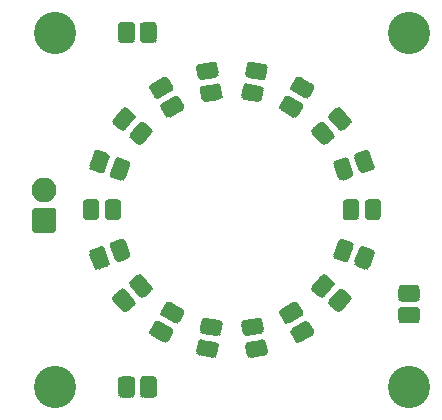
<source format=gbr>
G04 #@! TF.GenerationSoftware,KiCad,Pcbnew,5.1.9-73d0e3b20d~88~ubuntu20.10.1*
G04 #@! TF.CreationDate,2021-09-15T14:03:07-07:00*
G04 #@! TF.ProjectId,led_ring,6c65645f-7269-46e6-972e-6b696361645f,rev?*
G04 #@! TF.SameCoordinates,Original*
G04 #@! TF.FileFunction,Soldermask,Top*
G04 #@! TF.FilePolarity,Negative*
%FSLAX46Y46*%
G04 Gerber Fmt 4.6, Leading zero omitted, Abs format (unit mm)*
G04 Created by KiCad (PCBNEW 5.1.9-73d0e3b20d~88~ubuntu20.10.1) date 2021-09-15 14:03:07*
%MOMM*%
%LPD*%
G01*
G04 APERTURE LIST*
%ADD10C,3.575000*%
%ADD11O,2.100000X2.100000*%
%ADD12C,0.100000*%
G04 APERTURE END LIST*
D10*
X35800000Y-65800000D03*
X65800000Y-65800000D03*
X65800000Y-35800000D03*
X35800000Y-35800000D03*
G36*
G01*
X60175000Y-51356250D02*
X60175000Y-50243750D01*
G75*
G02*
X60518750Y-49900000I343750J0D01*
G01*
X61206250Y-49900000D01*
G75*
G02*
X61550000Y-50243750I0J-343750D01*
G01*
X61550000Y-51356250D01*
G75*
G02*
X61206250Y-51700000I-343750J0D01*
G01*
X60518750Y-51700000D01*
G75*
G02*
X60175000Y-51356250I0J343750D01*
G01*
G37*
G36*
G01*
X62050000Y-51356250D02*
X62050000Y-50243750D01*
G75*
G02*
X62393750Y-49900000I343750J0D01*
G01*
X63081250Y-49900000D01*
G75*
G02*
X63425000Y-50243750I0J-343750D01*
G01*
X63425000Y-51356250D01*
G75*
G02*
X63081250Y-51700000I-343750J0D01*
G01*
X62393750Y-51700000D01*
G75*
G02*
X62050000Y-51356250I0J343750D01*
G01*
G37*
G36*
G01*
X61561772Y-47474998D02*
X61181275Y-46429590D01*
G75*
G02*
X61386725Y-45989002I323019J117569D01*
G01*
X62032764Y-45753864D01*
G75*
G02*
X62473352Y-45959314I117569J-323019D01*
G01*
X62853849Y-47004722D01*
G75*
G02*
X62648399Y-47445310I-323019J-117569D01*
G01*
X62002360Y-47680448D01*
G75*
G02*
X61561772Y-47474998I-117569J323019D01*
G01*
G37*
G36*
G01*
X59799848Y-48116286D02*
X59419351Y-47070878D01*
G75*
G02*
X59624801Y-46630290I323019J117569D01*
G01*
X60270840Y-46395152D01*
G75*
G02*
X60711428Y-46600602I117569J-323019D01*
G01*
X61091925Y-47646010D01*
G75*
G02*
X60886475Y-48086598I-323019J-117569D01*
G01*
X60240436Y-48321736D01*
G75*
G02*
X59799848Y-48116286I-117569J323019D01*
G01*
G37*
G36*
G01*
X58339228Y-45199941D02*
X57624127Y-44347717D01*
G75*
G02*
X57666497Y-43863431I263328J220958D01*
G01*
X58193152Y-43421515D01*
G75*
G02*
X58677438Y-43463885I220958J-263328D01*
G01*
X59392539Y-44316109D01*
G75*
G02*
X59350169Y-44800395I-263328J-220958D01*
G01*
X58823514Y-45242311D01*
G75*
G02*
X58339228Y-45199941I-220958J263328D01*
G01*
G37*
G36*
G01*
X59775562Y-43994715D02*
X59060461Y-43142491D01*
G75*
G02*
X59102831Y-42658205I263328J220958D01*
G01*
X59629486Y-42216289D01*
G75*
G02*
X60113772Y-42258659I220958J-263328D01*
G01*
X60828873Y-43110883D01*
G75*
G02*
X60786503Y-43595169I-263328J-220958D01*
G01*
X60259848Y-44037085D01*
G75*
G02*
X59775562Y-43994715I-220958J263328D01*
G01*
G37*
G36*
G01*
X56906727Y-41335318D02*
X55943273Y-40779068D01*
G75*
G02*
X55817452Y-40309497I171875J297696D01*
G01*
X56161202Y-39714105D01*
G75*
G02*
X56630773Y-39588284I297696J-171875D01*
G01*
X57594227Y-40144534D01*
G75*
G02*
X57720048Y-40614105I-171875J-297696D01*
G01*
X57376298Y-41209497D01*
G75*
G02*
X56906727Y-41335318I-297696J171875D01*
G01*
G37*
G36*
G01*
X55969227Y-42959116D02*
X55005773Y-42402866D01*
G75*
G02*
X54879952Y-41933295I171875J297696D01*
G01*
X55223702Y-41337903D01*
G75*
G02*
X55693273Y-41212082I297696J-171875D01*
G01*
X56656727Y-41768332D01*
G75*
G02*
X56782548Y-42237903I-171875J-297696D01*
G01*
X56438798Y-42833295D01*
G75*
G02*
X55969227Y-42959116I-297696J171875D01*
G01*
G37*
G36*
G01*
X52975721Y-41664004D02*
X51880122Y-41470821D01*
G75*
G02*
X51601286Y-41072601I59692J338528D01*
G01*
X51720669Y-40395546D01*
G75*
G02*
X52118889Y-40116710I338528J-59692D01*
G01*
X53214488Y-40309893D01*
G75*
G02*
X53493324Y-40708113I-59692J-338528D01*
G01*
X53373941Y-41385168D01*
G75*
G02*
X52975721Y-41664004I-338528J59692D01*
G01*
G37*
G36*
G01*
X53301311Y-39817490D02*
X52205712Y-39624307D01*
G75*
G02*
X51926876Y-39226087I59692J338528D01*
G01*
X52046259Y-38549032D01*
G75*
G02*
X52444479Y-38270196I338528J-59692D01*
G01*
X53540078Y-38463379D01*
G75*
G02*
X53818914Y-38861599I-59692J-338528D01*
G01*
X53699531Y-39538654D01*
G75*
G02*
X53301311Y-39817490I-338528J59692D01*
G01*
G37*
G36*
G01*
X49394288Y-39624307D02*
X48298689Y-39817490D01*
G75*
G02*
X47900469Y-39538654I-59692J338528D01*
G01*
X47781086Y-38861599D01*
G75*
G02*
X48059922Y-38463379I338528J59692D01*
G01*
X49155521Y-38270196D01*
G75*
G02*
X49553741Y-38549032I59692J-338528D01*
G01*
X49673124Y-39226087D01*
G75*
G02*
X49394288Y-39624307I-338528J-59692D01*
G01*
G37*
G36*
G01*
X49719878Y-41470821D02*
X48624279Y-41664004D01*
G75*
G02*
X48226059Y-41385168I-59692J338528D01*
G01*
X48106676Y-40708113D01*
G75*
G02*
X48385512Y-40309893I338528J59692D01*
G01*
X49481111Y-40116710D01*
G75*
G02*
X49879331Y-40395546I59692J-338528D01*
G01*
X49998714Y-41072601D01*
G75*
G02*
X49719878Y-41470821I-338528J-59692D01*
G01*
G37*
G36*
G01*
X46594227Y-42402866D02*
X45630773Y-42959116D01*
G75*
G02*
X45161202Y-42833295I-171875J297696D01*
G01*
X44817452Y-42237903D01*
G75*
G02*
X44943273Y-41768332I297696J171875D01*
G01*
X45906727Y-41212082D01*
G75*
G02*
X46376298Y-41337903I171875J-297696D01*
G01*
X46720048Y-41933295D01*
G75*
G02*
X46594227Y-42402866I-297696J-171875D01*
G01*
G37*
G36*
G01*
X45656727Y-40779068D02*
X44693273Y-41335318D01*
G75*
G02*
X44223702Y-41209497I-171875J297696D01*
G01*
X43879952Y-40614105D01*
G75*
G02*
X44005773Y-40144534I297696J171875D01*
G01*
X44969227Y-39588284D01*
G75*
G02*
X45438798Y-39714105I171875J-297696D01*
G01*
X45782548Y-40309497D01*
G75*
G02*
X45656727Y-40779068I-297696J-171875D01*
G01*
G37*
G36*
G01*
X42539539Y-43142491D02*
X41824438Y-43994715D01*
G75*
G02*
X41340152Y-44037085I-263328J220958D01*
G01*
X40813497Y-43595169D01*
G75*
G02*
X40771127Y-43110883I220958J263328D01*
G01*
X41486228Y-42258659D01*
G75*
G02*
X41970514Y-42216289I263328J-220958D01*
G01*
X42497169Y-42658205D01*
G75*
G02*
X42539539Y-43142491I-220958J-263328D01*
G01*
G37*
G36*
G01*
X43975873Y-44347717D02*
X43260772Y-45199941D01*
G75*
G02*
X42776486Y-45242311I-263328J220958D01*
G01*
X42249831Y-44800395D01*
G75*
G02*
X42207461Y-44316109I220958J263328D01*
G01*
X42922562Y-43463885D01*
G75*
G02*
X43406848Y-43421515I263328J-220958D01*
G01*
X43933503Y-43863431D01*
G75*
G02*
X43975873Y-44347717I-220958J-263328D01*
G01*
G37*
G36*
G01*
X42180649Y-47070878D02*
X41800152Y-48116286D01*
G75*
G02*
X41359564Y-48321736I-323019J117569D01*
G01*
X40713525Y-48086598D01*
G75*
G02*
X40508075Y-47646010I117569J323019D01*
G01*
X40888572Y-46600602D01*
G75*
G02*
X41329160Y-46395152I323019J-117569D01*
G01*
X41975199Y-46630290D01*
G75*
G02*
X42180649Y-47070878I-117569J-323019D01*
G01*
G37*
G36*
G01*
X40418725Y-46429590D02*
X40038228Y-47474998D01*
G75*
G02*
X39597640Y-47680448I-323019J117569D01*
G01*
X38951601Y-47445310D01*
G75*
G02*
X38746151Y-47004722I117569J323019D01*
G01*
X39126648Y-45959314D01*
G75*
G02*
X39567236Y-45753864I323019J-117569D01*
G01*
X40213275Y-45989002D01*
G75*
G02*
X40418725Y-46429590I-117569J-323019D01*
G01*
G37*
G36*
G01*
X39550000Y-50243750D02*
X39550000Y-51356250D01*
G75*
G02*
X39206250Y-51700000I-343750J0D01*
G01*
X38518750Y-51700000D01*
G75*
G02*
X38175000Y-51356250I0J343750D01*
G01*
X38175000Y-50243750D01*
G75*
G02*
X38518750Y-49900000I343750J0D01*
G01*
X39206250Y-49900000D01*
G75*
G02*
X39550000Y-50243750I0J-343750D01*
G01*
G37*
G36*
G01*
X41425000Y-50243750D02*
X41425000Y-51356250D01*
G75*
G02*
X41081250Y-51700000I-343750J0D01*
G01*
X40393750Y-51700000D01*
G75*
G02*
X40050000Y-51356250I0J343750D01*
G01*
X40050000Y-50243750D01*
G75*
G02*
X40393750Y-49900000I343750J0D01*
G01*
X41081250Y-49900000D01*
G75*
G02*
X41425000Y-50243750I0J-343750D01*
G01*
G37*
G36*
G01*
X41800152Y-53483714D02*
X42180649Y-54529122D01*
G75*
G02*
X41975199Y-54969710I-323019J-117569D01*
G01*
X41329160Y-55204848D01*
G75*
G02*
X40888572Y-54999398I-117569J323019D01*
G01*
X40508075Y-53953990D01*
G75*
G02*
X40713525Y-53513402I323019J117569D01*
G01*
X41359564Y-53278264D01*
G75*
G02*
X41800152Y-53483714I117569J-323019D01*
G01*
G37*
G36*
G01*
X40038228Y-54125002D02*
X40418725Y-55170410D01*
G75*
G02*
X40213275Y-55610998I-323019J-117569D01*
G01*
X39567236Y-55846136D01*
G75*
G02*
X39126648Y-55640686I-117569J323019D01*
G01*
X38746151Y-54595278D01*
G75*
G02*
X38951601Y-54154690I323019J117569D01*
G01*
X39597640Y-53919552D01*
G75*
G02*
X40038228Y-54125002I117569J-323019D01*
G01*
G37*
G36*
G01*
X41824438Y-57605285D02*
X42539539Y-58457509D01*
G75*
G02*
X42497169Y-58941795I-263328J-220958D01*
G01*
X41970514Y-59383711D01*
G75*
G02*
X41486228Y-59341341I-220958J263328D01*
G01*
X40771127Y-58489117D01*
G75*
G02*
X40813497Y-58004831I263328J220958D01*
G01*
X41340152Y-57562915D01*
G75*
G02*
X41824438Y-57605285I220958J-263328D01*
G01*
G37*
G36*
G01*
X43260772Y-56400059D02*
X43975873Y-57252283D01*
G75*
G02*
X43933503Y-57736569I-263328J-220958D01*
G01*
X43406848Y-58178485D01*
G75*
G02*
X42922562Y-58136115I-220958J263328D01*
G01*
X42207461Y-57283891D01*
G75*
G02*
X42249831Y-56799605I263328J220958D01*
G01*
X42776486Y-56357689D01*
G75*
G02*
X43260772Y-56400059I220958J-263328D01*
G01*
G37*
G36*
G01*
X45630773Y-58640884D02*
X46594227Y-59197134D01*
G75*
G02*
X46720048Y-59666705I-171875J-297696D01*
G01*
X46376298Y-60262097D01*
G75*
G02*
X45906727Y-60387918I-297696J171875D01*
G01*
X44943273Y-59831668D01*
G75*
G02*
X44817452Y-59362097I171875J297696D01*
G01*
X45161202Y-58766705D01*
G75*
G02*
X45630773Y-58640884I297696J-171875D01*
G01*
G37*
G36*
G01*
X44693273Y-60264682D02*
X45656727Y-60820932D01*
G75*
G02*
X45782548Y-61290503I-171875J-297696D01*
G01*
X45438798Y-61885895D01*
G75*
G02*
X44969227Y-62011716I-297696J171875D01*
G01*
X44005773Y-61455466D01*
G75*
G02*
X43879952Y-60985895I171875J297696D01*
G01*
X44223702Y-60390503D01*
G75*
G02*
X44693273Y-60264682I297696J-171875D01*
G01*
G37*
G36*
G01*
X48298689Y-61782510D02*
X49394288Y-61975693D01*
G75*
G02*
X49673124Y-62373913I-59692J-338528D01*
G01*
X49553741Y-63050968D01*
G75*
G02*
X49155521Y-63329804I-338528J59692D01*
G01*
X48059922Y-63136621D01*
G75*
G02*
X47781086Y-62738401I59692J338528D01*
G01*
X47900469Y-62061346D01*
G75*
G02*
X48298689Y-61782510I338528J-59692D01*
G01*
G37*
G36*
G01*
X48624279Y-59935996D02*
X49719878Y-60129179D01*
G75*
G02*
X49998714Y-60527399I-59692J-338528D01*
G01*
X49879331Y-61204454D01*
G75*
G02*
X49481111Y-61483290I-338528J59692D01*
G01*
X48385512Y-61290107D01*
G75*
G02*
X48106676Y-60891887I59692J338528D01*
G01*
X48226059Y-60214832D01*
G75*
G02*
X48624279Y-59935996I338528J-59692D01*
G01*
G37*
G36*
G01*
X51880122Y-60129179D02*
X52975721Y-59935996D01*
G75*
G02*
X53373941Y-60214832I59692J-338528D01*
G01*
X53493324Y-60891887D01*
G75*
G02*
X53214488Y-61290107I-338528J-59692D01*
G01*
X52118889Y-61483290D01*
G75*
G02*
X51720669Y-61204454I-59692J338528D01*
G01*
X51601286Y-60527399D01*
G75*
G02*
X51880122Y-60129179I338528J59692D01*
G01*
G37*
G36*
G01*
X52205712Y-61975693D02*
X53301311Y-61782510D01*
G75*
G02*
X53699531Y-62061346I59692J-338528D01*
G01*
X53818914Y-62738401D01*
G75*
G02*
X53540078Y-63136621I-338528J-59692D01*
G01*
X52444479Y-63329804D01*
G75*
G02*
X52046259Y-63050968I-59692J338528D01*
G01*
X51926876Y-62373913D01*
G75*
G02*
X52205712Y-61975693I338528J59692D01*
G01*
G37*
G36*
G01*
X55943273Y-60820932D02*
X56906727Y-60264682D01*
G75*
G02*
X57376298Y-60390503I171875J-297696D01*
G01*
X57720048Y-60985895D01*
G75*
G02*
X57594227Y-61455466I-297696J-171875D01*
G01*
X56630773Y-62011716D01*
G75*
G02*
X56161202Y-61885895I-171875J297696D01*
G01*
X55817452Y-61290503D01*
G75*
G02*
X55943273Y-60820932I297696J171875D01*
G01*
G37*
G36*
G01*
X55005773Y-59197134D02*
X55969227Y-58640884D01*
G75*
G02*
X56438798Y-58766705I171875J-297696D01*
G01*
X56782548Y-59362097D01*
G75*
G02*
X56656727Y-59831668I-297696J-171875D01*
G01*
X55693273Y-60387918D01*
G75*
G02*
X55223702Y-60262097I-171875J297696D01*
G01*
X54879952Y-59666705D01*
G75*
G02*
X55005773Y-59197134I297696J171875D01*
G01*
G37*
G36*
G01*
X57624127Y-57252283D02*
X58339228Y-56400059D01*
G75*
G02*
X58823514Y-56357689I263328J-220958D01*
G01*
X59350169Y-56799605D01*
G75*
G02*
X59392539Y-57283891I-220958J-263328D01*
G01*
X58677438Y-58136115D01*
G75*
G02*
X58193152Y-58178485I-263328J220958D01*
G01*
X57666497Y-57736569D01*
G75*
G02*
X57624127Y-57252283I220958J263328D01*
G01*
G37*
G36*
G01*
X59060461Y-58457509D02*
X59775562Y-57605285D01*
G75*
G02*
X60259848Y-57562915I263328J-220958D01*
G01*
X60786503Y-58004831D01*
G75*
G02*
X60828873Y-58489117I-220958J-263328D01*
G01*
X60113772Y-59341341D01*
G75*
G02*
X59629486Y-59383711I-263328J220958D01*
G01*
X59102831Y-58941795D01*
G75*
G02*
X59060461Y-58457509I220958J263328D01*
G01*
G37*
G36*
G01*
X61181275Y-55170410D02*
X61561772Y-54125002D01*
G75*
G02*
X62002360Y-53919552I323019J-117569D01*
G01*
X62648399Y-54154690D01*
G75*
G02*
X62853849Y-54595278I-117569J-323019D01*
G01*
X62473352Y-55640686D01*
G75*
G02*
X62032764Y-55846136I-323019J117569D01*
G01*
X61386725Y-55610998D01*
G75*
G02*
X61181275Y-55170410I117569J323019D01*
G01*
G37*
G36*
G01*
X59419351Y-54529122D02*
X59799848Y-53483714D01*
G75*
G02*
X60240436Y-53278264I323019J-117569D01*
G01*
X60886475Y-53513402D01*
G75*
G02*
X61091925Y-53953990I-117569J-323019D01*
G01*
X60711428Y-54999398D01*
G75*
G02*
X60270840Y-55204848I-323019J117569D01*
G01*
X59624801Y-54969710D01*
G75*
G02*
X59419351Y-54529122I117569J323019D01*
G01*
G37*
G36*
G01*
X33850000Y-52550000D02*
X33850000Y-50850000D01*
G75*
G02*
X34050000Y-50650000I200000J0D01*
G01*
X35750000Y-50650000D01*
G75*
G02*
X35950000Y-50850000I0J-200000D01*
G01*
X35950000Y-52550000D01*
G75*
G02*
X35750000Y-52750000I-200000J0D01*
G01*
X34050000Y-52750000D01*
G75*
G02*
X33850000Y-52550000I0J200000D01*
G01*
G37*
D11*
X34900000Y-49160000D03*
G36*
G01*
X41175000Y-66352441D02*
X41175000Y-65247559D01*
G75*
G02*
X41522559Y-64900000I347559J0D01*
G01*
X42252441Y-64900000D01*
G75*
G02*
X42600000Y-65247559I0J-347559D01*
G01*
X42600000Y-66352441D01*
G75*
G02*
X42252441Y-66700000I-347559J0D01*
G01*
X41522559Y-66700000D01*
G75*
G02*
X41175000Y-66352441I0J347559D01*
G01*
G37*
G36*
G01*
X43000000Y-66352441D02*
X43000000Y-65247559D01*
G75*
G02*
X43347559Y-64900000I347559J0D01*
G01*
X44077441Y-64900000D01*
G75*
G02*
X44425000Y-65247559I0J-347559D01*
G01*
X44425000Y-66352441D01*
G75*
G02*
X44077441Y-66700000I-347559J0D01*
G01*
X43347559Y-66700000D01*
G75*
G02*
X43000000Y-66352441I0J347559D01*
G01*
G37*
G36*
G01*
X43000000Y-36352441D02*
X43000000Y-35247559D01*
G75*
G02*
X43347559Y-34900000I347559J0D01*
G01*
X44077441Y-34900000D01*
G75*
G02*
X44425000Y-35247559I0J-347559D01*
G01*
X44425000Y-36352441D01*
G75*
G02*
X44077441Y-36700000I-347559J0D01*
G01*
X43347559Y-36700000D01*
G75*
G02*
X43000000Y-36352441I0J347559D01*
G01*
G37*
G36*
G01*
X41175000Y-36352441D02*
X41175000Y-35247559D01*
G75*
G02*
X41522559Y-34900000I347559J0D01*
G01*
X42252441Y-34900000D01*
G75*
G02*
X42600000Y-35247559I0J-347559D01*
G01*
X42600000Y-36352441D01*
G75*
G02*
X42252441Y-36700000I-347559J0D01*
G01*
X41522559Y-36700000D01*
G75*
G02*
X41175000Y-36352441I0J347559D01*
G01*
G37*
G36*
G01*
X66352441Y-60425000D02*
X65247559Y-60425000D01*
G75*
G02*
X64900000Y-60077441I0J347559D01*
G01*
X64900000Y-59347559D01*
G75*
G02*
X65247559Y-59000000I347559J0D01*
G01*
X66352441Y-59000000D01*
G75*
G02*
X66700000Y-59347559I0J-347559D01*
G01*
X66700000Y-60077441D01*
G75*
G02*
X66352441Y-60425000I-347559J0D01*
G01*
G37*
G36*
G01*
X66352441Y-58600000D02*
X65247559Y-58600000D01*
G75*
G02*
X64900000Y-58252441I0J347559D01*
G01*
X64900000Y-57522559D01*
G75*
G02*
X65247559Y-57175000I347559J0D01*
G01*
X66352441Y-57175000D01*
G75*
G02*
X66700000Y-57522559I0J-347559D01*
G01*
X66700000Y-58252441D01*
G75*
G02*
X66352441Y-58600000I-347559J0D01*
G01*
G37*
D12*
G36*
X44426165Y-66350815D02*
G01*
X44427000Y-66352441D01*
X44427000Y-66410325D01*
X44426990Y-66410521D01*
X44420949Y-66471856D01*
X44420873Y-66472241D01*
X44404772Y-66525320D01*
X44404622Y-66525682D01*
X44378477Y-66574596D01*
X44378259Y-66574922D01*
X44343073Y-66617796D01*
X44342796Y-66618073D01*
X44299922Y-66653259D01*
X44299596Y-66653477D01*
X44250682Y-66679622D01*
X44250320Y-66679772D01*
X44197241Y-66695873D01*
X44196856Y-66695949D01*
X44135521Y-66701990D01*
X44135325Y-66702000D01*
X44077441Y-66702000D01*
X44075709Y-66701000D01*
X44075709Y-66699000D01*
X44077245Y-66698010D01*
X44144851Y-66691352D01*
X44209677Y-66671687D01*
X44269418Y-66639755D01*
X44321781Y-66596781D01*
X44364755Y-66544418D01*
X44396687Y-66484677D01*
X44416352Y-66419851D01*
X44423010Y-66352245D01*
X44424175Y-66350619D01*
X44426165Y-66350815D01*
G37*
G36*
X41176990Y-66352245D02*
G01*
X41183648Y-66419851D01*
X41203313Y-66484677D01*
X41235245Y-66544418D01*
X41278219Y-66596781D01*
X41330582Y-66639755D01*
X41390323Y-66671687D01*
X41455149Y-66691352D01*
X41522755Y-66698010D01*
X41524381Y-66699175D01*
X41524185Y-66701165D01*
X41522559Y-66702000D01*
X41464675Y-66702000D01*
X41464479Y-66701990D01*
X41403144Y-66695949D01*
X41402759Y-66695873D01*
X41349680Y-66679772D01*
X41349318Y-66679622D01*
X41300404Y-66653477D01*
X41300078Y-66653259D01*
X41257204Y-66618073D01*
X41256927Y-66617796D01*
X41221741Y-66574922D01*
X41221523Y-66574596D01*
X41195378Y-66525682D01*
X41195228Y-66525320D01*
X41179127Y-66472241D01*
X41179051Y-66471856D01*
X41173010Y-66410521D01*
X41173000Y-66410325D01*
X41173000Y-66352441D01*
X41174000Y-66350709D01*
X41176000Y-66350709D01*
X41176990Y-66352245D01*
G37*
G36*
X43001990Y-66352245D02*
G01*
X43008648Y-66419851D01*
X43028313Y-66484677D01*
X43060245Y-66544418D01*
X43103219Y-66596781D01*
X43155582Y-66639755D01*
X43215323Y-66671687D01*
X43280149Y-66691352D01*
X43347755Y-66698010D01*
X43349381Y-66699175D01*
X43349185Y-66701165D01*
X43347559Y-66702000D01*
X43289675Y-66702000D01*
X43289479Y-66701990D01*
X43228144Y-66695949D01*
X43227759Y-66695873D01*
X43174680Y-66679772D01*
X43174318Y-66679622D01*
X43125404Y-66653477D01*
X43125078Y-66653259D01*
X43082204Y-66618073D01*
X43081927Y-66617796D01*
X43046741Y-66574922D01*
X43046523Y-66574596D01*
X43020378Y-66525682D01*
X43020228Y-66525320D01*
X43004127Y-66472241D01*
X43004051Y-66471856D01*
X42998010Y-66410521D01*
X42998000Y-66410325D01*
X42998000Y-66352441D01*
X42999000Y-66350709D01*
X43001000Y-66350709D01*
X43001990Y-66352245D01*
G37*
G36*
X42601165Y-66350815D02*
G01*
X42602000Y-66352441D01*
X42602000Y-66410325D01*
X42601990Y-66410521D01*
X42595949Y-66471856D01*
X42595873Y-66472241D01*
X42579772Y-66525320D01*
X42579622Y-66525682D01*
X42553477Y-66574596D01*
X42553259Y-66574922D01*
X42518073Y-66617796D01*
X42517796Y-66618073D01*
X42474922Y-66653259D01*
X42474596Y-66653477D01*
X42425682Y-66679622D01*
X42425320Y-66679772D01*
X42372241Y-66695873D01*
X42371856Y-66695949D01*
X42310521Y-66701990D01*
X42310325Y-66702000D01*
X42252441Y-66702000D01*
X42250709Y-66701000D01*
X42250709Y-66699000D01*
X42252245Y-66698010D01*
X42319851Y-66691352D01*
X42384677Y-66671687D01*
X42444418Y-66639755D01*
X42496781Y-66596781D01*
X42539755Y-66544418D01*
X42571687Y-66484677D01*
X42591352Y-66419851D01*
X42598010Y-66352245D01*
X42599175Y-66350619D01*
X42601165Y-66350815D01*
G37*
G36*
X43349291Y-64899000D02*
G01*
X43349291Y-64901000D01*
X43347755Y-64901990D01*
X43280149Y-64908648D01*
X43215323Y-64928313D01*
X43155582Y-64960245D01*
X43103219Y-65003219D01*
X43060245Y-65055582D01*
X43028313Y-65115323D01*
X43008648Y-65180149D01*
X43001990Y-65247755D01*
X43000825Y-65249381D01*
X42998835Y-65249185D01*
X42998000Y-65247559D01*
X42998000Y-65189675D01*
X42998010Y-65189479D01*
X43004051Y-65128144D01*
X43004127Y-65127759D01*
X43020228Y-65074680D01*
X43020378Y-65074318D01*
X43046523Y-65025404D01*
X43046741Y-65025078D01*
X43081927Y-64982204D01*
X43082204Y-64981927D01*
X43125078Y-64946741D01*
X43125404Y-64946523D01*
X43174318Y-64920378D01*
X43174680Y-64920228D01*
X43227759Y-64904127D01*
X43228144Y-64904051D01*
X43289479Y-64898010D01*
X43289675Y-64898000D01*
X43347559Y-64898000D01*
X43349291Y-64899000D01*
G37*
G36*
X41524291Y-64899000D02*
G01*
X41524291Y-64901000D01*
X41522755Y-64901990D01*
X41455149Y-64908648D01*
X41390323Y-64928313D01*
X41330582Y-64960245D01*
X41278219Y-65003219D01*
X41235245Y-65055582D01*
X41203313Y-65115323D01*
X41183648Y-65180149D01*
X41176990Y-65247755D01*
X41175825Y-65249381D01*
X41173835Y-65249185D01*
X41173000Y-65247559D01*
X41173000Y-65189675D01*
X41173010Y-65189479D01*
X41179051Y-65128144D01*
X41179127Y-65127759D01*
X41195228Y-65074680D01*
X41195378Y-65074318D01*
X41221523Y-65025404D01*
X41221741Y-65025078D01*
X41256927Y-64982204D01*
X41257204Y-64981927D01*
X41300078Y-64946741D01*
X41300404Y-64946523D01*
X41349318Y-64920378D01*
X41349680Y-64920228D01*
X41402759Y-64904127D01*
X41403144Y-64904051D01*
X41464479Y-64898010D01*
X41464675Y-64898000D01*
X41522559Y-64898000D01*
X41524291Y-64899000D01*
G37*
G36*
X44135521Y-64898010D02*
G01*
X44196856Y-64904051D01*
X44197241Y-64904127D01*
X44250320Y-64920228D01*
X44250682Y-64920378D01*
X44299596Y-64946523D01*
X44299922Y-64946741D01*
X44342796Y-64981927D01*
X44343073Y-64982204D01*
X44378259Y-65025078D01*
X44378477Y-65025404D01*
X44404622Y-65074318D01*
X44404772Y-65074680D01*
X44420873Y-65127759D01*
X44420949Y-65128144D01*
X44426990Y-65189479D01*
X44427000Y-65189675D01*
X44427000Y-65247559D01*
X44426000Y-65249291D01*
X44424000Y-65249291D01*
X44423010Y-65247755D01*
X44416352Y-65180149D01*
X44396687Y-65115323D01*
X44364755Y-65055582D01*
X44321781Y-65003219D01*
X44269418Y-64960245D01*
X44209677Y-64928313D01*
X44144851Y-64908648D01*
X44077245Y-64901990D01*
X44075619Y-64900825D01*
X44075815Y-64898835D01*
X44077441Y-64898000D01*
X44135325Y-64898000D01*
X44135521Y-64898010D01*
G37*
G36*
X42310521Y-64898010D02*
G01*
X42371856Y-64904051D01*
X42372241Y-64904127D01*
X42425320Y-64920228D01*
X42425682Y-64920378D01*
X42474596Y-64946523D01*
X42474922Y-64946741D01*
X42517796Y-64981927D01*
X42518073Y-64982204D01*
X42553259Y-65025078D01*
X42553477Y-65025404D01*
X42579622Y-65074318D01*
X42579772Y-65074680D01*
X42595873Y-65127759D01*
X42595949Y-65128144D01*
X42601990Y-65189479D01*
X42602000Y-65189675D01*
X42602000Y-65247559D01*
X42601000Y-65249291D01*
X42599000Y-65249291D01*
X42598010Y-65247755D01*
X42591352Y-65180149D01*
X42571687Y-65115323D01*
X42539755Y-65055582D01*
X42496781Y-65003219D01*
X42444418Y-64960245D01*
X42384677Y-64928313D01*
X42319851Y-64908648D01*
X42252245Y-64901990D01*
X42250619Y-64900825D01*
X42250815Y-64898835D01*
X42252441Y-64898000D01*
X42310325Y-64898000D01*
X42310521Y-64898010D01*
G37*
G36*
X52048187Y-63050436D02*
G01*
X52066282Y-63115136D01*
X52096566Y-63174894D01*
X52137926Y-63227593D01*
X52188772Y-63271212D01*
X52247152Y-63304074D01*
X52310820Y-63324916D01*
X52377334Y-63332935D01*
X52444323Y-63327810D01*
X52446127Y-63328675D01*
X52446279Y-63330669D01*
X52444823Y-63331774D01*
X52389325Y-63341560D01*
X52389131Y-63341584D01*
X52328119Y-63346252D01*
X52327727Y-63346244D01*
X52273112Y-63339659D01*
X52272729Y-63339574D01*
X52220437Y-63322457D01*
X52220078Y-63322299D01*
X52172137Y-63295314D01*
X52171816Y-63295089D01*
X52130062Y-63259271D01*
X52129791Y-63258988D01*
X52095822Y-63215704D01*
X52095611Y-63215373D01*
X52070744Y-63166302D01*
X52070602Y-63165937D01*
X52054120Y-63107008D01*
X52054076Y-63106816D01*
X52044291Y-63051322D01*
X52044975Y-63049443D01*
X52046945Y-63049096D01*
X52048187Y-63050436D01*
G37*
G36*
X49555169Y-63049576D02*
G01*
X49555709Y-63051322D01*
X49545924Y-63106816D01*
X49545880Y-63107008D01*
X49529399Y-63165935D01*
X49529257Y-63166300D01*
X49504388Y-63215373D01*
X49504177Y-63215704D01*
X49470208Y-63258987D01*
X49469937Y-63259270D01*
X49428184Y-63295089D01*
X49427863Y-63295314D01*
X49379922Y-63322299D01*
X49379563Y-63322457D01*
X49327271Y-63339574D01*
X49326888Y-63339659D01*
X49272273Y-63346244D01*
X49271881Y-63346252D01*
X49210869Y-63341584D01*
X49210675Y-63341560D01*
X49155177Y-63331774D01*
X49153645Y-63330488D01*
X49153992Y-63328518D01*
X49155677Y-63327810D01*
X49222666Y-63332935D01*
X49289180Y-63324916D01*
X49352848Y-63304074D01*
X49411228Y-63271212D01*
X49462074Y-63227594D01*
X49503434Y-63174894D01*
X49533718Y-63115136D01*
X49551813Y-63050436D01*
X49553242Y-63049038D01*
X49555169Y-63049576D01*
G37*
G36*
X53820885Y-62738068D02*
G01*
X53830669Y-62793556D01*
X53830693Y-62793750D01*
X53835361Y-62854761D01*
X53835353Y-62855153D01*
X53828768Y-62909768D01*
X53828683Y-62910151D01*
X53811566Y-62962443D01*
X53811408Y-62962802D01*
X53784423Y-63010743D01*
X53784198Y-63011064D01*
X53748379Y-63052817D01*
X53748096Y-63053088D01*
X53704813Y-63087057D01*
X53704482Y-63087268D01*
X53655410Y-63112137D01*
X53655045Y-63112279D01*
X53596115Y-63128760D01*
X53595923Y-63128804D01*
X53540434Y-63138588D01*
X53538555Y-63137904D01*
X53538208Y-63135934D01*
X53539548Y-63134692D01*
X53604246Y-63116598D01*
X53664004Y-63086314D01*
X53716704Y-63044954D01*
X53760322Y-62994108D01*
X53793184Y-62935728D01*
X53814026Y-62872060D01*
X53822045Y-62805546D01*
X53816921Y-62738568D01*
X53817786Y-62736764D01*
X53819780Y-62736612D01*
X53820885Y-62738068D01*
G37*
G36*
X47782371Y-62736883D02*
G01*
X47783079Y-62738568D01*
X47777955Y-62805546D01*
X47785974Y-62872060D01*
X47806816Y-62935728D01*
X47839678Y-62994108D01*
X47883297Y-63044954D01*
X47935996Y-63086314D01*
X47995754Y-63116598D01*
X48060452Y-63134692D01*
X48061850Y-63136121D01*
X48061312Y-63138048D01*
X48059566Y-63138588D01*
X48004077Y-63128804D01*
X48003885Y-63128760D01*
X47944953Y-63112278D01*
X47944588Y-63112136D01*
X47895518Y-63087269D01*
X47895187Y-63087058D01*
X47851903Y-63053089D01*
X47851620Y-63052818D01*
X47815802Y-63011064D01*
X47815577Y-63010743D01*
X47788592Y-62962802D01*
X47788434Y-62962443D01*
X47771317Y-62910151D01*
X47771232Y-62909768D01*
X47764647Y-62855153D01*
X47764639Y-62854761D01*
X47769307Y-62793750D01*
X47769331Y-62793556D01*
X47779115Y-62738068D01*
X47780401Y-62736536D01*
X47782371Y-62736883D01*
G37*
G36*
X49450133Y-61983510D02*
G01*
X49450325Y-61983554D01*
X49509257Y-62000036D01*
X49509622Y-62000178D01*
X49558692Y-62025045D01*
X49559023Y-62025256D01*
X49602307Y-62059225D01*
X49602590Y-62059496D01*
X49638408Y-62101250D01*
X49638633Y-62101571D01*
X49665618Y-62149512D01*
X49665776Y-62149871D01*
X49682893Y-62202163D01*
X49682978Y-62202546D01*
X49689563Y-62257161D01*
X49689571Y-62257553D01*
X49684903Y-62318564D01*
X49684879Y-62318758D01*
X49675095Y-62374246D01*
X49673809Y-62375778D01*
X49671839Y-62375431D01*
X49671131Y-62373746D01*
X49676255Y-62306768D01*
X49668236Y-62240254D01*
X49647394Y-62176586D01*
X49614532Y-62118206D01*
X49570913Y-62067360D01*
X49518214Y-62026000D01*
X49458456Y-61995716D01*
X49393758Y-61977622D01*
X49392360Y-61976193D01*
X49392898Y-61974266D01*
X49394644Y-61973726D01*
X49450133Y-61983510D01*
G37*
G36*
X52207235Y-61974410D02*
G01*
X52207582Y-61976380D01*
X52206242Y-61977622D01*
X52141544Y-61995716D01*
X52081786Y-62026000D01*
X52029086Y-62067360D01*
X51985468Y-62118206D01*
X51952606Y-62176586D01*
X51931764Y-62240254D01*
X51923745Y-62306768D01*
X51928869Y-62373746D01*
X51928004Y-62375550D01*
X51926010Y-62375702D01*
X51924905Y-62374246D01*
X51915121Y-62318758D01*
X51915097Y-62318564D01*
X51910429Y-62257553D01*
X51910437Y-62257161D01*
X51917022Y-62202546D01*
X51917107Y-62202163D01*
X51934224Y-62149871D01*
X51934382Y-62149512D01*
X51961367Y-62101571D01*
X51961592Y-62101250D01*
X51997411Y-62059497D01*
X51997694Y-62059226D01*
X52040977Y-62025257D01*
X52041308Y-62025046D01*
X52090380Y-62000177D01*
X52090745Y-62000035D01*
X52149675Y-61983554D01*
X52149867Y-61983510D01*
X52205356Y-61973726D01*
X52207235Y-61974410D01*
G37*
G36*
X43881682Y-60984899D02*
G01*
X43881772Y-60986724D01*
X43854044Y-61047920D01*
X43838832Y-61113165D01*
X43836639Y-61180122D01*
X43847552Y-61246218D01*
X43871151Y-61308920D01*
X43906526Y-61365807D01*
X43952322Y-61414703D01*
X44006861Y-61453785D01*
X44970141Y-62009934D01*
X45031252Y-62037624D01*
X45096497Y-62052836D01*
X45163454Y-62055029D01*
X45229550Y-62044116D01*
X45292252Y-62020517D01*
X45349139Y-61985142D01*
X45398035Y-61939346D01*
X45437117Y-61884807D01*
X45438547Y-61882330D01*
X45440279Y-61881330D01*
X45442011Y-61882330D01*
X45442011Y-61884330D01*
X45412353Y-61935700D01*
X45412247Y-61935865D01*
X45376603Y-61985606D01*
X45376344Y-61985901D01*
X45336192Y-62023508D01*
X45335881Y-62023746D01*
X45289163Y-62052797D01*
X45288811Y-62052971D01*
X45237315Y-62072352D01*
X45236937Y-62072453D01*
X45182661Y-62081414D01*
X45182270Y-62081440D01*
X45127284Y-62079640D01*
X45126895Y-62079589D01*
X45073314Y-62067096D01*
X45072943Y-62066970D01*
X45017205Y-62041716D01*
X45017030Y-62041626D01*
X43955964Y-61429019D01*
X43955799Y-61428913D01*
X43906063Y-61393272D01*
X43905768Y-61393013D01*
X43868161Y-61352861D01*
X43867923Y-61352550D01*
X43838872Y-61305832D01*
X43838698Y-61305480D01*
X43819317Y-61253984D01*
X43819216Y-61253606D01*
X43810255Y-61199330D01*
X43810229Y-61198939D01*
X43812029Y-61143952D01*
X43812080Y-61143563D01*
X43824574Y-61089980D01*
X43824700Y-61089609D01*
X43849953Y-61033875D01*
X43850043Y-61033700D01*
X43878218Y-60984899D01*
X43879950Y-60983899D01*
X43881682Y-60984899D01*
G37*
G36*
X57721782Y-60984899D02*
G01*
X57749959Y-61033703D01*
X57750049Y-61033878D01*
X57775300Y-61089608D01*
X57775426Y-61089979D01*
X57787920Y-61143564D01*
X57787971Y-61143953D01*
X57789771Y-61198939D01*
X57789745Y-61199330D01*
X57780784Y-61253606D01*
X57780683Y-61253984D01*
X57761302Y-61305480D01*
X57761128Y-61305832D01*
X57732077Y-61352550D01*
X57731839Y-61352861D01*
X57694232Y-61393013D01*
X57693937Y-61393272D01*
X57644201Y-61428913D01*
X57644036Y-61429019D01*
X56582962Y-62041630D01*
X56582787Y-62041720D01*
X56527062Y-62066969D01*
X56526691Y-62067095D01*
X56473106Y-62079589D01*
X56472717Y-62079640D01*
X56417730Y-62081440D01*
X56417339Y-62081414D01*
X56363063Y-62072453D01*
X56362685Y-62072352D01*
X56311189Y-62052971D01*
X56310837Y-62052797D01*
X56264119Y-62023746D01*
X56263808Y-62023508D01*
X56223656Y-61985901D01*
X56223397Y-61985606D01*
X56187753Y-61935865D01*
X56187647Y-61935700D01*
X56157989Y-61884330D01*
X56157989Y-61882330D01*
X56159721Y-61881330D01*
X56161453Y-61882330D01*
X56162883Y-61884807D01*
X56201965Y-61939346D01*
X56250861Y-61985142D01*
X56307748Y-62020517D01*
X56370450Y-62044116D01*
X56436546Y-62055029D01*
X56503503Y-62052836D01*
X56568748Y-62037624D01*
X56629859Y-62009934D01*
X57593139Y-61453785D01*
X57647678Y-61414703D01*
X57693474Y-61365807D01*
X57728849Y-61308920D01*
X57752448Y-61246218D01*
X57763361Y-61180122D01*
X57761168Y-61113165D01*
X57745956Y-61047920D01*
X57718228Y-60986724D01*
X57718424Y-60984734D01*
X57720246Y-60983909D01*
X57721782Y-60984899D01*
G37*
G36*
X48243341Y-61770730D02*
G01*
X48243535Y-61770754D01*
X48299033Y-61780540D01*
X48300565Y-61781826D01*
X48300218Y-61783796D01*
X48298533Y-61784504D01*
X48231544Y-61779379D01*
X48165030Y-61787398D01*
X48101362Y-61808240D01*
X48042982Y-61841102D01*
X47992136Y-61884720D01*
X47950776Y-61937420D01*
X47920492Y-61997178D01*
X47902397Y-62061878D01*
X47900968Y-62063276D01*
X47899041Y-62062738D01*
X47898501Y-62060992D01*
X47908286Y-62005498D01*
X47908330Y-62005306D01*
X47924811Y-61946379D01*
X47924953Y-61946014D01*
X47949822Y-61896941D01*
X47950033Y-61896610D01*
X47984002Y-61853327D01*
X47984273Y-61853044D01*
X48026026Y-61817225D01*
X48026347Y-61817000D01*
X48074288Y-61790015D01*
X48074647Y-61789857D01*
X48126939Y-61772740D01*
X48127322Y-61772655D01*
X48181937Y-61766070D01*
X48182329Y-61766062D01*
X48243341Y-61770730D01*
G37*
G36*
X53418063Y-61766070D02*
G01*
X53472678Y-61772655D01*
X53473061Y-61772740D01*
X53525353Y-61789857D01*
X53525712Y-61790015D01*
X53573653Y-61817000D01*
X53573974Y-61817225D01*
X53615728Y-61853043D01*
X53615999Y-61853326D01*
X53649968Y-61896610D01*
X53650179Y-61896941D01*
X53675046Y-61946012D01*
X53675188Y-61946377D01*
X53691670Y-62005306D01*
X53691714Y-62005498D01*
X53701499Y-62060992D01*
X53700815Y-62062871D01*
X53698845Y-62063218D01*
X53697603Y-62061878D01*
X53679508Y-61997178D01*
X53649224Y-61937420D01*
X53607864Y-61884721D01*
X53557018Y-61841102D01*
X53498638Y-61808240D01*
X53434970Y-61787398D01*
X53368456Y-61779379D01*
X53301467Y-61784504D01*
X53299663Y-61783639D01*
X53299511Y-61781645D01*
X53300967Y-61780540D01*
X53356465Y-61770754D01*
X53356659Y-61770730D01*
X53417671Y-61766062D01*
X53418063Y-61766070D01*
G37*
G36*
X51722597Y-61203922D02*
G01*
X51740692Y-61268622D01*
X51770976Y-61328380D01*
X51812336Y-61381079D01*
X51863182Y-61424698D01*
X51921562Y-61457560D01*
X51985230Y-61478402D01*
X52051744Y-61486421D01*
X52118733Y-61481296D01*
X52120537Y-61482161D01*
X52120689Y-61484155D01*
X52119233Y-61485260D01*
X52063735Y-61495046D01*
X52063541Y-61495070D01*
X52002529Y-61499738D01*
X52002137Y-61499730D01*
X51947522Y-61493145D01*
X51947139Y-61493060D01*
X51894847Y-61475943D01*
X51894488Y-61475785D01*
X51846547Y-61448800D01*
X51846226Y-61448575D01*
X51804472Y-61412757D01*
X51804201Y-61412474D01*
X51770232Y-61369190D01*
X51770021Y-61368859D01*
X51745154Y-61319788D01*
X51745012Y-61319423D01*
X51728530Y-61260494D01*
X51728486Y-61260302D01*
X51718701Y-61204808D01*
X51719385Y-61202929D01*
X51721355Y-61202582D01*
X51722597Y-61203922D01*
G37*
G36*
X49880759Y-61203062D02*
G01*
X49881299Y-61204808D01*
X49871514Y-61260302D01*
X49871470Y-61260494D01*
X49854989Y-61319421D01*
X49854847Y-61319786D01*
X49829978Y-61368859D01*
X49829767Y-61369190D01*
X49795798Y-61412473D01*
X49795527Y-61412756D01*
X49753774Y-61448575D01*
X49753453Y-61448800D01*
X49705512Y-61475785D01*
X49705153Y-61475943D01*
X49652861Y-61493060D01*
X49652478Y-61493145D01*
X49597863Y-61499730D01*
X49597471Y-61499738D01*
X49536459Y-61495070D01*
X49536265Y-61495046D01*
X49480767Y-61485260D01*
X49479235Y-61483974D01*
X49479582Y-61482004D01*
X49481267Y-61481296D01*
X49548256Y-61486421D01*
X49614770Y-61478402D01*
X49678438Y-61457560D01*
X49736818Y-61424698D01*
X49787664Y-61381080D01*
X49829024Y-61328380D01*
X49859308Y-61268622D01*
X49877403Y-61203922D01*
X49878832Y-61202524D01*
X49880759Y-61203062D01*
G37*
G36*
X44535216Y-60196758D02*
G01*
X44535605Y-60196809D01*
X44589186Y-60209302D01*
X44589557Y-60209428D01*
X44645295Y-60234682D01*
X44645470Y-60234772D01*
X45706536Y-60847379D01*
X45706701Y-60847485D01*
X45756437Y-60883126D01*
X45756732Y-60883385D01*
X45794339Y-60923537D01*
X45794577Y-60923848D01*
X45823628Y-60970566D01*
X45823802Y-60970918D01*
X45843183Y-61022414D01*
X45843284Y-61022792D01*
X45852245Y-61077068D01*
X45852271Y-61077459D01*
X45850471Y-61132446D01*
X45850420Y-61132835D01*
X45837926Y-61186418D01*
X45837800Y-61186789D01*
X45812547Y-61242523D01*
X45812457Y-61242698D01*
X45784282Y-61291499D01*
X45782550Y-61292499D01*
X45780818Y-61291499D01*
X45780728Y-61289674D01*
X45808456Y-61228478D01*
X45823668Y-61163233D01*
X45825861Y-61096276D01*
X45814948Y-61030180D01*
X45791349Y-60967478D01*
X45755974Y-60910591D01*
X45710178Y-60861695D01*
X45655639Y-60822613D01*
X44692359Y-60266464D01*
X44631248Y-60238774D01*
X44566003Y-60223562D01*
X44499046Y-60221369D01*
X44432950Y-60232282D01*
X44370248Y-60255881D01*
X44313361Y-60291256D01*
X44264465Y-60337052D01*
X44225328Y-60391668D01*
X44223506Y-60392493D01*
X44221880Y-60391328D01*
X44221970Y-60389503D01*
X44250147Y-60340698D01*
X44250253Y-60340533D01*
X44285897Y-60290792D01*
X44286156Y-60290497D01*
X44326308Y-60252890D01*
X44326619Y-60252652D01*
X44373337Y-60223601D01*
X44373689Y-60223427D01*
X44425185Y-60204046D01*
X44425563Y-60203945D01*
X44479839Y-60194984D01*
X44480230Y-60194958D01*
X44535216Y-60196758D01*
G37*
G36*
X57120161Y-60194984D02*
G01*
X57174437Y-60203945D01*
X57174815Y-60204046D01*
X57226311Y-60223427D01*
X57226663Y-60223601D01*
X57273381Y-60252652D01*
X57273692Y-60252890D01*
X57313844Y-60290497D01*
X57314103Y-60290792D01*
X57349747Y-60340533D01*
X57349853Y-60340698D01*
X57378030Y-60389503D01*
X57378030Y-60391503D01*
X57376298Y-60392503D01*
X57374672Y-60391668D01*
X57335535Y-60337052D01*
X57286639Y-60291256D01*
X57229752Y-60255881D01*
X57167050Y-60232282D01*
X57100954Y-60221369D01*
X57033997Y-60223562D01*
X56968752Y-60238774D01*
X56907641Y-60266464D01*
X55944361Y-60822613D01*
X55889822Y-60861695D01*
X55844026Y-60910591D01*
X55808651Y-60967478D01*
X55785052Y-61030180D01*
X55774139Y-61096276D01*
X55776332Y-61163233D01*
X55791544Y-61228478D01*
X55819272Y-61289674D01*
X55819076Y-61291664D01*
X55817254Y-61292489D01*
X55815718Y-61291499D01*
X55787541Y-61242695D01*
X55787451Y-61242520D01*
X55762200Y-61186790D01*
X55762074Y-61186419D01*
X55749580Y-61132834D01*
X55749529Y-61132445D01*
X55747729Y-61077459D01*
X55747755Y-61077068D01*
X55756716Y-61022792D01*
X55756817Y-61022414D01*
X55776198Y-60970918D01*
X55776372Y-60970566D01*
X55805423Y-60923848D01*
X55805661Y-60923537D01*
X55843268Y-60883385D01*
X55843563Y-60883126D01*
X55893299Y-60847485D01*
X55893464Y-60847379D01*
X56954538Y-60234768D01*
X56954713Y-60234678D01*
X57010438Y-60209429D01*
X57010809Y-60209303D01*
X57064394Y-60196809D01*
X57064783Y-60196758D01*
X57119770Y-60194958D01*
X57120161Y-60194984D01*
G37*
G36*
X48107961Y-60890369D02*
G01*
X48108669Y-60892054D01*
X48103545Y-60959032D01*
X48111564Y-61025546D01*
X48132406Y-61089214D01*
X48165268Y-61147594D01*
X48208887Y-61198440D01*
X48261586Y-61239800D01*
X48321344Y-61270084D01*
X48386042Y-61288178D01*
X48387440Y-61289607D01*
X48386902Y-61291534D01*
X48385156Y-61292074D01*
X48329667Y-61282290D01*
X48329475Y-61282246D01*
X48270543Y-61265764D01*
X48270178Y-61265622D01*
X48221108Y-61240755D01*
X48220777Y-61240544D01*
X48177493Y-61206575D01*
X48177210Y-61206304D01*
X48141392Y-61164550D01*
X48141167Y-61164229D01*
X48114182Y-61116288D01*
X48114024Y-61115929D01*
X48096907Y-61063637D01*
X48096822Y-61063254D01*
X48090237Y-61008639D01*
X48090229Y-61008247D01*
X48094897Y-60947236D01*
X48094921Y-60947042D01*
X48104705Y-60891554D01*
X48105991Y-60890022D01*
X48107961Y-60890369D01*
G37*
G36*
X53495295Y-60891554D02*
G01*
X53505079Y-60947042D01*
X53505103Y-60947236D01*
X53509771Y-61008247D01*
X53509763Y-61008639D01*
X53503178Y-61063254D01*
X53503093Y-61063637D01*
X53485976Y-61115929D01*
X53485818Y-61116288D01*
X53458833Y-61164229D01*
X53458608Y-61164550D01*
X53422789Y-61206303D01*
X53422506Y-61206574D01*
X53379223Y-61240543D01*
X53378892Y-61240754D01*
X53329820Y-61265623D01*
X53329455Y-61265765D01*
X53270525Y-61282246D01*
X53270333Y-61282290D01*
X53214844Y-61292074D01*
X53212965Y-61291390D01*
X53212618Y-61289420D01*
X53213958Y-61288178D01*
X53278656Y-61270084D01*
X53338414Y-61239800D01*
X53391114Y-61198440D01*
X53434732Y-61147594D01*
X53467594Y-61089214D01*
X53488436Y-61025546D01*
X53496455Y-60959032D01*
X53491331Y-60892054D01*
X53492196Y-60890250D01*
X53494190Y-60890098D01*
X53495295Y-60891554D01*
G37*
G36*
X49775723Y-60136996D02*
G01*
X49775915Y-60137040D01*
X49834847Y-60153522D01*
X49835212Y-60153664D01*
X49884282Y-60178531D01*
X49884613Y-60178742D01*
X49927897Y-60212711D01*
X49928180Y-60212982D01*
X49963998Y-60254736D01*
X49964223Y-60255057D01*
X49991208Y-60302998D01*
X49991366Y-60303357D01*
X50008483Y-60355649D01*
X50008568Y-60356032D01*
X50015153Y-60410647D01*
X50015161Y-60411039D01*
X50010493Y-60472050D01*
X50010469Y-60472244D01*
X50000685Y-60527732D01*
X49999399Y-60529264D01*
X49997429Y-60528917D01*
X49996721Y-60527232D01*
X50001845Y-60460254D01*
X49993826Y-60393740D01*
X49972984Y-60330072D01*
X49940122Y-60271692D01*
X49896503Y-60220846D01*
X49843804Y-60179486D01*
X49784046Y-60149202D01*
X49719348Y-60131108D01*
X49717950Y-60129679D01*
X49718488Y-60127752D01*
X49720234Y-60127212D01*
X49775723Y-60136996D01*
G37*
G36*
X51881645Y-60127896D02*
G01*
X51881992Y-60129866D01*
X51880652Y-60131108D01*
X51815954Y-60149202D01*
X51756196Y-60179486D01*
X51703496Y-60220846D01*
X51659878Y-60271692D01*
X51627016Y-60330072D01*
X51606174Y-60393740D01*
X51598155Y-60460254D01*
X51603279Y-60527232D01*
X51602414Y-60529036D01*
X51600420Y-60529188D01*
X51599315Y-60527732D01*
X51589531Y-60472244D01*
X51589507Y-60472050D01*
X51584839Y-60411039D01*
X51584847Y-60410647D01*
X51591432Y-60356032D01*
X51591517Y-60355649D01*
X51608634Y-60303357D01*
X51608792Y-60302998D01*
X51635777Y-60255057D01*
X51636002Y-60254736D01*
X51671821Y-60212983D01*
X51672104Y-60212712D01*
X51715387Y-60178743D01*
X51715718Y-60178532D01*
X51764790Y-60153663D01*
X51765155Y-60153521D01*
X51824085Y-60137040D01*
X51824277Y-60136996D01*
X51879766Y-60127212D01*
X51881645Y-60127896D01*
G37*
G36*
X56784280Y-59361097D02*
G01*
X56812459Y-59409905D01*
X56812549Y-59410080D01*
X56837800Y-59465810D01*
X56837926Y-59466181D01*
X56850420Y-59519766D01*
X56850471Y-59520155D01*
X56852271Y-59575141D01*
X56852245Y-59575532D01*
X56843284Y-59629808D01*
X56843183Y-59630186D01*
X56823802Y-59681682D01*
X56823628Y-59682034D01*
X56794577Y-59728752D01*
X56794339Y-59729063D01*
X56756732Y-59769215D01*
X56756437Y-59769474D01*
X56706701Y-59805115D01*
X56706536Y-59805221D01*
X55645462Y-60417832D01*
X55645287Y-60417922D01*
X55589562Y-60443171D01*
X55589191Y-60443297D01*
X55535606Y-60455791D01*
X55535217Y-60455842D01*
X55480230Y-60457642D01*
X55479839Y-60457616D01*
X55425563Y-60448655D01*
X55425185Y-60448554D01*
X55373689Y-60429173D01*
X55373337Y-60428999D01*
X55326619Y-60399948D01*
X55326308Y-60399710D01*
X55286156Y-60362103D01*
X55285897Y-60361808D01*
X55250253Y-60312067D01*
X55250147Y-60311902D01*
X55217497Y-60255350D01*
X55217497Y-60253350D01*
X55219229Y-60252350D01*
X55220961Y-60253350D01*
X55225383Y-60261009D01*
X55264465Y-60315548D01*
X55313361Y-60361344D01*
X55370248Y-60396719D01*
X55432950Y-60420318D01*
X55499046Y-60431231D01*
X55566003Y-60429038D01*
X55631248Y-60413826D01*
X55692359Y-60386136D01*
X56655639Y-59829987D01*
X56710178Y-59790905D01*
X56755974Y-59742009D01*
X56791349Y-59685122D01*
X56814948Y-59622420D01*
X56825861Y-59556324D01*
X56823668Y-59489367D01*
X56808456Y-59424122D01*
X56780726Y-59362922D01*
X56780922Y-59360932D01*
X56782744Y-59360107D01*
X56784280Y-59361097D01*
G37*
G36*
X44819182Y-59361101D02*
G01*
X44819272Y-59362926D01*
X44791544Y-59424122D01*
X44776332Y-59489367D01*
X44774139Y-59556324D01*
X44785052Y-59622420D01*
X44808651Y-59685122D01*
X44844026Y-59742009D01*
X44889822Y-59790905D01*
X44944361Y-59829987D01*
X45907641Y-60386136D01*
X45968752Y-60413826D01*
X46033997Y-60429038D01*
X46100954Y-60431231D01*
X46167050Y-60420318D01*
X46229752Y-60396719D01*
X46286639Y-60361344D01*
X46335535Y-60315548D01*
X46374672Y-60260932D01*
X46376494Y-60260107D01*
X46378120Y-60261272D01*
X46378030Y-60263097D01*
X46349853Y-60311902D01*
X46349747Y-60312067D01*
X46314103Y-60361808D01*
X46313844Y-60362103D01*
X46273692Y-60399710D01*
X46273381Y-60399948D01*
X46226663Y-60428999D01*
X46226311Y-60429173D01*
X46174815Y-60448554D01*
X46174437Y-60448655D01*
X46120161Y-60457616D01*
X46119770Y-60457642D01*
X46064784Y-60455842D01*
X46064395Y-60455791D01*
X46010814Y-60443298D01*
X46010443Y-60443172D01*
X45954705Y-60417918D01*
X45954530Y-60417828D01*
X44893464Y-59805221D01*
X44893299Y-59805115D01*
X44843563Y-59769474D01*
X44843268Y-59769215D01*
X44805661Y-59729063D01*
X44805423Y-59728752D01*
X44776372Y-59682034D01*
X44776198Y-59681682D01*
X44756817Y-59630186D01*
X44756716Y-59629808D01*
X44747755Y-59575532D01*
X44747729Y-59575141D01*
X44749529Y-59520154D01*
X44749580Y-59519765D01*
X44762074Y-59466182D01*
X44762200Y-59465811D01*
X44787453Y-59410077D01*
X44787543Y-59409902D01*
X44815718Y-59361101D01*
X44817450Y-59360101D01*
X44819182Y-59361101D01*
G37*
G36*
X66701165Y-60075815D02*
G01*
X66702000Y-60077441D01*
X66702000Y-60135325D01*
X66701990Y-60135521D01*
X66695949Y-60196856D01*
X66695873Y-60197241D01*
X66679772Y-60250320D01*
X66679622Y-60250682D01*
X66653477Y-60299596D01*
X66653259Y-60299922D01*
X66618073Y-60342796D01*
X66617796Y-60343073D01*
X66574922Y-60378259D01*
X66574596Y-60378477D01*
X66525682Y-60404622D01*
X66525320Y-60404772D01*
X66472241Y-60420873D01*
X66471856Y-60420949D01*
X66410521Y-60426990D01*
X66410325Y-60427000D01*
X66352441Y-60427000D01*
X66350709Y-60426000D01*
X66350709Y-60424000D01*
X66352245Y-60423010D01*
X66419851Y-60416352D01*
X66484677Y-60396687D01*
X66544418Y-60364755D01*
X66596781Y-60321781D01*
X66639755Y-60269418D01*
X66671687Y-60209677D01*
X66691352Y-60144851D01*
X66698010Y-60077245D01*
X66699175Y-60075619D01*
X66701165Y-60075815D01*
G37*
G36*
X64901990Y-60077245D02*
G01*
X64908648Y-60144851D01*
X64928313Y-60209677D01*
X64960245Y-60269418D01*
X65003219Y-60321781D01*
X65055582Y-60364755D01*
X65115323Y-60396687D01*
X65180149Y-60416352D01*
X65247755Y-60423010D01*
X65249381Y-60424175D01*
X65249185Y-60426165D01*
X65247559Y-60427000D01*
X65189675Y-60427000D01*
X65189479Y-60426990D01*
X65128144Y-60420949D01*
X65127759Y-60420873D01*
X65074680Y-60404772D01*
X65074318Y-60404622D01*
X65025404Y-60378477D01*
X65025078Y-60378259D01*
X64982204Y-60343073D01*
X64981927Y-60342796D01*
X64946741Y-60299922D01*
X64946523Y-60299596D01*
X64920378Y-60250682D01*
X64920228Y-60250320D01*
X64904127Y-60197241D01*
X64904051Y-60196856D01*
X64898010Y-60135521D01*
X64898000Y-60135325D01*
X64898000Y-60077441D01*
X64899000Y-60075709D01*
X64901000Y-60075709D01*
X64901990Y-60077245D01*
G37*
G36*
X48568931Y-59924216D02*
G01*
X48569125Y-59924240D01*
X48624623Y-59934026D01*
X48626155Y-59935312D01*
X48625808Y-59937282D01*
X48624123Y-59937990D01*
X48557134Y-59932865D01*
X48490620Y-59940884D01*
X48426952Y-59961726D01*
X48368572Y-59994588D01*
X48317726Y-60038206D01*
X48276366Y-60090906D01*
X48246082Y-60150664D01*
X48227987Y-60215364D01*
X48226558Y-60216762D01*
X48224631Y-60216224D01*
X48224091Y-60214478D01*
X48233876Y-60158984D01*
X48233920Y-60158792D01*
X48250401Y-60099865D01*
X48250543Y-60099500D01*
X48275412Y-60050427D01*
X48275623Y-60050096D01*
X48309592Y-60006813D01*
X48309863Y-60006530D01*
X48351616Y-59970711D01*
X48351937Y-59970486D01*
X48399878Y-59943501D01*
X48400237Y-59943343D01*
X48452529Y-59926226D01*
X48452912Y-59926141D01*
X48507527Y-59919556D01*
X48507919Y-59919548D01*
X48568931Y-59924216D01*
G37*
G36*
X53092473Y-59919556D02*
G01*
X53147088Y-59926141D01*
X53147471Y-59926226D01*
X53199763Y-59943343D01*
X53200122Y-59943501D01*
X53248063Y-59970486D01*
X53248384Y-59970711D01*
X53290138Y-60006529D01*
X53290409Y-60006812D01*
X53324378Y-60050096D01*
X53324589Y-60050427D01*
X53349456Y-60099498D01*
X53349598Y-60099863D01*
X53366080Y-60158792D01*
X53366124Y-60158984D01*
X53375909Y-60214478D01*
X53375225Y-60216357D01*
X53373255Y-60216704D01*
X53372013Y-60215364D01*
X53353918Y-60150664D01*
X53323634Y-60090906D01*
X53282274Y-60038207D01*
X53231428Y-59994588D01*
X53173048Y-59961726D01*
X53109380Y-59940884D01*
X53042866Y-59932865D01*
X52975877Y-59937990D01*
X52974073Y-59937125D01*
X52973921Y-59935131D01*
X52975377Y-59934026D01*
X53030875Y-59924240D01*
X53031069Y-59924216D01*
X53092081Y-59919548D01*
X53092473Y-59919556D01*
G37*
G36*
X45472716Y-58572960D02*
G01*
X45473105Y-58573011D01*
X45526686Y-58585504D01*
X45527057Y-58585630D01*
X45582795Y-58610884D01*
X45582970Y-58610974D01*
X46644036Y-59223581D01*
X46644201Y-59223687D01*
X46693937Y-59259328D01*
X46694232Y-59259587D01*
X46731839Y-59299739D01*
X46732077Y-59300050D01*
X46761128Y-59346768D01*
X46761302Y-59347120D01*
X46780683Y-59398616D01*
X46780784Y-59398994D01*
X46789745Y-59453270D01*
X46789771Y-59453661D01*
X46787971Y-59508648D01*
X46787920Y-59509037D01*
X46775426Y-59562620D01*
X46775300Y-59562991D01*
X46750047Y-59618725D01*
X46749957Y-59618900D01*
X46721782Y-59667701D01*
X46720050Y-59668701D01*
X46718318Y-59667701D01*
X46718228Y-59665876D01*
X46745956Y-59604680D01*
X46761168Y-59539435D01*
X46763361Y-59472478D01*
X46752448Y-59406382D01*
X46728849Y-59343680D01*
X46693474Y-59286793D01*
X46647678Y-59237897D01*
X46593139Y-59198815D01*
X45629859Y-58642666D01*
X45568748Y-58614976D01*
X45503503Y-58599764D01*
X45436546Y-58597571D01*
X45370450Y-58608484D01*
X45307748Y-58632083D01*
X45250861Y-58667458D01*
X45201965Y-58713254D01*
X45162828Y-58767870D01*
X45161006Y-58768695D01*
X45159380Y-58767530D01*
X45159470Y-58765705D01*
X45187647Y-58716900D01*
X45187753Y-58716735D01*
X45223397Y-58666994D01*
X45223656Y-58666699D01*
X45263808Y-58629092D01*
X45264119Y-58628854D01*
X45310837Y-58599803D01*
X45311189Y-58599629D01*
X45362685Y-58580248D01*
X45363063Y-58580147D01*
X45417339Y-58571186D01*
X45417730Y-58571160D01*
X45472716Y-58572960D01*
G37*
G36*
X56182661Y-58571186D02*
G01*
X56236937Y-58580147D01*
X56237315Y-58580248D01*
X56288811Y-58599629D01*
X56289163Y-58599803D01*
X56335881Y-58628854D01*
X56336192Y-58629092D01*
X56376344Y-58666699D01*
X56376603Y-58666994D01*
X56412247Y-58716735D01*
X56412353Y-58716900D01*
X56445122Y-58773658D01*
X56445122Y-58775658D01*
X56443390Y-58776658D01*
X56441658Y-58775658D01*
X56437117Y-58767793D01*
X56398035Y-58713254D01*
X56349139Y-58667458D01*
X56292252Y-58632083D01*
X56229550Y-58608484D01*
X56163454Y-58597571D01*
X56096497Y-58599764D01*
X56031252Y-58614976D01*
X55970141Y-58642666D01*
X55006861Y-59198815D01*
X54952322Y-59237897D01*
X54906526Y-59286793D01*
X54871151Y-59343680D01*
X54847552Y-59406382D01*
X54836639Y-59472478D01*
X54838832Y-59539435D01*
X54854044Y-59604680D01*
X54881772Y-59665876D01*
X54881576Y-59667866D01*
X54879754Y-59668691D01*
X54878218Y-59667701D01*
X54850041Y-59618897D01*
X54849951Y-59618722D01*
X54824700Y-59562992D01*
X54824574Y-59562621D01*
X54812080Y-59509036D01*
X54812029Y-59508647D01*
X54810229Y-59453661D01*
X54810255Y-59453270D01*
X54819216Y-59398994D01*
X54819317Y-59398616D01*
X54838698Y-59347120D01*
X54838872Y-59346768D01*
X54867923Y-59300050D01*
X54868161Y-59299739D01*
X54905768Y-59259587D01*
X54906063Y-59259328D01*
X54955799Y-59223687D01*
X54955964Y-59223581D01*
X56017038Y-58610970D01*
X56017213Y-58610880D01*
X56072938Y-58585631D01*
X56073309Y-58585505D01*
X56126894Y-58573011D01*
X56127283Y-58572960D01*
X56182270Y-58571160D01*
X56182661Y-58571186D01*
G37*
G36*
X60316652Y-59101114D02*
G01*
X60316305Y-59103084D01*
X60079077Y-59385802D01*
X60078944Y-59385946D01*
X60035209Y-59428736D01*
X60034903Y-59428981D01*
X59988829Y-59459045D01*
X59988481Y-59459226D01*
X59937427Y-59479724D01*
X59937051Y-59479834D01*
X59882978Y-59489978D01*
X59882587Y-59490012D01*
X59827570Y-59489411D01*
X59827180Y-59489368D01*
X59773346Y-59478049D01*
X59772972Y-59477931D01*
X59722374Y-59456322D01*
X59722031Y-59456134D01*
X59671533Y-59421591D01*
X59671376Y-59421472D01*
X59628200Y-59385243D01*
X59627516Y-59383364D01*
X59628802Y-59381832D01*
X59630615Y-59382060D01*
X59686073Y-59419998D01*
X59747678Y-59446306D01*
X59813239Y-59460092D01*
X59880228Y-59460823D01*
X59946075Y-59448470D01*
X60008241Y-59423511D01*
X60064345Y-59386902D01*
X60112305Y-59339978D01*
X60313241Y-59100512D01*
X60315120Y-59099828D01*
X60316652Y-59101114D01*
G37*
G36*
X41250490Y-59057288D02*
G01*
X41487695Y-59339978D01*
X41535655Y-59386902D01*
X41591759Y-59423511D01*
X41653925Y-59448470D01*
X41719772Y-59460823D01*
X41786761Y-59460092D01*
X41852322Y-59446306D01*
X41913927Y-59419998D01*
X41969385Y-59382060D01*
X41971379Y-59381908D01*
X41972508Y-59383558D01*
X41971800Y-59385243D01*
X41928621Y-59421474D01*
X41928464Y-59421593D01*
X41877972Y-59456133D01*
X41877628Y-59456321D01*
X41827025Y-59477931D01*
X41826652Y-59478049D01*
X41772820Y-59489368D01*
X41772430Y-59489411D01*
X41717412Y-59490012D01*
X41717021Y-59489978D01*
X41662951Y-59479834D01*
X41662575Y-59479724D01*
X41611518Y-59459225D01*
X41611170Y-59459044D01*
X41565097Y-59428981D01*
X41564791Y-59428736D01*
X41521056Y-59385946D01*
X41520923Y-59385802D01*
X41247426Y-59059860D01*
X41247079Y-59057890D01*
X41248611Y-59056604D01*
X41250490Y-59057288D01*
G37*
G36*
X65249291Y-58999000D02*
G01*
X65249291Y-59001000D01*
X65247755Y-59001990D01*
X65180149Y-59008648D01*
X65115323Y-59028313D01*
X65055582Y-59060245D01*
X65003219Y-59103219D01*
X64960245Y-59155582D01*
X64928313Y-59215323D01*
X64908648Y-59280149D01*
X64901990Y-59347755D01*
X64900825Y-59349381D01*
X64898835Y-59349185D01*
X64898000Y-59347559D01*
X64898000Y-59289675D01*
X64898010Y-59289479D01*
X64904051Y-59228144D01*
X64904127Y-59227759D01*
X64920228Y-59174680D01*
X64920378Y-59174318D01*
X64946523Y-59125404D01*
X64946741Y-59125078D01*
X64981927Y-59082204D01*
X64982204Y-59081927D01*
X65025078Y-59046741D01*
X65025404Y-59046523D01*
X65074318Y-59020378D01*
X65074680Y-59020228D01*
X65127759Y-59004127D01*
X65128144Y-59004051D01*
X65189479Y-58998010D01*
X65189675Y-58998000D01*
X65247559Y-58998000D01*
X65249291Y-58999000D01*
G37*
G36*
X66410521Y-58998010D02*
G01*
X66471856Y-59004051D01*
X66472241Y-59004127D01*
X66525320Y-59020228D01*
X66525682Y-59020378D01*
X66574596Y-59046523D01*
X66574922Y-59046741D01*
X66617796Y-59081927D01*
X66618073Y-59082204D01*
X66653259Y-59125078D01*
X66653477Y-59125404D01*
X66679622Y-59174318D01*
X66679772Y-59174680D01*
X66695873Y-59227759D01*
X66695949Y-59228144D01*
X66701990Y-59289479D01*
X66702000Y-59289675D01*
X66702000Y-59347559D01*
X66701000Y-59349291D01*
X66699000Y-59349291D01*
X66698010Y-59347755D01*
X66691352Y-59280149D01*
X66671687Y-59215323D01*
X66639755Y-59155582D01*
X66596781Y-59103219D01*
X66544418Y-59060245D01*
X66484677Y-59028313D01*
X66419851Y-59008648D01*
X66352245Y-59001990D01*
X66350619Y-59000825D01*
X66350815Y-58998835D01*
X66352441Y-58998000D01*
X66410325Y-58998000D01*
X66410521Y-58998010D01*
G37*
G36*
X59072047Y-58445257D02*
G01*
X59071700Y-58447227D01*
X59062053Y-58458725D01*
X59024174Y-58514096D01*
X58997866Y-58575701D01*
X58984080Y-58641262D01*
X58983349Y-58708251D01*
X58995702Y-58774098D01*
X59020661Y-58836264D01*
X59057270Y-58892368D01*
X59104194Y-58940328D01*
X59357568Y-59152934D01*
X59358252Y-59154813D01*
X59356966Y-59156345D01*
X59354996Y-59155998D01*
X59058370Y-58907100D01*
X59058226Y-58906967D01*
X59015436Y-58863232D01*
X59015191Y-58862926D01*
X58985128Y-58816853D01*
X58984947Y-58816505D01*
X58964448Y-58765448D01*
X58964338Y-58765072D01*
X58954194Y-58711002D01*
X58954160Y-58710611D01*
X58954761Y-58655593D01*
X58954804Y-58655203D01*
X58966123Y-58601371D01*
X58966241Y-58600998D01*
X58987851Y-58550395D01*
X58988039Y-58550051D01*
X59022579Y-58499559D01*
X59022698Y-58499402D01*
X59058922Y-58456232D01*
X59058929Y-58456223D01*
X59068636Y-58444655D01*
X59070515Y-58443971D01*
X59072047Y-58445257D01*
G37*
G36*
X42541071Y-58456223D02*
G01*
X42577300Y-58499399D01*
X42577419Y-58499556D01*
X42611962Y-58550054D01*
X42612150Y-58550397D01*
X42633759Y-58600995D01*
X42633877Y-58601369D01*
X42645196Y-58655203D01*
X42645239Y-58655593D01*
X42645840Y-58710610D01*
X42645806Y-58711001D01*
X42635662Y-58765074D01*
X42635552Y-58765450D01*
X42615054Y-58816504D01*
X42614873Y-58816852D01*
X42584809Y-58862926D01*
X42584564Y-58863232D01*
X42541774Y-58906967D01*
X42541630Y-58907100D01*
X42329610Y-59085005D01*
X42327640Y-59085352D01*
X42326354Y-59083820D01*
X42327038Y-59081941D01*
X42495806Y-58940328D01*
X42542730Y-58892368D01*
X42579339Y-58836264D01*
X42604298Y-58774098D01*
X42616651Y-58708251D01*
X42615920Y-58641262D01*
X42602134Y-58575701D01*
X42575826Y-58514096D01*
X42537888Y-58458638D01*
X42537736Y-58456644D01*
X42539386Y-58455515D01*
X42541071Y-58456223D01*
G37*
G36*
X64901990Y-58252245D02*
G01*
X64908648Y-58319851D01*
X64928313Y-58384677D01*
X64960245Y-58444418D01*
X65003219Y-58496781D01*
X65055582Y-58539755D01*
X65115323Y-58571687D01*
X65180149Y-58591352D01*
X65247755Y-58598010D01*
X65249381Y-58599175D01*
X65249185Y-58601165D01*
X65247559Y-58602000D01*
X65189675Y-58602000D01*
X65189479Y-58601990D01*
X65128144Y-58595949D01*
X65127759Y-58595873D01*
X65074680Y-58579772D01*
X65074318Y-58579622D01*
X65025404Y-58553477D01*
X65025078Y-58553259D01*
X64982204Y-58518073D01*
X64981927Y-58517796D01*
X64946741Y-58474922D01*
X64946523Y-58474596D01*
X64920378Y-58425682D01*
X64920228Y-58425320D01*
X64904127Y-58372241D01*
X64904051Y-58371856D01*
X64898010Y-58310521D01*
X64898000Y-58310325D01*
X64898000Y-58252441D01*
X64899000Y-58250709D01*
X64901000Y-58250709D01*
X64901990Y-58252245D01*
G37*
G36*
X66701165Y-58250815D02*
G01*
X66702000Y-58252441D01*
X66702000Y-58310325D01*
X66701990Y-58310521D01*
X66695949Y-58371856D01*
X66695873Y-58372241D01*
X66679772Y-58425320D01*
X66679622Y-58425682D01*
X66653477Y-58474596D01*
X66653259Y-58474922D01*
X66618073Y-58517796D01*
X66617796Y-58518073D01*
X66574922Y-58553259D01*
X66574596Y-58553477D01*
X66525682Y-58579622D01*
X66525320Y-58579772D01*
X66472241Y-58595873D01*
X66471856Y-58595949D01*
X66410521Y-58601990D01*
X66410325Y-58602000D01*
X66352441Y-58602000D01*
X66350709Y-58601000D01*
X66350709Y-58599000D01*
X66352245Y-58598010D01*
X66419851Y-58591352D01*
X66484677Y-58571687D01*
X66544418Y-58539755D01*
X66596781Y-58496781D01*
X66639755Y-58444418D01*
X66671687Y-58384677D01*
X66691352Y-58319851D01*
X66698010Y-58252245D01*
X66699175Y-58250619D01*
X66701165Y-58250815D01*
G37*
G36*
X41135169Y-57736222D02*
G01*
X41134485Y-57738101D01*
X40814860Y-58006298D01*
X40767936Y-58054258D01*
X40731327Y-58110362D01*
X40706368Y-58172528D01*
X40694015Y-58238375D01*
X40694746Y-58305364D01*
X40708532Y-58370925D01*
X40734840Y-58432530D01*
X40772778Y-58487988D01*
X40772930Y-58489982D01*
X40771280Y-58491111D01*
X40769595Y-58490403D01*
X40733366Y-58447227D01*
X40733247Y-58447070D01*
X40698704Y-58396572D01*
X40698516Y-58396229D01*
X40676907Y-58345631D01*
X40676789Y-58345257D01*
X40665470Y-58291423D01*
X40665427Y-58291033D01*
X40664826Y-58236016D01*
X40664860Y-58235625D01*
X40675004Y-58181552D01*
X40675114Y-58181176D01*
X40695612Y-58130122D01*
X40695793Y-58129774D01*
X40725857Y-58083700D01*
X40726102Y-58083394D01*
X40768892Y-58039659D01*
X40769036Y-58039526D01*
X41131913Y-57735037D01*
X41133883Y-57734690D01*
X41135169Y-57736222D01*
G37*
G36*
X60468087Y-57735037D02*
G01*
X60830964Y-58039526D01*
X60831108Y-58039659D01*
X60873898Y-58083394D01*
X60874143Y-58083700D01*
X60904206Y-58129773D01*
X60904387Y-58130121D01*
X60924886Y-58181178D01*
X60924996Y-58181554D01*
X60935140Y-58235624D01*
X60935174Y-58236015D01*
X60934573Y-58291033D01*
X60934530Y-58291423D01*
X60923211Y-58345255D01*
X60923093Y-58345628D01*
X60901483Y-58396231D01*
X60901295Y-58396575D01*
X60866755Y-58447067D01*
X60866636Y-58447224D01*
X60830407Y-58490400D01*
X60828528Y-58491084D01*
X60826996Y-58489798D01*
X60827224Y-58487985D01*
X60865160Y-58432530D01*
X60891468Y-58370925D01*
X60905254Y-58305364D01*
X60905985Y-58238375D01*
X60893632Y-58172528D01*
X60868673Y-58110362D01*
X60832064Y-58054258D01*
X60785140Y-58006298D01*
X60465515Y-57738101D01*
X60464831Y-57736222D01*
X60466117Y-57734690D01*
X60468087Y-57735037D01*
G37*
G36*
X42548418Y-57687116D02*
G01*
X42924029Y-58134752D01*
X42971989Y-58181676D01*
X43028093Y-58218285D01*
X43090259Y-58243244D01*
X43156106Y-58255597D01*
X43223095Y-58254866D01*
X43288656Y-58241080D01*
X43350261Y-58214772D01*
X43405719Y-58176834D01*
X43407713Y-58176682D01*
X43408842Y-58178332D01*
X43408134Y-58180017D01*
X43364955Y-58216248D01*
X43364798Y-58216367D01*
X43314306Y-58250907D01*
X43313962Y-58251095D01*
X43263359Y-58272705D01*
X43262986Y-58272823D01*
X43209154Y-58284142D01*
X43208764Y-58284185D01*
X43153746Y-58284786D01*
X43153355Y-58284752D01*
X43099285Y-58274608D01*
X43098909Y-58274498D01*
X43047852Y-58253999D01*
X43047504Y-58253818D01*
X43001431Y-58223755D01*
X43001125Y-58223510D01*
X42957390Y-58180720D01*
X42957257Y-58180576D01*
X42545354Y-57689688D01*
X42545007Y-57687718D01*
X42546539Y-57686432D01*
X42548418Y-57687116D01*
G37*
G36*
X59054993Y-57687718D02*
G01*
X59054646Y-57689688D01*
X58642743Y-58180576D01*
X58642610Y-58180720D01*
X58598875Y-58223510D01*
X58598569Y-58223755D01*
X58552495Y-58253819D01*
X58552147Y-58254000D01*
X58501093Y-58274498D01*
X58500717Y-58274608D01*
X58446644Y-58284752D01*
X58446253Y-58284786D01*
X58391236Y-58284185D01*
X58390846Y-58284142D01*
X58337012Y-58272823D01*
X58336638Y-58272705D01*
X58286040Y-58251096D01*
X58285697Y-58250908D01*
X58235199Y-58216365D01*
X58235042Y-58216246D01*
X58191866Y-58180017D01*
X58191182Y-58178138D01*
X58192468Y-58176606D01*
X58194281Y-58176834D01*
X58249739Y-58214772D01*
X58311344Y-58241080D01*
X58376905Y-58254866D01*
X58443894Y-58255597D01*
X58509741Y-58243244D01*
X58571907Y-58218285D01*
X58628011Y-58181676D01*
X58675971Y-58134752D01*
X59051582Y-57687116D01*
X59053461Y-57686432D01*
X59054993Y-57687718D01*
G37*
G36*
X41593645Y-57456648D02*
G01*
X41647715Y-57466792D01*
X41648091Y-57466902D01*
X41699148Y-57487401D01*
X41699496Y-57487582D01*
X41745569Y-57517645D01*
X41745875Y-57517890D01*
X41789610Y-57560680D01*
X41789743Y-57560824D01*
X42201646Y-58051712D01*
X42201993Y-58053682D01*
X42200461Y-58054968D01*
X42198582Y-58054284D01*
X41822971Y-57606648D01*
X41775011Y-57559724D01*
X41718907Y-57523115D01*
X41656741Y-57498156D01*
X41590894Y-57485803D01*
X41523905Y-57486534D01*
X41458344Y-57500320D01*
X41396739Y-57526628D01*
X41341283Y-57564564D01*
X41339289Y-57564716D01*
X41338160Y-57563066D01*
X41338868Y-57561381D01*
X41382045Y-57525152D01*
X41382202Y-57525033D01*
X41432694Y-57490493D01*
X41433038Y-57490305D01*
X41483641Y-57468695D01*
X41484014Y-57468577D01*
X41537846Y-57457258D01*
X41538236Y-57457215D01*
X41593254Y-57456614D01*
X41593645Y-57456648D01*
G37*
G36*
X60061764Y-57457215D02*
G01*
X60062154Y-57457258D01*
X60115988Y-57468577D01*
X60116362Y-57468695D01*
X60166960Y-57490304D01*
X60167303Y-57490492D01*
X60217801Y-57525035D01*
X60217958Y-57525154D01*
X60261134Y-57561383D01*
X60261818Y-57563262D01*
X60260532Y-57564794D01*
X60258719Y-57564566D01*
X60203261Y-57526628D01*
X60141656Y-57500320D01*
X60076095Y-57486534D01*
X60009106Y-57485803D01*
X59943259Y-57498156D01*
X59881093Y-57523115D01*
X59824989Y-57559724D01*
X59777029Y-57606648D01*
X59441835Y-58006117D01*
X59439956Y-58006801D01*
X59438424Y-58005515D01*
X59438771Y-58003545D01*
X59810257Y-57560824D01*
X59810390Y-57560680D01*
X59854125Y-57517890D01*
X59854431Y-57517645D01*
X59900505Y-57487581D01*
X59900853Y-57487400D01*
X59951907Y-57466902D01*
X59952283Y-57466792D01*
X60006356Y-57456648D01*
X60006747Y-57456614D01*
X60061764Y-57457215D01*
G37*
G36*
X43977405Y-57250997D02*
G01*
X44013634Y-57294173D01*
X44013753Y-57294330D01*
X44048296Y-57344828D01*
X44048484Y-57345171D01*
X44070093Y-57395769D01*
X44070211Y-57396143D01*
X44081530Y-57449977D01*
X44081573Y-57450367D01*
X44082174Y-57505384D01*
X44082140Y-57505775D01*
X44071996Y-57559848D01*
X44071886Y-57560224D01*
X44051388Y-57611278D01*
X44051207Y-57611626D01*
X44021143Y-57657700D01*
X44020898Y-57658006D01*
X43978108Y-57701741D01*
X43977964Y-57701874D01*
X43615087Y-58006363D01*
X43613117Y-58006710D01*
X43611831Y-58005178D01*
X43612515Y-58003299D01*
X43932140Y-57735102D01*
X43979064Y-57687142D01*
X44015673Y-57631038D01*
X44040632Y-57568872D01*
X44052985Y-57503025D01*
X44052254Y-57436036D01*
X44038468Y-57370475D01*
X44012160Y-57308870D01*
X43974222Y-57253412D01*
X43974070Y-57251418D01*
X43975720Y-57250289D01*
X43977405Y-57250997D01*
G37*
G36*
X57635713Y-57240031D02*
G01*
X57635366Y-57242001D01*
X57625719Y-57253499D01*
X57587840Y-57308870D01*
X57561532Y-57370475D01*
X57547746Y-57436036D01*
X57547015Y-57503025D01*
X57559368Y-57568872D01*
X57584327Y-57631038D01*
X57620936Y-57687142D01*
X57667860Y-57735102D01*
X57987485Y-58003299D01*
X57988169Y-58005178D01*
X57986883Y-58006710D01*
X57984913Y-58006363D01*
X57622036Y-57701874D01*
X57621892Y-57701741D01*
X57579102Y-57658006D01*
X57578857Y-57657700D01*
X57548794Y-57611627D01*
X57548613Y-57611279D01*
X57528114Y-57560222D01*
X57528004Y-57559846D01*
X57517860Y-57505776D01*
X57517826Y-57505385D01*
X57518427Y-57450367D01*
X57518470Y-57449977D01*
X57529789Y-57396145D01*
X57529907Y-57395772D01*
X57551517Y-57345169D01*
X57551705Y-57344825D01*
X57586245Y-57294333D01*
X57586364Y-57294176D01*
X57622588Y-57251006D01*
X57622595Y-57250997D01*
X57632302Y-57239429D01*
X57634181Y-57238745D01*
X57635713Y-57240031D01*
G37*
G36*
X65249291Y-57174000D02*
G01*
X65249291Y-57176000D01*
X65247755Y-57176990D01*
X65180149Y-57183648D01*
X65115323Y-57203313D01*
X65055582Y-57235245D01*
X65003219Y-57278219D01*
X64960245Y-57330582D01*
X64928313Y-57390323D01*
X64908648Y-57455149D01*
X64901990Y-57522755D01*
X64900825Y-57524381D01*
X64898835Y-57524185D01*
X64898000Y-57522559D01*
X64898000Y-57464675D01*
X64898010Y-57464479D01*
X64904051Y-57403144D01*
X64904127Y-57402759D01*
X64920228Y-57349680D01*
X64920378Y-57349318D01*
X64946523Y-57300404D01*
X64946741Y-57300078D01*
X64981927Y-57257204D01*
X64982204Y-57256927D01*
X65025078Y-57221741D01*
X65025404Y-57221523D01*
X65074318Y-57195378D01*
X65074680Y-57195228D01*
X65127759Y-57179127D01*
X65128144Y-57179051D01*
X65189479Y-57173010D01*
X65189675Y-57173000D01*
X65247559Y-57173000D01*
X65249291Y-57174000D01*
G37*
G36*
X66410521Y-57173010D02*
G01*
X66471856Y-57179051D01*
X66472241Y-57179127D01*
X66525320Y-57195228D01*
X66525682Y-57195378D01*
X66574596Y-57221523D01*
X66574922Y-57221741D01*
X66617796Y-57256927D01*
X66618073Y-57257204D01*
X66653259Y-57300078D01*
X66653477Y-57300404D01*
X66679622Y-57349318D01*
X66679772Y-57349680D01*
X66695873Y-57402759D01*
X66695949Y-57403144D01*
X66701990Y-57464479D01*
X66702000Y-57464675D01*
X66702000Y-57522559D01*
X66701000Y-57524291D01*
X66699000Y-57524291D01*
X66698010Y-57522755D01*
X66691352Y-57455149D01*
X66671687Y-57390323D01*
X66639755Y-57330582D01*
X66596781Y-57278219D01*
X66544418Y-57235245D01*
X66484677Y-57203313D01*
X66419851Y-57183648D01*
X66352245Y-57176990D01*
X66350619Y-57175825D01*
X66350815Y-57173835D01*
X66352441Y-57173000D01*
X66410325Y-57173000D01*
X66410521Y-57173010D01*
G37*
G36*
X42637894Y-56475288D02*
G01*
X42637210Y-56477167D01*
X42251194Y-56801072D01*
X42204270Y-56849032D01*
X42167661Y-56905136D01*
X42142702Y-56967302D01*
X42130349Y-57033149D01*
X42131080Y-57100138D01*
X42144866Y-57165699D01*
X42171174Y-57227304D01*
X42209112Y-57282762D01*
X42209264Y-57284756D01*
X42207614Y-57285885D01*
X42205929Y-57285177D01*
X42169700Y-57242001D01*
X42169581Y-57241844D01*
X42135038Y-57191346D01*
X42134850Y-57191003D01*
X42113241Y-57140405D01*
X42113123Y-57140031D01*
X42101804Y-57086197D01*
X42101761Y-57085807D01*
X42101160Y-57030790D01*
X42101194Y-57030399D01*
X42111338Y-56976326D01*
X42111448Y-56975950D01*
X42131946Y-56924896D01*
X42132127Y-56924548D01*
X42162191Y-56878474D01*
X42162436Y-56878168D01*
X42205226Y-56834433D01*
X42205370Y-56834300D01*
X42634638Y-56474103D01*
X42636608Y-56473756D01*
X42637894Y-56475288D01*
G37*
G36*
X58965363Y-56474103D02*
G01*
X59394630Y-56834300D01*
X59394774Y-56834433D01*
X59437564Y-56878168D01*
X59437809Y-56878474D01*
X59467872Y-56924547D01*
X59468053Y-56924895D01*
X59488552Y-56975952D01*
X59488662Y-56976328D01*
X59498806Y-57030398D01*
X59498840Y-57030789D01*
X59498239Y-57085807D01*
X59498196Y-57086197D01*
X59486877Y-57140029D01*
X59486759Y-57140402D01*
X59465149Y-57191005D01*
X59464961Y-57191349D01*
X59430421Y-57241841D01*
X59430302Y-57241998D01*
X59394073Y-57285174D01*
X59392194Y-57285858D01*
X59390662Y-57284572D01*
X59390890Y-57282759D01*
X59428826Y-57227304D01*
X59455134Y-57165699D01*
X59468920Y-57100138D01*
X59469651Y-57033149D01*
X59457298Y-56967302D01*
X59432339Y-56905136D01*
X59395730Y-56849032D01*
X59348806Y-56801072D01*
X58962791Y-56477167D01*
X58962107Y-56475288D01*
X58963393Y-56473756D01*
X58965363Y-56474103D01*
G37*
G36*
X43029979Y-56251422D02*
G01*
X43084049Y-56261566D01*
X43084425Y-56261676D01*
X43135482Y-56282175D01*
X43135830Y-56282356D01*
X43181903Y-56312419D01*
X43182209Y-56312664D01*
X43225944Y-56355454D01*
X43226077Y-56355598D01*
X43637980Y-56846486D01*
X43638327Y-56848456D01*
X43636795Y-56849742D01*
X43634916Y-56849058D01*
X43259305Y-56401422D01*
X43211345Y-56354498D01*
X43155241Y-56317889D01*
X43093075Y-56292930D01*
X43027228Y-56280577D01*
X42960239Y-56281308D01*
X42894678Y-56295094D01*
X42833073Y-56321402D01*
X42777617Y-56359338D01*
X42775623Y-56359490D01*
X42774494Y-56357840D01*
X42775202Y-56356155D01*
X42818379Y-56319926D01*
X42818536Y-56319807D01*
X42869028Y-56285267D01*
X42869372Y-56285079D01*
X42919975Y-56263469D01*
X42920348Y-56263351D01*
X42974180Y-56252032D01*
X42974570Y-56251989D01*
X43029588Y-56251388D01*
X43029979Y-56251422D01*
G37*
G36*
X58625430Y-56251989D02*
G01*
X58625820Y-56252032D01*
X58679654Y-56263351D01*
X58680028Y-56263469D01*
X58730626Y-56285078D01*
X58730969Y-56285266D01*
X58781467Y-56319809D01*
X58781624Y-56319928D01*
X58824800Y-56356157D01*
X58825484Y-56358036D01*
X58824198Y-56359568D01*
X58822385Y-56359340D01*
X58766927Y-56321402D01*
X58705322Y-56295094D01*
X58639761Y-56281308D01*
X58572772Y-56280577D01*
X58506925Y-56292930D01*
X58444759Y-56317889D01*
X58388655Y-56354498D01*
X58340695Y-56401422D01*
X58005501Y-56800891D01*
X58003622Y-56801575D01*
X58002090Y-56800289D01*
X58002437Y-56798319D01*
X58373923Y-56355598D01*
X58374056Y-56355454D01*
X58417791Y-56312664D01*
X58418097Y-56312419D01*
X58464171Y-56282355D01*
X58464519Y-56282174D01*
X58515573Y-56261676D01*
X58515949Y-56261566D01*
X58570022Y-56251422D01*
X58570413Y-56251388D01*
X58625430Y-56251989D01*
G37*
G36*
X62475000Y-55639563D02*
G01*
X62475228Y-55641376D01*
X62455954Y-55694331D01*
X62455878Y-55694512D01*
X62429417Y-55749680D01*
X62429214Y-55750015D01*
X62396201Y-55794024D01*
X62395936Y-55794313D01*
X62354969Y-55831038D01*
X62354653Y-55831270D01*
X62307310Y-55859297D01*
X62306954Y-55859463D01*
X62255054Y-55877714D01*
X62254674Y-55877807D01*
X62200213Y-55885582D01*
X62199821Y-55885599D01*
X62144885Y-55882600D01*
X62144497Y-55882540D01*
X62085232Y-55867351D01*
X62085045Y-55867293D01*
X61986507Y-55831428D01*
X61985221Y-55829896D01*
X61985905Y-55828017D01*
X61987875Y-55827670D01*
X62033354Y-55844223D01*
X62098346Y-55860880D01*
X62165239Y-55864532D01*
X62231559Y-55855064D01*
X62294760Y-55832838D01*
X62352409Y-55798711D01*
X62402290Y-55753994D01*
X62442492Y-55700401D01*
X62471546Y-55639827D01*
X62473196Y-55638698D01*
X62475000Y-55639563D01*
G37*
G36*
X39128454Y-55639827D02*
G01*
X39157508Y-55700401D01*
X39197710Y-55753994D01*
X39247591Y-55798711D01*
X39305240Y-55832838D01*
X39368441Y-55855064D01*
X39434760Y-55864532D01*
X39501654Y-55860880D01*
X39566646Y-55844223D01*
X39612125Y-55827670D01*
X39614095Y-55828017D01*
X39614779Y-55829896D01*
X39613493Y-55831428D01*
X39514955Y-55867293D01*
X39514768Y-55867351D01*
X39455503Y-55882540D01*
X39455115Y-55882600D01*
X39400179Y-55885599D01*
X39399787Y-55885582D01*
X39345326Y-55877807D01*
X39344946Y-55877714D01*
X39293046Y-55859463D01*
X39292690Y-55859297D01*
X39245347Y-55831270D01*
X39245031Y-55831038D01*
X39204064Y-55794313D01*
X39203799Y-55794024D01*
X39170786Y-55750015D01*
X39170583Y-55749680D01*
X39144122Y-55694512D01*
X39144046Y-55694331D01*
X39124772Y-55641376D01*
X39125119Y-55639406D01*
X39126998Y-55638722D01*
X39128454Y-55639827D01*
G37*
G36*
X61182807Y-55169124D02*
G01*
X61183212Y-55170907D01*
X61166531Y-55235992D01*
X61162879Y-55302886D01*
X61172347Y-55369205D01*
X61194573Y-55432406D01*
X61228700Y-55490055D01*
X61273417Y-55539936D01*
X61327010Y-55580138D01*
X61387583Y-55609192D01*
X61388712Y-55610842D01*
X61387847Y-55612646D01*
X61386034Y-55612874D01*
X61333080Y-55593600D01*
X61332899Y-55593524D01*
X61277731Y-55567063D01*
X61277396Y-55566860D01*
X61233387Y-55533847D01*
X61233098Y-55533582D01*
X61196373Y-55492615D01*
X61196141Y-55492299D01*
X61168114Y-55444956D01*
X61167948Y-55444600D01*
X61149697Y-55392700D01*
X61149604Y-55392320D01*
X61141829Y-55337859D01*
X61141812Y-55337467D01*
X61144811Y-55282531D01*
X61144871Y-55282143D01*
X61160060Y-55222878D01*
X61160118Y-55222691D01*
X61179396Y-55169726D01*
X61180928Y-55168440D01*
X61182807Y-55169124D01*
G37*
G36*
X40420604Y-55169726D02*
G01*
X40439882Y-55222691D01*
X40439940Y-55222878D01*
X40455129Y-55282143D01*
X40455189Y-55282531D01*
X40458188Y-55337467D01*
X40458171Y-55337859D01*
X40450396Y-55392320D01*
X40450303Y-55392700D01*
X40432052Y-55444600D01*
X40431886Y-55444956D01*
X40403859Y-55492299D01*
X40403627Y-55492615D01*
X40366902Y-55533582D01*
X40366613Y-55533847D01*
X40322604Y-55566860D01*
X40322269Y-55567063D01*
X40267101Y-55593524D01*
X40266920Y-55593600D01*
X40213966Y-55612874D01*
X40211996Y-55612527D01*
X40211312Y-55610648D01*
X40212417Y-55609192D01*
X40272990Y-55580138D01*
X40326583Y-55539936D01*
X40371300Y-55490055D01*
X40405427Y-55432406D01*
X40427653Y-55369205D01*
X40437121Y-55302885D01*
X40433469Y-55235992D01*
X40416788Y-55170907D01*
X40417326Y-55168980D01*
X40419264Y-55168484D01*
X40420604Y-55169726D01*
G37*
G36*
X40890378Y-54998539D02*
G01*
X40919432Y-55059113D01*
X40959634Y-55112706D01*
X41009515Y-55157423D01*
X41067164Y-55191550D01*
X41130365Y-55213776D01*
X41196684Y-55223244D01*
X41263578Y-55219592D01*
X41328570Y-55202935D01*
X41374049Y-55186382D01*
X41376019Y-55186729D01*
X41376703Y-55188608D01*
X41375417Y-55190140D01*
X41276879Y-55226005D01*
X41276692Y-55226063D01*
X41217427Y-55241252D01*
X41217039Y-55241312D01*
X41162103Y-55244311D01*
X41161711Y-55244294D01*
X41107250Y-55236519D01*
X41106870Y-55236426D01*
X41054970Y-55218175D01*
X41054614Y-55218009D01*
X41007271Y-55189982D01*
X41006955Y-55189750D01*
X40965988Y-55153025D01*
X40965723Y-55152736D01*
X40932710Y-55108727D01*
X40932507Y-55108392D01*
X40906046Y-55053224D01*
X40905970Y-55053043D01*
X40886696Y-55000088D01*
X40887043Y-54998118D01*
X40888922Y-54997434D01*
X40890378Y-54998539D01*
G37*
G36*
X60713076Y-54998275D02*
G01*
X60713304Y-55000088D01*
X60694030Y-55053043D01*
X60693954Y-55053224D01*
X60667493Y-55108392D01*
X60667290Y-55108727D01*
X60634277Y-55152736D01*
X60634012Y-55153025D01*
X60593045Y-55189750D01*
X60592729Y-55189982D01*
X60545386Y-55218009D01*
X60545030Y-55218175D01*
X60493130Y-55236426D01*
X60492750Y-55236519D01*
X60438289Y-55244294D01*
X60437897Y-55244311D01*
X60382961Y-55241312D01*
X60382573Y-55241252D01*
X60323308Y-55226063D01*
X60323121Y-55226005D01*
X60224583Y-55190140D01*
X60223297Y-55188608D01*
X60223981Y-55186729D01*
X60225951Y-55186382D01*
X60271430Y-55202935D01*
X60336422Y-55219592D01*
X60403315Y-55223244D01*
X60469635Y-55213776D01*
X60532836Y-55191550D01*
X60590485Y-55157423D01*
X60640366Y-55112706D01*
X60680568Y-55059113D01*
X60709622Y-54998539D01*
X60711272Y-54997410D01*
X60713076Y-54998275D01*
G37*
G36*
X42182528Y-54528438D02*
G01*
X42201806Y-54581403D01*
X42201864Y-54581590D01*
X42217053Y-54640855D01*
X42217113Y-54641243D01*
X42220112Y-54696179D01*
X42220095Y-54696571D01*
X42212320Y-54751032D01*
X42212227Y-54751412D01*
X42193976Y-54803312D01*
X42193810Y-54803668D01*
X42165783Y-54851011D01*
X42165551Y-54851327D01*
X42128826Y-54892294D01*
X42128537Y-54892559D01*
X42084528Y-54925572D01*
X42084193Y-54925775D01*
X42029025Y-54952236D01*
X42028844Y-54952312D01*
X41975890Y-54971586D01*
X41973920Y-54971239D01*
X41973236Y-54969360D01*
X41974341Y-54967904D01*
X42034914Y-54938850D01*
X42088507Y-54898648D01*
X42133224Y-54848767D01*
X42167351Y-54791118D01*
X42189577Y-54727917D01*
X42199045Y-54661597D01*
X42195393Y-54594704D01*
X42178712Y-54529619D01*
X42179250Y-54527692D01*
X42181188Y-54527196D01*
X42182528Y-54528438D01*
G37*
G36*
X59420883Y-54527836D02*
G01*
X59421288Y-54529619D01*
X59404607Y-54594704D01*
X59400955Y-54661598D01*
X59410423Y-54727917D01*
X59432649Y-54791118D01*
X59466776Y-54848767D01*
X59511493Y-54898648D01*
X59565086Y-54938850D01*
X59625659Y-54967904D01*
X59626788Y-54969554D01*
X59625923Y-54971358D01*
X59624110Y-54971586D01*
X59571156Y-54952312D01*
X59570975Y-54952236D01*
X59515807Y-54925775D01*
X59515472Y-54925572D01*
X59471463Y-54892559D01*
X59471174Y-54892294D01*
X59434449Y-54851327D01*
X59434217Y-54851011D01*
X59406190Y-54803668D01*
X59406024Y-54803312D01*
X59387773Y-54751412D01*
X59387680Y-54751032D01*
X59379905Y-54696571D01*
X59379888Y-54696179D01*
X59382887Y-54641243D01*
X59382947Y-54640855D01*
X59398136Y-54581590D01*
X59398194Y-54581403D01*
X59417472Y-54528438D01*
X59419004Y-54527152D01*
X59420883Y-54527836D01*
G37*
G36*
X62702044Y-54172088D02*
G01*
X62702225Y-54172164D01*
X62757393Y-54198625D01*
X62757728Y-54198828D01*
X62801737Y-54231841D01*
X62802026Y-54232106D01*
X62838751Y-54273073D01*
X62838983Y-54273389D01*
X62867010Y-54320732D01*
X62867176Y-54321088D01*
X62885427Y-54372988D01*
X62885520Y-54373368D01*
X62893295Y-54427829D01*
X62893312Y-54428221D01*
X62890313Y-54483157D01*
X62890253Y-54483545D01*
X62875064Y-54542810D01*
X62875006Y-54542997D01*
X62855728Y-54595962D01*
X62854196Y-54597248D01*
X62852317Y-54596564D01*
X62851912Y-54594781D01*
X62868593Y-54529696D01*
X62872245Y-54462802D01*
X62862777Y-54396483D01*
X62840551Y-54333282D01*
X62806424Y-54275633D01*
X62761707Y-54225752D01*
X62708114Y-54185550D01*
X62647541Y-54156496D01*
X62646412Y-54154846D01*
X62647277Y-54153042D01*
X62649090Y-54152814D01*
X62702044Y-54172088D01*
G37*
G36*
X38952880Y-54153161D02*
G01*
X38953564Y-54155040D01*
X38952459Y-54156496D01*
X38891886Y-54185550D01*
X38838293Y-54225752D01*
X38793576Y-54275633D01*
X38759449Y-54333282D01*
X38737223Y-54396483D01*
X38727755Y-54462803D01*
X38731407Y-54529696D01*
X38748088Y-54594781D01*
X38747550Y-54596708D01*
X38745612Y-54597204D01*
X38744272Y-54595962D01*
X38724994Y-54542997D01*
X38724936Y-54542810D01*
X38709747Y-54483545D01*
X38709687Y-54483157D01*
X38706688Y-54428221D01*
X38706705Y-54427829D01*
X38714480Y-54373368D01*
X38714573Y-54372988D01*
X38732824Y-54321088D01*
X38732990Y-54320732D01*
X38761017Y-54273389D01*
X38761249Y-54273073D01*
X38797974Y-54232106D01*
X38798263Y-54231841D01*
X38842272Y-54198828D01*
X38842607Y-54198625D01*
X38897775Y-54172164D01*
X38897956Y-54172088D01*
X38950910Y-54152814D01*
X38952880Y-54153161D01*
G37*
G36*
X61890239Y-53883088D02*
G01*
X61890627Y-53883148D01*
X61949892Y-53898337D01*
X61950079Y-53898395D01*
X62048617Y-53934260D01*
X62049903Y-53935792D01*
X62049219Y-53937671D01*
X62047249Y-53938018D01*
X62001770Y-53921465D01*
X61936778Y-53904808D01*
X61869885Y-53901156D01*
X61803565Y-53910624D01*
X61740364Y-53932850D01*
X61682715Y-53966977D01*
X61632834Y-54011694D01*
X61592632Y-54065287D01*
X61563578Y-54125861D01*
X61561928Y-54126990D01*
X61560124Y-54126125D01*
X61559896Y-54124312D01*
X61579170Y-54071357D01*
X61579246Y-54071176D01*
X61605707Y-54016008D01*
X61605910Y-54015673D01*
X61638923Y-53971664D01*
X61639188Y-53971375D01*
X61680155Y-53934650D01*
X61680471Y-53934418D01*
X61727814Y-53906391D01*
X61728170Y-53906225D01*
X61780070Y-53887974D01*
X61780450Y-53887881D01*
X61834911Y-53880106D01*
X61835303Y-53880089D01*
X61890239Y-53883088D01*
G37*
G36*
X39765089Y-53880106D02*
G01*
X39819550Y-53887881D01*
X39819930Y-53887974D01*
X39871830Y-53906225D01*
X39872186Y-53906391D01*
X39919529Y-53934418D01*
X39919845Y-53934650D01*
X39960812Y-53971375D01*
X39961077Y-53971664D01*
X39994090Y-54015673D01*
X39994293Y-54016008D01*
X40020754Y-54071176D01*
X40020830Y-54071357D01*
X40040104Y-54124312D01*
X40039757Y-54126282D01*
X40037878Y-54126966D01*
X40036422Y-54125861D01*
X40007368Y-54065287D01*
X39967166Y-54011694D01*
X39917285Y-53966977D01*
X39859636Y-53932850D01*
X39796435Y-53910624D01*
X39730116Y-53901156D01*
X39663222Y-53904808D01*
X39598230Y-53921465D01*
X39552751Y-53938018D01*
X39550781Y-53937671D01*
X39550097Y-53935792D01*
X39551383Y-53934260D01*
X39649921Y-53898395D01*
X39650108Y-53898337D01*
X39709373Y-53883148D01*
X39709761Y-53883088D01*
X39764697Y-53880089D01*
X39765089Y-53880106D01*
G37*
G36*
X60940120Y-53530800D02*
G01*
X60940301Y-53530876D01*
X60995469Y-53557337D01*
X60995804Y-53557540D01*
X61039813Y-53590553D01*
X61040102Y-53590818D01*
X61076827Y-53631785D01*
X61077059Y-53632101D01*
X61105086Y-53679444D01*
X61105252Y-53679800D01*
X61123503Y-53731700D01*
X61123596Y-53732080D01*
X61131371Y-53786541D01*
X61131388Y-53786933D01*
X61128389Y-53841869D01*
X61128329Y-53842257D01*
X61113140Y-53901522D01*
X61113082Y-53901709D01*
X61093804Y-53954674D01*
X61092272Y-53955960D01*
X61090393Y-53955276D01*
X61089988Y-53953493D01*
X61106669Y-53888408D01*
X61110321Y-53821514D01*
X61100853Y-53755195D01*
X61078627Y-53691994D01*
X61044500Y-53634345D01*
X60999783Y-53584464D01*
X60946190Y-53544262D01*
X60885617Y-53515208D01*
X60884488Y-53513558D01*
X60885353Y-53511754D01*
X60887166Y-53511526D01*
X60940120Y-53530800D01*
G37*
G36*
X40714804Y-53511873D02*
G01*
X40715488Y-53513752D01*
X40714383Y-53515208D01*
X40653810Y-53544262D01*
X40600217Y-53584464D01*
X40555500Y-53634345D01*
X40521373Y-53691994D01*
X40499147Y-53755195D01*
X40489679Y-53821515D01*
X40493331Y-53888408D01*
X40510012Y-53953493D01*
X40509474Y-53955420D01*
X40507536Y-53955916D01*
X40506196Y-53954674D01*
X40486918Y-53901709D01*
X40486860Y-53901522D01*
X40471671Y-53842257D01*
X40471611Y-53841869D01*
X40468612Y-53786933D01*
X40468629Y-53786541D01*
X40476404Y-53732080D01*
X40476497Y-53731700D01*
X40494748Y-53679800D01*
X40494914Y-53679444D01*
X40522941Y-53632101D01*
X40523173Y-53631785D01*
X40559898Y-53590818D01*
X40560187Y-53590553D01*
X40604196Y-53557540D01*
X40604531Y-53557337D01*
X40659699Y-53530876D01*
X40659880Y-53530800D01*
X40712834Y-53511526D01*
X40714804Y-53511873D01*
G37*
G36*
X60128315Y-53241800D02*
G01*
X60128703Y-53241860D01*
X60187968Y-53257049D01*
X60188155Y-53257107D01*
X60286693Y-53292972D01*
X60287979Y-53294504D01*
X60287295Y-53296383D01*
X60285325Y-53296730D01*
X60239846Y-53280177D01*
X60174854Y-53263520D01*
X60107961Y-53259868D01*
X60041641Y-53269336D01*
X59978440Y-53291562D01*
X59920791Y-53325689D01*
X59870910Y-53370406D01*
X59830708Y-53423999D01*
X59801654Y-53484573D01*
X59800004Y-53485702D01*
X59798200Y-53484837D01*
X59797972Y-53483024D01*
X59817246Y-53430069D01*
X59817322Y-53429888D01*
X59843783Y-53374720D01*
X59843986Y-53374385D01*
X59876999Y-53330376D01*
X59877264Y-53330087D01*
X59918231Y-53293362D01*
X59918547Y-53293130D01*
X59965890Y-53265103D01*
X59966246Y-53264937D01*
X60018146Y-53246686D01*
X60018526Y-53246593D01*
X60072987Y-53238818D01*
X60073379Y-53238801D01*
X60128315Y-53241800D01*
G37*
G36*
X41527013Y-53238818D02*
G01*
X41581474Y-53246593D01*
X41581854Y-53246686D01*
X41633754Y-53264937D01*
X41634110Y-53265103D01*
X41681453Y-53293130D01*
X41681769Y-53293362D01*
X41722736Y-53330087D01*
X41723001Y-53330376D01*
X41756014Y-53374385D01*
X41756217Y-53374720D01*
X41782678Y-53429888D01*
X41782754Y-53430069D01*
X41802028Y-53483024D01*
X41801681Y-53484994D01*
X41799802Y-53485678D01*
X41798346Y-53484573D01*
X41769292Y-53423999D01*
X41729090Y-53370406D01*
X41679209Y-53325689D01*
X41621560Y-53291562D01*
X41558359Y-53269336D01*
X41492040Y-53259868D01*
X41425146Y-53263520D01*
X41360154Y-53280177D01*
X41314675Y-53296730D01*
X41312705Y-53296383D01*
X41312021Y-53294504D01*
X41313307Y-53292972D01*
X41411845Y-53257107D01*
X41412032Y-53257049D01*
X41471297Y-53241860D01*
X41471685Y-53241800D01*
X41526621Y-53238801D01*
X41527013Y-53238818D01*
G37*
G36*
X38176990Y-51356054D02*
G01*
X38183575Y-51422917D01*
X38203023Y-51487028D01*
X38234603Y-51546111D01*
X38277103Y-51597897D01*
X38328889Y-51640397D01*
X38387972Y-51671977D01*
X38452083Y-51691425D01*
X38518946Y-51698010D01*
X38520572Y-51699175D01*
X38520376Y-51701165D01*
X38518750Y-51702000D01*
X38462390Y-51702000D01*
X38462194Y-51701990D01*
X38401305Y-51695993D01*
X38400920Y-51695917D01*
X38348272Y-51679946D01*
X38347910Y-51679796D01*
X38299389Y-51653862D01*
X38299063Y-51653644D01*
X38256536Y-51618741D01*
X38256259Y-51618464D01*
X38221356Y-51575937D01*
X38221138Y-51575611D01*
X38195204Y-51527090D01*
X38195054Y-51526728D01*
X38179083Y-51474080D01*
X38179007Y-51473695D01*
X38173010Y-51412806D01*
X38173000Y-51412610D01*
X38173000Y-51356250D01*
X38174000Y-51354518D01*
X38176000Y-51354518D01*
X38176990Y-51356054D01*
G37*
G36*
X40051990Y-51356054D02*
G01*
X40058575Y-51422917D01*
X40078023Y-51487028D01*
X40109603Y-51546111D01*
X40152103Y-51597897D01*
X40203889Y-51640397D01*
X40262972Y-51671977D01*
X40327083Y-51691425D01*
X40393946Y-51698010D01*
X40395572Y-51699175D01*
X40395376Y-51701165D01*
X40393750Y-51702000D01*
X40337390Y-51702000D01*
X40337194Y-51701990D01*
X40276305Y-51695993D01*
X40275920Y-51695917D01*
X40223272Y-51679946D01*
X40222910Y-51679796D01*
X40174389Y-51653862D01*
X40174063Y-51653644D01*
X40131536Y-51618741D01*
X40131259Y-51618464D01*
X40096356Y-51575937D01*
X40096138Y-51575611D01*
X40070204Y-51527090D01*
X40070054Y-51526728D01*
X40054083Y-51474080D01*
X40054007Y-51473695D01*
X40048010Y-51412806D01*
X40048000Y-51412610D01*
X40048000Y-51356250D01*
X40049000Y-51354518D01*
X40051000Y-51354518D01*
X40051990Y-51356054D01*
G37*
G36*
X62051990Y-51356054D02*
G01*
X62058575Y-51422917D01*
X62078023Y-51487028D01*
X62109603Y-51546111D01*
X62152103Y-51597897D01*
X62203889Y-51640397D01*
X62262972Y-51671977D01*
X62327083Y-51691425D01*
X62393946Y-51698010D01*
X62395572Y-51699175D01*
X62395376Y-51701165D01*
X62393750Y-51702000D01*
X62337390Y-51702000D01*
X62337194Y-51701990D01*
X62276305Y-51695993D01*
X62275920Y-51695917D01*
X62223272Y-51679946D01*
X62222910Y-51679796D01*
X62174389Y-51653862D01*
X62174063Y-51653644D01*
X62131536Y-51618741D01*
X62131259Y-51618464D01*
X62096356Y-51575937D01*
X62096138Y-51575611D01*
X62070204Y-51527090D01*
X62070054Y-51526728D01*
X62054083Y-51474080D01*
X62054007Y-51473695D01*
X62048010Y-51412806D01*
X62048000Y-51412610D01*
X62048000Y-51356250D01*
X62049000Y-51354518D01*
X62051000Y-51354518D01*
X62051990Y-51356054D01*
G37*
G36*
X41426165Y-51354624D02*
G01*
X41427000Y-51356250D01*
X41427000Y-51412610D01*
X41426990Y-51412806D01*
X41420993Y-51473695D01*
X41420917Y-51474080D01*
X41404946Y-51526728D01*
X41404796Y-51527090D01*
X41378862Y-51575611D01*
X41378644Y-51575937D01*
X41343741Y-51618464D01*
X41343464Y-51618741D01*
X41300937Y-51653644D01*
X41300611Y-51653862D01*
X41252090Y-51679796D01*
X41251728Y-51679946D01*
X41199080Y-51695917D01*
X41198695Y-51695993D01*
X41137806Y-51701990D01*
X41137610Y-51702000D01*
X41081250Y-51702000D01*
X41079518Y-51701000D01*
X41079518Y-51699000D01*
X41081054Y-51698010D01*
X41147917Y-51691425D01*
X41212028Y-51671977D01*
X41271111Y-51640397D01*
X41322897Y-51597897D01*
X41365397Y-51546111D01*
X41396977Y-51487028D01*
X41416425Y-51422917D01*
X41423010Y-51356054D01*
X41424175Y-51354428D01*
X41426165Y-51354624D01*
G37*
G36*
X39551165Y-51354624D02*
G01*
X39552000Y-51356250D01*
X39552000Y-51412610D01*
X39551990Y-51412806D01*
X39545993Y-51473695D01*
X39545917Y-51474080D01*
X39529946Y-51526728D01*
X39529796Y-51527090D01*
X39503862Y-51575611D01*
X39503644Y-51575937D01*
X39468741Y-51618464D01*
X39468464Y-51618741D01*
X39425937Y-51653644D01*
X39425611Y-51653862D01*
X39377090Y-51679796D01*
X39376728Y-51679946D01*
X39324080Y-51695917D01*
X39323695Y-51695993D01*
X39262806Y-51701990D01*
X39262610Y-51702000D01*
X39206250Y-51702000D01*
X39204518Y-51701000D01*
X39204518Y-51699000D01*
X39206054Y-51698010D01*
X39272917Y-51691425D01*
X39337028Y-51671977D01*
X39396111Y-51640397D01*
X39447897Y-51597897D01*
X39490397Y-51546111D01*
X39521977Y-51487028D01*
X39541425Y-51422917D01*
X39548010Y-51356054D01*
X39549175Y-51354428D01*
X39551165Y-51354624D01*
G37*
G36*
X63426165Y-51354624D02*
G01*
X63427000Y-51356250D01*
X63427000Y-51412610D01*
X63426990Y-51412806D01*
X63420993Y-51473695D01*
X63420917Y-51474080D01*
X63404946Y-51526728D01*
X63404796Y-51527090D01*
X63378862Y-51575611D01*
X63378644Y-51575937D01*
X63343741Y-51618464D01*
X63343464Y-51618741D01*
X63300937Y-51653644D01*
X63300611Y-51653862D01*
X63252090Y-51679796D01*
X63251728Y-51679946D01*
X63199080Y-51695917D01*
X63198695Y-51695993D01*
X63137806Y-51701990D01*
X63137610Y-51702000D01*
X63081250Y-51702000D01*
X63079518Y-51701000D01*
X63079518Y-51699000D01*
X63081054Y-51698010D01*
X63147917Y-51691425D01*
X63212028Y-51671977D01*
X63271111Y-51640397D01*
X63322897Y-51597897D01*
X63365397Y-51546111D01*
X63396977Y-51487028D01*
X63416425Y-51422917D01*
X63423010Y-51356054D01*
X63424175Y-51354428D01*
X63426165Y-51354624D01*
G37*
G36*
X61551165Y-51354624D02*
G01*
X61552000Y-51356250D01*
X61552000Y-51412610D01*
X61551990Y-51412806D01*
X61545993Y-51473695D01*
X61545917Y-51474080D01*
X61529946Y-51526728D01*
X61529796Y-51527090D01*
X61503862Y-51575611D01*
X61503644Y-51575937D01*
X61468741Y-51618464D01*
X61468464Y-51618741D01*
X61425937Y-51653644D01*
X61425611Y-51653862D01*
X61377090Y-51679796D01*
X61376728Y-51679946D01*
X61324080Y-51695917D01*
X61323695Y-51695993D01*
X61262806Y-51701990D01*
X61262610Y-51702000D01*
X61206250Y-51702000D01*
X61204518Y-51701000D01*
X61204518Y-51699000D01*
X61206054Y-51698010D01*
X61272917Y-51691425D01*
X61337028Y-51671977D01*
X61396111Y-51640397D01*
X61447897Y-51597897D01*
X61490397Y-51546111D01*
X61521977Y-51487028D01*
X61541425Y-51422917D01*
X61548010Y-51356054D01*
X61549175Y-51354428D01*
X61551165Y-51354624D01*
G37*
G36*
X60176990Y-51356054D02*
G01*
X60183575Y-51422917D01*
X60203023Y-51487028D01*
X60234603Y-51546111D01*
X60277103Y-51597897D01*
X60328889Y-51640397D01*
X60387972Y-51671977D01*
X60452083Y-51691425D01*
X60518946Y-51698010D01*
X60520572Y-51699175D01*
X60520376Y-51701165D01*
X60518750Y-51702000D01*
X60462390Y-51702000D01*
X60462194Y-51701990D01*
X60401305Y-51695993D01*
X60400920Y-51695917D01*
X60348272Y-51679946D01*
X60347910Y-51679796D01*
X60299389Y-51653862D01*
X60299063Y-51653644D01*
X60256536Y-51618741D01*
X60256259Y-51618464D01*
X60221356Y-51575937D01*
X60221138Y-51575611D01*
X60195204Y-51527090D01*
X60195054Y-51526728D01*
X60179083Y-51474080D01*
X60179007Y-51473695D01*
X60173010Y-51412806D01*
X60173000Y-51412610D01*
X60173000Y-51356250D01*
X60174000Y-51354518D01*
X60176000Y-51354518D01*
X60176990Y-51356054D01*
G37*
G36*
X62395482Y-49899000D02*
G01*
X62395482Y-49901000D01*
X62393946Y-49901990D01*
X62327083Y-49908575D01*
X62262972Y-49928023D01*
X62203889Y-49959603D01*
X62152103Y-50002103D01*
X62109603Y-50053889D01*
X62078023Y-50112972D01*
X62058575Y-50177083D01*
X62051990Y-50243946D01*
X62050825Y-50245572D01*
X62048835Y-50245376D01*
X62048000Y-50243750D01*
X62048000Y-50187390D01*
X62048010Y-50187194D01*
X62054007Y-50126305D01*
X62054083Y-50125920D01*
X62070054Y-50073272D01*
X62070204Y-50072910D01*
X62096138Y-50024389D01*
X62096356Y-50024063D01*
X62131259Y-49981536D01*
X62131536Y-49981259D01*
X62174063Y-49946356D01*
X62174389Y-49946138D01*
X62222910Y-49920204D01*
X62223272Y-49920054D01*
X62275920Y-49904083D01*
X62276305Y-49904007D01*
X62337194Y-49898010D01*
X62337390Y-49898000D01*
X62393750Y-49898000D01*
X62395482Y-49899000D01*
G37*
G36*
X60520482Y-49899000D02*
G01*
X60520482Y-49901000D01*
X60518946Y-49901990D01*
X60452083Y-49908575D01*
X60387972Y-49928023D01*
X60328889Y-49959603D01*
X60277103Y-50002103D01*
X60234603Y-50053889D01*
X60203023Y-50112972D01*
X60183575Y-50177083D01*
X60176990Y-50243946D01*
X60175825Y-50245572D01*
X60173835Y-50245376D01*
X60173000Y-50243750D01*
X60173000Y-50187390D01*
X60173010Y-50187194D01*
X60179007Y-50126305D01*
X60179083Y-50125920D01*
X60195054Y-50073272D01*
X60195204Y-50072910D01*
X60221138Y-50024389D01*
X60221356Y-50024063D01*
X60256259Y-49981536D01*
X60256536Y-49981259D01*
X60299063Y-49946356D01*
X60299389Y-49946138D01*
X60347910Y-49920204D01*
X60348272Y-49920054D01*
X60400920Y-49904083D01*
X60401305Y-49904007D01*
X60462194Y-49898010D01*
X60462390Y-49898000D01*
X60518750Y-49898000D01*
X60520482Y-49899000D01*
G37*
G36*
X40395482Y-49899000D02*
G01*
X40395482Y-49901000D01*
X40393946Y-49901990D01*
X40327083Y-49908575D01*
X40262972Y-49928023D01*
X40203889Y-49959603D01*
X40152103Y-50002103D01*
X40109603Y-50053889D01*
X40078023Y-50112972D01*
X40058575Y-50177083D01*
X40051990Y-50243946D01*
X40050825Y-50245572D01*
X40048835Y-50245376D01*
X40048000Y-50243750D01*
X40048000Y-50187390D01*
X40048010Y-50187194D01*
X40054007Y-50126305D01*
X40054083Y-50125920D01*
X40070054Y-50073272D01*
X40070204Y-50072910D01*
X40096138Y-50024389D01*
X40096356Y-50024063D01*
X40131259Y-49981536D01*
X40131536Y-49981259D01*
X40174063Y-49946356D01*
X40174389Y-49946138D01*
X40222910Y-49920204D01*
X40223272Y-49920054D01*
X40275920Y-49904083D01*
X40276305Y-49904007D01*
X40337194Y-49898010D01*
X40337390Y-49898000D01*
X40393750Y-49898000D01*
X40395482Y-49899000D01*
G37*
G36*
X38520482Y-49899000D02*
G01*
X38520482Y-49901000D01*
X38518946Y-49901990D01*
X38452083Y-49908575D01*
X38387972Y-49928023D01*
X38328889Y-49959603D01*
X38277103Y-50002103D01*
X38234603Y-50053889D01*
X38203023Y-50112972D01*
X38183575Y-50177083D01*
X38176990Y-50243946D01*
X38175825Y-50245572D01*
X38173835Y-50245376D01*
X38173000Y-50243750D01*
X38173000Y-50187390D01*
X38173010Y-50187194D01*
X38179007Y-50126305D01*
X38179083Y-50125920D01*
X38195054Y-50073272D01*
X38195204Y-50072910D01*
X38221138Y-50024389D01*
X38221356Y-50024063D01*
X38256259Y-49981536D01*
X38256536Y-49981259D01*
X38299063Y-49946356D01*
X38299389Y-49946138D01*
X38347910Y-49920204D01*
X38348272Y-49920054D01*
X38400920Y-49904083D01*
X38401305Y-49904007D01*
X38462194Y-49898010D01*
X38462390Y-49898000D01*
X38518750Y-49898000D01*
X38520482Y-49899000D01*
G37*
G36*
X61262806Y-49898010D02*
G01*
X61323695Y-49904007D01*
X61324080Y-49904083D01*
X61376728Y-49920054D01*
X61377090Y-49920204D01*
X61425611Y-49946138D01*
X61425937Y-49946356D01*
X61468464Y-49981259D01*
X61468741Y-49981536D01*
X61503644Y-50024063D01*
X61503862Y-50024389D01*
X61529796Y-50072910D01*
X61529946Y-50073272D01*
X61545917Y-50125920D01*
X61545993Y-50126305D01*
X61551990Y-50187194D01*
X61552000Y-50187390D01*
X61552000Y-50243750D01*
X61551000Y-50245482D01*
X61549000Y-50245482D01*
X61548010Y-50243946D01*
X61541425Y-50177083D01*
X61521977Y-50112972D01*
X61490397Y-50053889D01*
X61447897Y-50002103D01*
X61396111Y-49959603D01*
X61337028Y-49928023D01*
X61272917Y-49908575D01*
X61206054Y-49901990D01*
X61204428Y-49900825D01*
X61204624Y-49898835D01*
X61206250Y-49898000D01*
X61262610Y-49898000D01*
X61262806Y-49898010D01*
G37*
G36*
X63137806Y-49898010D02*
G01*
X63198695Y-49904007D01*
X63199080Y-49904083D01*
X63251728Y-49920054D01*
X63252090Y-49920204D01*
X63300611Y-49946138D01*
X63300937Y-49946356D01*
X63343464Y-49981259D01*
X63343741Y-49981536D01*
X63378644Y-50024063D01*
X63378862Y-50024389D01*
X63404796Y-50072910D01*
X63404946Y-50073272D01*
X63420917Y-50125920D01*
X63420993Y-50126305D01*
X63426990Y-50187194D01*
X63427000Y-50187390D01*
X63427000Y-50243750D01*
X63426000Y-50245482D01*
X63424000Y-50245482D01*
X63423010Y-50243946D01*
X63416425Y-50177083D01*
X63396977Y-50112972D01*
X63365397Y-50053889D01*
X63322897Y-50002103D01*
X63271111Y-49959603D01*
X63212028Y-49928023D01*
X63147917Y-49908575D01*
X63081054Y-49901990D01*
X63079428Y-49900825D01*
X63079624Y-49898835D01*
X63081250Y-49898000D01*
X63137610Y-49898000D01*
X63137806Y-49898010D01*
G37*
G36*
X41137806Y-49898010D02*
G01*
X41198695Y-49904007D01*
X41199080Y-49904083D01*
X41251728Y-49920054D01*
X41252090Y-49920204D01*
X41300611Y-49946138D01*
X41300937Y-49946356D01*
X41343464Y-49981259D01*
X41343741Y-49981536D01*
X41378644Y-50024063D01*
X41378862Y-50024389D01*
X41404796Y-50072910D01*
X41404946Y-50073272D01*
X41420917Y-50125920D01*
X41420993Y-50126305D01*
X41426990Y-50187194D01*
X41427000Y-50187390D01*
X41427000Y-50243750D01*
X41426000Y-50245482D01*
X41424000Y-50245482D01*
X41423010Y-50243946D01*
X41416425Y-50177083D01*
X41396977Y-50112972D01*
X41365397Y-50053889D01*
X41322897Y-50002103D01*
X41271111Y-49959603D01*
X41212028Y-49928023D01*
X41147917Y-49908575D01*
X41081054Y-49901990D01*
X41079428Y-49900825D01*
X41079624Y-49898835D01*
X41081250Y-49898000D01*
X41137610Y-49898000D01*
X41137806Y-49898010D01*
G37*
G36*
X39262806Y-49898010D02*
G01*
X39323695Y-49904007D01*
X39324080Y-49904083D01*
X39376728Y-49920054D01*
X39377090Y-49920204D01*
X39425611Y-49946138D01*
X39425937Y-49946356D01*
X39468464Y-49981259D01*
X39468741Y-49981536D01*
X39503644Y-50024063D01*
X39503862Y-50024389D01*
X39529796Y-50072910D01*
X39529946Y-50073272D01*
X39545917Y-50125920D01*
X39545993Y-50126305D01*
X39551990Y-50187194D01*
X39552000Y-50187390D01*
X39552000Y-50243750D01*
X39551000Y-50245482D01*
X39549000Y-50245482D01*
X39548010Y-50243946D01*
X39541425Y-50177083D01*
X39521977Y-50112972D01*
X39490397Y-50053889D01*
X39447897Y-50002103D01*
X39396111Y-49959603D01*
X39337028Y-49928023D01*
X39272917Y-49908575D01*
X39206054Y-49901990D01*
X39204428Y-49900825D01*
X39204624Y-49898835D01*
X39206250Y-49898000D01*
X39262610Y-49898000D01*
X39262806Y-49898010D01*
G37*
G36*
X41801800Y-48115163D02*
G01*
X41802028Y-48116976D01*
X41782754Y-48169931D01*
X41782678Y-48170112D01*
X41756217Y-48225280D01*
X41756014Y-48225615D01*
X41723001Y-48269624D01*
X41722736Y-48269913D01*
X41681769Y-48306638D01*
X41681453Y-48306870D01*
X41634110Y-48334897D01*
X41633754Y-48335063D01*
X41581854Y-48353314D01*
X41581474Y-48353407D01*
X41527013Y-48361182D01*
X41526621Y-48361199D01*
X41471685Y-48358200D01*
X41471297Y-48358140D01*
X41412032Y-48342951D01*
X41411845Y-48342893D01*
X41313307Y-48307028D01*
X41312021Y-48305496D01*
X41312705Y-48303617D01*
X41314675Y-48303270D01*
X41360154Y-48319823D01*
X41425146Y-48336480D01*
X41492039Y-48340132D01*
X41558359Y-48330664D01*
X41621560Y-48308438D01*
X41679209Y-48274311D01*
X41729090Y-48229594D01*
X41769292Y-48176001D01*
X41798346Y-48115427D01*
X41799996Y-48114298D01*
X41801800Y-48115163D01*
G37*
G36*
X59801654Y-48115427D02*
G01*
X59830708Y-48176001D01*
X59870910Y-48229594D01*
X59920791Y-48274311D01*
X59978440Y-48308438D01*
X60041641Y-48330664D01*
X60107960Y-48340132D01*
X60174854Y-48336480D01*
X60239846Y-48319823D01*
X60285325Y-48303270D01*
X60287295Y-48303617D01*
X60287979Y-48305496D01*
X60286693Y-48307028D01*
X60188155Y-48342893D01*
X60187968Y-48342951D01*
X60128703Y-48358140D01*
X60128315Y-48358200D01*
X60073379Y-48361199D01*
X60072987Y-48361182D01*
X60018526Y-48353407D01*
X60018146Y-48353314D01*
X59966246Y-48335063D01*
X59965890Y-48334897D01*
X59918547Y-48306870D01*
X59918231Y-48306638D01*
X59877264Y-48269913D01*
X59876999Y-48269624D01*
X59843986Y-48225615D01*
X59843783Y-48225280D01*
X59817322Y-48170112D01*
X59817246Y-48169931D01*
X59797972Y-48116976D01*
X59798319Y-48115006D01*
X59800198Y-48114322D01*
X59801654Y-48115427D01*
G37*
G36*
X61093804Y-47645326D02*
G01*
X61113082Y-47698291D01*
X61113140Y-47698478D01*
X61128329Y-47757743D01*
X61128389Y-47758131D01*
X61131388Y-47813067D01*
X61131371Y-47813459D01*
X61123596Y-47867920D01*
X61123503Y-47868300D01*
X61105252Y-47920200D01*
X61105086Y-47920556D01*
X61077059Y-47967899D01*
X61076827Y-47968215D01*
X61040102Y-48009182D01*
X61039813Y-48009447D01*
X60995804Y-48042460D01*
X60995469Y-48042663D01*
X60940301Y-48069124D01*
X60940120Y-48069200D01*
X60887166Y-48088474D01*
X60885196Y-48088127D01*
X60884512Y-48086248D01*
X60885617Y-48084792D01*
X60946190Y-48055738D01*
X60999783Y-48015536D01*
X61044500Y-47965655D01*
X61078627Y-47908006D01*
X61100853Y-47844805D01*
X61110321Y-47778485D01*
X61106669Y-47711592D01*
X61089988Y-47646507D01*
X61090526Y-47644580D01*
X61092464Y-47644084D01*
X61093804Y-47645326D01*
G37*
G36*
X40509607Y-47644724D02*
G01*
X40510012Y-47646507D01*
X40493331Y-47711592D01*
X40489679Y-47778486D01*
X40499147Y-47844805D01*
X40521373Y-47908006D01*
X40555500Y-47965655D01*
X40600217Y-48015536D01*
X40653810Y-48055738D01*
X40714383Y-48084792D01*
X40715512Y-48086442D01*
X40714647Y-48088246D01*
X40712834Y-48088474D01*
X40659880Y-48069200D01*
X40659699Y-48069124D01*
X40604531Y-48042663D01*
X40604196Y-48042460D01*
X40560187Y-48009447D01*
X40559898Y-48009182D01*
X40523173Y-47968215D01*
X40522941Y-47967899D01*
X40494914Y-47920556D01*
X40494748Y-47920200D01*
X40476497Y-47868300D01*
X40476404Y-47867920D01*
X40468629Y-47813459D01*
X40468612Y-47813067D01*
X40471611Y-47758131D01*
X40471671Y-47757743D01*
X40486860Y-47698478D01*
X40486918Y-47698291D01*
X40506196Y-47645326D01*
X40507728Y-47644040D01*
X40509607Y-47644724D01*
G37*
G36*
X61563578Y-47474139D02*
G01*
X61592632Y-47534713D01*
X61632834Y-47588306D01*
X61682715Y-47633023D01*
X61740364Y-47667150D01*
X61803565Y-47689376D01*
X61869884Y-47698844D01*
X61936778Y-47695192D01*
X62001770Y-47678535D01*
X62047249Y-47661982D01*
X62049219Y-47662329D01*
X62049903Y-47664208D01*
X62048617Y-47665740D01*
X61950079Y-47701605D01*
X61949892Y-47701663D01*
X61890627Y-47716852D01*
X61890239Y-47716912D01*
X61835303Y-47719911D01*
X61834911Y-47719894D01*
X61780450Y-47712119D01*
X61780070Y-47712026D01*
X61728170Y-47693775D01*
X61727814Y-47693609D01*
X61680471Y-47665582D01*
X61680155Y-47665350D01*
X61639188Y-47628625D01*
X61638923Y-47628336D01*
X61605910Y-47584327D01*
X61605707Y-47583992D01*
X61579246Y-47528824D01*
X61579170Y-47528643D01*
X61559896Y-47475688D01*
X61560243Y-47473718D01*
X61562122Y-47473034D01*
X61563578Y-47474139D01*
G37*
G36*
X40039876Y-47473875D02*
G01*
X40040104Y-47475688D01*
X40020830Y-47528643D01*
X40020754Y-47528824D01*
X39994293Y-47583992D01*
X39994090Y-47584327D01*
X39961077Y-47628336D01*
X39960812Y-47628625D01*
X39919845Y-47665350D01*
X39919529Y-47665582D01*
X39872186Y-47693609D01*
X39871830Y-47693775D01*
X39819930Y-47712026D01*
X39819550Y-47712119D01*
X39765089Y-47719894D01*
X39764697Y-47719911D01*
X39709761Y-47716912D01*
X39709373Y-47716852D01*
X39650108Y-47701663D01*
X39649921Y-47701605D01*
X39551383Y-47665740D01*
X39550097Y-47664208D01*
X39550781Y-47662329D01*
X39552751Y-47661982D01*
X39598230Y-47678535D01*
X39663222Y-47695192D01*
X39730115Y-47698844D01*
X39796435Y-47689376D01*
X39859636Y-47667150D01*
X39917285Y-47633023D01*
X39967166Y-47588306D01*
X40007368Y-47534713D01*
X40036422Y-47474139D01*
X40038072Y-47473010D01*
X40039876Y-47473875D01*
G37*
G36*
X38747683Y-47003436D02*
G01*
X38748088Y-47005219D01*
X38731407Y-47070304D01*
X38727755Y-47137198D01*
X38737223Y-47203517D01*
X38759449Y-47266718D01*
X38793576Y-47324367D01*
X38838293Y-47374248D01*
X38891886Y-47414450D01*
X38952459Y-47443504D01*
X38953588Y-47445154D01*
X38952723Y-47446958D01*
X38950910Y-47447186D01*
X38897956Y-47427912D01*
X38897775Y-47427836D01*
X38842607Y-47401375D01*
X38842272Y-47401172D01*
X38798263Y-47368159D01*
X38797974Y-47367894D01*
X38761249Y-47326927D01*
X38761017Y-47326611D01*
X38732990Y-47279268D01*
X38732824Y-47278912D01*
X38714573Y-47227012D01*
X38714480Y-47226632D01*
X38706705Y-47172171D01*
X38706688Y-47171779D01*
X38709687Y-47116843D01*
X38709747Y-47116455D01*
X38724936Y-47057190D01*
X38724994Y-47057003D01*
X38744272Y-47004038D01*
X38745804Y-47002752D01*
X38747683Y-47003436D01*
G37*
G36*
X62855728Y-47004038D02*
G01*
X62875006Y-47057003D01*
X62875064Y-47057190D01*
X62890253Y-47116455D01*
X62890313Y-47116843D01*
X62893312Y-47171779D01*
X62893295Y-47172171D01*
X62885520Y-47226632D01*
X62885427Y-47227012D01*
X62867176Y-47278912D01*
X62867010Y-47279268D01*
X62838983Y-47326611D01*
X62838751Y-47326927D01*
X62802026Y-47367894D01*
X62801737Y-47368159D01*
X62757728Y-47401172D01*
X62757393Y-47401375D01*
X62702225Y-47427836D01*
X62702044Y-47427912D01*
X62649090Y-47447186D01*
X62647120Y-47446839D01*
X62646436Y-47444960D01*
X62647541Y-47443504D01*
X62708114Y-47414450D01*
X62761707Y-47374248D01*
X62806424Y-47324367D01*
X62840551Y-47266718D01*
X62862777Y-47203517D01*
X62872245Y-47137197D01*
X62868593Y-47070304D01*
X62851912Y-47005219D01*
X62852450Y-47003292D01*
X62854388Y-47002796D01*
X62855728Y-47004038D01*
G37*
G36*
X42028844Y-46647688D02*
G01*
X42029025Y-46647764D01*
X42084193Y-46674225D01*
X42084528Y-46674428D01*
X42128537Y-46707441D01*
X42128826Y-46707706D01*
X42165551Y-46748673D01*
X42165783Y-46748989D01*
X42193810Y-46796332D01*
X42193976Y-46796688D01*
X42212227Y-46848588D01*
X42212320Y-46848968D01*
X42220095Y-46903429D01*
X42220112Y-46903821D01*
X42217113Y-46958757D01*
X42217053Y-46959145D01*
X42201864Y-47018410D01*
X42201806Y-47018597D01*
X42182528Y-47071562D01*
X42180996Y-47072848D01*
X42179117Y-47072164D01*
X42178712Y-47070381D01*
X42195393Y-47005296D01*
X42199045Y-46938402D01*
X42189577Y-46872083D01*
X42167351Y-46808882D01*
X42133224Y-46751233D01*
X42088507Y-46701352D01*
X42034914Y-46661150D01*
X41974341Y-46632096D01*
X41973212Y-46630446D01*
X41974077Y-46628642D01*
X41975890Y-46628414D01*
X42028844Y-46647688D01*
G37*
G36*
X59626080Y-46628761D02*
G01*
X59626764Y-46630640D01*
X59625659Y-46632096D01*
X59565086Y-46661150D01*
X59511493Y-46701352D01*
X59466776Y-46751233D01*
X59432649Y-46808882D01*
X59410423Y-46872083D01*
X59400955Y-46938403D01*
X59404607Y-47005296D01*
X59421288Y-47070381D01*
X59420750Y-47072308D01*
X59418812Y-47072804D01*
X59417472Y-47071562D01*
X59398194Y-47018597D01*
X59398136Y-47018410D01*
X59382947Y-46959145D01*
X59382887Y-46958757D01*
X59379888Y-46903821D01*
X59379905Y-46903429D01*
X59387680Y-46848968D01*
X59387773Y-46848588D01*
X59406024Y-46796688D01*
X59406190Y-46796332D01*
X59434217Y-46748989D01*
X59434449Y-46748673D01*
X59471174Y-46707706D01*
X59471463Y-46707441D01*
X59515472Y-46674428D01*
X59515807Y-46674225D01*
X59570975Y-46647764D01*
X59571156Y-46647688D01*
X59624110Y-46628414D01*
X59626080Y-46628761D01*
G37*
G36*
X41217039Y-46358688D02*
G01*
X41217427Y-46358748D01*
X41276692Y-46373937D01*
X41276879Y-46373995D01*
X41375417Y-46409860D01*
X41376703Y-46411392D01*
X41376019Y-46413271D01*
X41374049Y-46413618D01*
X41328570Y-46397065D01*
X41263578Y-46380408D01*
X41196685Y-46376756D01*
X41130365Y-46386224D01*
X41067164Y-46408450D01*
X41009515Y-46442577D01*
X40959634Y-46487294D01*
X40919432Y-46540887D01*
X40890378Y-46601461D01*
X40888728Y-46602590D01*
X40886924Y-46601725D01*
X40886696Y-46599912D01*
X40905970Y-46546957D01*
X40906046Y-46546776D01*
X40932507Y-46491608D01*
X40932710Y-46491273D01*
X40965723Y-46447264D01*
X40965988Y-46446975D01*
X41006955Y-46410250D01*
X41007271Y-46410018D01*
X41054614Y-46381991D01*
X41054970Y-46381825D01*
X41106870Y-46363574D01*
X41107250Y-46363481D01*
X41161711Y-46355706D01*
X41162103Y-46355689D01*
X41217039Y-46358688D01*
G37*
G36*
X60438289Y-46355706D02*
G01*
X60492750Y-46363481D01*
X60493130Y-46363574D01*
X60545030Y-46381825D01*
X60545386Y-46381991D01*
X60592729Y-46410018D01*
X60593045Y-46410250D01*
X60634012Y-46446975D01*
X60634277Y-46447264D01*
X60667290Y-46491273D01*
X60667493Y-46491608D01*
X60693954Y-46546776D01*
X60694030Y-46546957D01*
X60713304Y-46599912D01*
X60712957Y-46601882D01*
X60711078Y-46602566D01*
X60709622Y-46601461D01*
X60680568Y-46540887D01*
X60640366Y-46487294D01*
X60590485Y-46442577D01*
X60532836Y-46408450D01*
X60469635Y-46386224D01*
X60403316Y-46376756D01*
X60336422Y-46380408D01*
X60271430Y-46397065D01*
X60225951Y-46413618D01*
X60223981Y-46413271D01*
X60223297Y-46411392D01*
X60224583Y-46409860D01*
X60323121Y-46373995D01*
X60323308Y-46373937D01*
X60382573Y-46358748D01*
X60382961Y-46358688D01*
X60437897Y-46355689D01*
X60438289Y-46355706D01*
G37*
G36*
X40266920Y-46006400D02*
G01*
X40267101Y-46006476D01*
X40322269Y-46032937D01*
X40322604Y-46033140D01*
X40366613Y-46066153D01*
X40366902Y-46066418D01*
X40403627Y-46107385D01*
X40403859Y-46107701D01*
X40431886Y-46155044D01*
X40432052Y-46155400D01*
X40450303Y-46207300D01*
X40450396Y-46207680D01*
X40458171Y-46262141D01*
X40458188Y-46262533D01*
X40455189Y-46317469D01*
X40455129Y-46317857D01*
X40439940Y-46377122D01*
X40439882Y-46377309D01*
X40420604Y-46430274D01*
X40419072Y-46431560D01*
X40417193Y-46430876D01*
X40416788Y-46429093D01*
X40433469Y-46364008D01*
X40437121Y-46297114D01*
X40427653Y-46230795D01*
X40405427Y-46167594D01*
X40371300Y-46109945D01*
X40326583Y-46060064D01*
X40272990Y-46019862D01*
X40212417Y-45990808D01*
X40211288Y-45989158D01*
X40212153Y-45987354D01*
X40213966Y-45987126D01*
X40266920Y-46006400D01*
G37*
G36*
X61388004Y-45987473D02*
G01*
X61388688Y-45989352D01*
X61387583Y-45990808D01*
X61327010Y-46019862D01*
X61273417Y-46060064D01*
X61228700Y-46109945D01*
X61194573Y-46167594D01*
X61172347Y-46230795D01*
X61162879Y-46297115D01*
X61166531Y-46364008D01*
X61183212Y-46429093D01*
X61182674Y-46431020D01*
X61180736Y-46431516D01*
X61179396Y-46430274D01*
X61160118Y-46377309D01*
X61160060Y-46377122D01*
X61144871Y-46317857D01*
X61144811Y-46317469D01*
X61141812Y-46262533D01*
X61141829Y-46262141D01*
X61149604Y-46207680D01*
X61149697Y-46207300D01*
X61167948Y-46155400D01*
X61168114Y-46155044D01*
X61196141Y-46107701D01*
X61196373Y-46107385D01*
X61233098Y-46066418D01*
X61233387Y-46066153D01*
X61277396Y-46033140D01*
X61277731Y-46032937D01*
X61332899Y-46006476D01*
X61333080Y-46006400D01*
X61386034Y-45987126D01*
X61388004Y-45987473D01*
G37*
G36*
X39455115Y-45717400D02*
G01*
X39455503Y-45717460D01*
X39514768Y-45732649D01*
X39514955Y-45732707D01*
X39613493Y-45768572D01*
X39614779Y-45770104D01*
X39614095Y-45771983D01*
X39612125Y-45772330D01*
X39566646Y-45755777D01*
X39501654Y-45739120D01*
X39434761Y-45735468D01*
X39368441Y-45744936D01*
X39305240Y-45767162D01*
X39247591Y-45801289D01*
X39197710Y-45846006D01*
X39157508Y-45899599D01*
X39128454Y-45960173D01*
X39126804Y-45961302D01*
X39125000Y-45960437D01*
X39124772Y-45958624D01*
X39144046Y-45905669D01*
X39144122Y-45905488D01*
X39170583Y-45850320D01*
X39170786Y-45849985D01*
X39203799Y-45805976D01*
X39204064Y-45805687D01*
X39245031Y-45768962D01*
X39245347Y-45768730D01*
X39292690Y-45740703D01*
X39293046Y-45740537D01*
X39344946Y-45722286D01*
X39345326Y-45722193D01*
X39399787Y-45714418D01*
X39400179Y-45714401D01*
X39455115Y-45717400D01*
G37*
G36*
X62200213Y-45714418D02*
G01*
X62254674Y-45722193D01*
X62255054Y-45722286D01*
X62306954Y-45740537D01*
X62307310Y-45740703D01*
X62354653Y-45768730D01*
X62354969Y-45768962D01*
X62395936Y-45805687D01*
X62396201Y-45805976D01*
X62429214Y-45849985D01*
X62429417Y-45850320D01*
X62455878Y-45905488D01*
X62455954Y-45905669D01*
X62475228Y-45958624D01*
X62474881Y-45960594D01*
X62473002Y-45961278D01*
X62471546Y-45960173D01*
X62442492Y-45899599D01*
X62402290Y-45846006D01*
X62352409Y-45801289D01*
X62294760Y-45767162D01*
X62231559Y-45744936D01*
X62165240Y-45735468D01*
X62098346Y-45739120D01*
X62033354Y-45755777D01*
X61987875Y-45772330D01*
X61985905Y-45771983D01*
X61985221Y-45770104D01*
X61986507Y-45768572D01*
X62085045Y-45732707D01*
X62085232Y-45732649D01*
X62144497Y-45717460D01*
X62144885Y-45717400D01*
X62199821Y-45714401D01*
X62200213Y-45714418D01*
G37*
G36*
X57965084Y-44750942D02*
G01*
X58340695Y-45198578D01*
X58388655Y-45245502D01*
X58444759Y-45282111D01*
X58506925Y-45307070D01*
X58572772Y-45319423D01*
X58639761Y-45318692D01*
X58705322Y-45304906D01*
X58766927Y-45278598D01*
X58822385Y-45240660D01*
X58824379Y-45240508D01*
X58825508Y-45242158D01*
X58824800Y-45243843D01*
X58781621Y-45280074D01*
X58781464Y-45280193D01*
X58730972Y-45314733D01*
X58730628Y-45314921D01*
X58680025Y-45336531D01*
X58679652Y-45336649D01*
X58625820Y-45347968D01*
X58625430Y-45348011D01*
X58570412Y-45348612D01*
X58570021Y-45348578D01*
X58515951Y-45338434D01*
X58515575Y-45338324D01*
X58464518Y-45317825D01*
X58464170Y-45317644D01*
X58418097Y-45287581D01*
X58417791Y-45287336D01*
X58374056Y-45244546D01*
X58373923Y-45244402D01*
X57962020Y-44753514D01*
X57961673Y-44751544D01*
X57963205Y-44750258D01*
X57965084Y-44750942D01*
G37*
G36*
X43597910Y-44799711D02*
G01*
X43597563Y-44801681D01*
X43226077Y-45244402D01*
X43225944Y-45244546D01*
X43182209Y-45287336D01*
X43181903Y-45287581D01*
X43135829Y-45317645D01*
X43135481Y-45317826D01*
X43084427Y-45338324D01*
X43084051Y-45338434D01*
X43029978Y-45348578D01*
X43029587Y-45348612D01*
X42974570Y-45348011D01*
X42974180Y-45347968D01*
X42920346Y-45336649D01*
X42919972Y-45336531D01*
X42869374Y-45314922D01*
X42869031Y-45314734D01*
X42818533Y-45280191D01*
X42818376Y-45280072D01*
X42775200Y-45243843D01*
X42774516Y-45241964D01*
X42775802Y-45240432D01*
X42777615Y-45240660D01*
X42833073Y-45278598D01*
X42894678Y-45304906D01*
X42960239Y-45318692D01*
X43027228Y-45319423D01*
X43093075Y-45307070D01*
X43155241Y-45282111D01*
X43211345Y-45245502D01*
X43259305Y-45198578D01*
X43594499Y-44799109D01*
X43596378Y-44798425D01*
X43597910Y-44799711D01*
G37*
G36*
X42219047Y-44303857D02*
G01*
X42218700Y-44305827D01*
X42209053Y-44317325D01*
X42171174Y-44372696D01*
X42144866Y-44434301D01*
X42131080Y-44499862D01*
X42130349Y-44566851D01*
X42142702Y-44632698D01*
X42167661Y-44694864D01*
X42204270Y-44750968D01*
X42251194Y-44798928D01*
X42637209Y-45122833D01*
X42637893Y-45124712D01*
X42636607Y-45126244D01*
X42634637Y-45125897D01*
X42205370Y-44765700D01*
X42205226Y-44765567D01*
X42162436Y-44721832D01*
X42162191Y-44721526D01*
X42132128Y-44675453D01*
X42131947Y-44675105D01*
X42111448Y-44624048D01*
X42111338Y-44623672D01*
X42101194Y-44569602D01*
X42101160Y-44569211D01*
X42101761Y-44514193D01*
X42101804Y-44513803D01*
X42113123Y-44459971D01*
X42113241Y-44459598D01*
X42134851Y-44408995D01*
X42135039Y-44408651D01*
X42169579Y-44358159D01*
X42169698Y-44358002D01*
X42205922Y-44314832D01*
X42205929Y-44314823D01*
X42215636Y-44303255D01*
X42217515Y-44302571D01*
X42219047Y-44303857D01*
G37*
G36*
X59394071Y-44314823D02*
G01*
X59430300Y-44357999D01*
X59430419Y-44358156D01*
X59464962Y-44408654D01*
X59465150Y-44408997D01*
X59486759Y-44459595D01*
X59486877Y-44459969D01*
X59498196Y-44513803D01*
X59498239Y-44514193D01*
X59498840Y-44569210D01*
X59498806Y-44569601D01*
X59488662Y-44623674D01*
X59488552Y-44624050D01*
X59468054Y-44675104D01*
X59467873Y-44675452D01*
X59437809Y-44721526D01*
X59437564Y-44721832D01*
X59394774Y-44765567D01*
X59394630Y-44765700D01*
X58965362Y-45125897D01*
X58963392Y-45126244D01*
X58962106Y-45124712D01*
X58962790Y-45122833D01*
X59348806Y-44798928D01*
X59395730Y-44750968D01*
X59432339Y-44694864D01*
X59457298Y-44632698D01*
X59469651Y-44566851D01*
X59468920Y-44499862D01*
X59455134Y-44434301D01*
X59428826Y-44372696D01*
X59390888Y-44317238D01*
X59390736Y-44315244D01*
X59392386Y-44314115D01*
X59394071Y-44314823D01*
G37*
G36*
X57988169Y-43594822D02*
G01*
X57987485Y-43596701D01*
X57667860Y-43864898D01*
X57620936Y-43912858D01*
X57584327Y-43968962D01*
X57559368Y-44031128D01*
X57547015Y-44096975D01*
X57547746Y-44163964D01*
X57561532Y-44229525D01*
X57587840Y-44291130D01*
X57625778Y-44346588D01*
X57625930Y-44348582D01*
X57624280Y-44349711D01*
X57622595Y-44349003D01*
X57586366Y-44305827D01*
X57586247Y-44305670D01*
X57551704Y-44255172D01*
X57551516Y-44254829D01*
X57529907Y-44204231D01*
X57529789Y-44203857D01*
X57518470Y-44150023D01*
X57518427Y-44149633D01*
X57517826Y-44094616D01*
X57517860Y-44094225D01*
X57528004Y-44040152D01*
X57528114Y-44039776D01*
X57548612Y-43988722D01*
X57548793Y-43988374D01*
X57578857Y-43942300D01*
X57579102Y-43941994D01*
X57621892Y-43898259D01*
X57622036Y-43898126D01*
X57984913Y-43593637D01*
X57986883Y-43593290D01*
X57988169Y-43594822D01*
G37*
G36*
X43615087Y-43593637D02*
G01*
X43977964Y-43898126D01*
X43978108Y-43898259D01*
X44020898Y-43941994D01*
X44021143Y-43942300D01*
X44051206Y-43988373D01*
X44051387Y-43988721D01*
X44071886Y-44039778D01*
X44071996Y-44040154D01*
X44082140Y-44094224D01*
X44082174Y-44094615D01*
X44081573Y-44149633D01*
X44081530Y-44150023D01*
X44070211Y-44203855D01*
X44070093Y-44204228D01*
X44048483Y-44254831D01*
X44048295Y-44255175D01*
X44013755Y-44305667D01*
X44013636Y-44305824D01*
X43977407Y-44349000D01*
X43975528Y-44349684D01*
X43973996Y-44348398D01*
X43974224Y-44346585D01*
X44012160Y-44291130D01*
X44038468Y-44229525D01*
X44052254Y-44163964D01*
X44052985Y-44096975D01*
X44040632Y-44031128D01*
X44015673Y-43968962D01*
X43979064Y-43912858D01*
X43932140Y-43864898D01*
X43612515Y-43596701D01*
X43611831Y-43594822D01*
X43613117Y-43593290D01*
X43615087Y-43593637D01*
G37*
G36*
X59401418Y-43545716D02*
G01*
X59777029Y-43993352D01*
X59824989Y-44040276D01*
X59881093Y-44076885D01*
X59943259Y-44101844D01*
X60009106Y-44114197D01*
X60076095Y-44113466D01*
X60141656Y-44099680D01*
X60203261Y-44073372D01*
X60258719Y-44035434D01*
X60260713Y-44035282D01*
X60261842Y-44036932D01*
X60261134Y-44038617D01*
X60217955Y-44074848D01*
X60217798Y-44074967D01*
X60167306Y-44109507D01*
X60166962Y-44109695D01*
X60116359Y-44131305D01*
X60115986Y-44131423D01*
X60062154Y-44142742D01*
X60061764Y-44142785D01*
X60006746Y-44143386D01*
X60006355Y-44143352D01*
X59952285Y-44133208D01*
X59951909Y-44133098D01*
X59900852Y-44112599D01*
X59900504Y-44112418D01*
X59854431Y-44082355D01*
X59854125Y-44082110D01*
X59810390Y-44039320D01*
X59810257Y-44039176D01*
X59398354Y-43548288D01*
X59398007Y-43546318D01*
X59399539Y-43545032D01*
X59401418Y-43545716D01*
G37*
G36*
X42201993Y-43546318D02*
G01*
X42201646Y-43548288D01*
X41789743Y-44039176D01*
X41789610Y-44039320D01*
X41745875Y-44082110D01*
X41745569Y-44082355D01*
X41699495Y-44112419D01*
X41699147Y-44112600D01*
X41648093Y-44133098D01*
X41647717Y-44133208D01*
X41593644Y-44143352D01*
X41593253Y-44143386D01*
X41538236Y-44142785D01*
X41537846Y-44142742D01*
X41484012Y-44131423D01*
X41483638Y-44131305D01*
X41433040Y-44109696D01*
X41432697Y-44109508D01*
X41382199Y-44074965D01*
X41382042Y-44074846D01*
X41338866Y-44038617D01*
X41338182Y-44036738D01*
X41339468Y-44035206D01*
X41341281Y-44035434D01*
X41396739Y-44073372D01*
X41458344Y-44099680D01*
X41523905Y-44113466D01*
X41590894Y-44114197D01*
X41656741Y-44101844D01*
X41718907Y-44076885D01*
X41775011Y-44040276D01*
X41822971Y-43993352D01*
X42198582Y-43545716D01*
X42200461Y-43545032D01*
X42201993Y-43546318D01*
G37*
G36*
X58446645Y-43315248D02*
G01*
X58500715Y-43325392D01*
X58501091Y-43325502D01*
X58552148Y-43346001D01*
X58552496Y-43346182D01*
X58598569Y-43376245D01*
X58598875Y-43376490D01*
X58642610Y-43419280D01*
X58642743Y-43419424D01*
X59054646Y-43910312D01*
X59054993Y-43912282D01*
X59053461Y-43913568D01*
X59051582Y-43912884D01*
X58675971Y-43465248D01*
X58628011Y-43418324D01*
X58571907Y-43381715D01*
X58509741Y-43356756D01*
X58443894Y-43344403D01*
X58376905Y-43345134D01*
X58311344Y-43358920D01*
X58249739Y-43385228D01*
X58194283Y-43423164D01*
X58192289Y-43423316D01*
X58191160Y-43421666D01*
X58191868Y-43419981D01*
X58235045Y-43383752D01*
X58235202Y-43383633D01*
X58285694Y-43349093D01*
X58286038Y-43348905D01*
X58336641Y-43327295D01*
X58337014Y-43327177D01*
X58390846Y-43315858D01*
X58391236Y-43315815D01*
X58446254Y-43315214D01*
X58446645Y-43315248D01*
G37*
G36*
X43208764Y-43315815D02*
G01*
X43209154Y-43315858D01*
X43262988Y-43327177D01*
X43263362Y-43327295D01*
X43313960Y-43348904D01*
X43314303Y-43349092D01*
X43364801Y-43383635D01*
X43364958Y-43383754D01*
X43408134Y-43419983D01*
X43408818Y-43421862D01*
X43407532Y-43423394D01*
X43405719Y-43423166D01*
X43350261Y-43385228D01*
X43288656Y-43358920D01*
X43223095Y-43345134D01*
X43156106Y-43344403D01*
X43090259Y-43356756D01*
X43028093Y-43381715D01*
X42971989Y-43418324D01*
X42924029Y-43465248D01*
X42588835Y-43864717D01*
X42586956Y-43865401D01*
X42585424Y-43864115D01*
X42585771Y-43862145D01*
X42957257Y-43419424D01*
X42957390Y-43419280D01*
X43001125Y-43376490D01*
X43001431Y-43376245D01*
X43047505Y-43346181D01*
X43047853Y-43346000D01*
X43098907Y-43325502D01*
X43099283Y-43325392D01*
X43153356Y-43315248D01*
X43153747Y-43315214D01*
X43208764Y-43315815D01*
G37*
G36*
X60830405Y-43109597D02*
G01*
X60866634Y-43152773D01*
X60866753Y-43152930D01*
X60901296Y-43203428D01*
X60901484Y-43203771D01*
X60923093Y-43254369D01*
X60923211Y-43254743D01*
X60934530Y-43308577D01*
X60934573Y-43308967D01*
X60935174Y-43363984D01*
X60935140Y-43364375D01*
X60924996Y-43418448D01*
X60924886Y-43418824D01*
X60904388Y-43469878D01*
X60904207Y-43470226D01*
X60874143Y-43516300D01*
X60873898Y-43516606D01*
X60831108Y-43560341D01*
X60830964Y-43560474D01*
X60468087Y-43864963D01*
X60466117Y-43865310D01*
X60464831Y-43863778D01*
X60465515Y-43861899D01*
X60785140Y-43593702D01*
X60832064Y-43545742D01*
X60868673Y-43489638D01*
X60893632Y-43427472D01*
X60905985Y-43361625D01*
X60905254Y-43294636D01*
X60891468Y-43229075D01*
X60865160Y-43167470D01*
X60827222Y-43112012D01*
X60827070Y-43110018D01*
X60828720Y-43108889D01*
X60830405Y-43109597D01*
G37*
G36*
X40782713Y-43098631D02*
G01*
X40782366Y-43100601D01*
X40772719Y-43112099D01*
X40734840Y-43167470D01*
X40708532Y-43229075D01*
X40694746Y-43294636D01*
X40694015Y-43361625D01*
X40706368Y-43427472D01*
X40731327Y-43489638D01*
X40767936Y-43545742D01*
X40814860Y-43593702D01*
X41134485Y-43861899D01*
X41135169Y-43863778D01*
X41133883Y-43865310D01*
X41131913Y-43864963D01*
X40769036Y-43560474D01*
X40768892Y-43560341D01*
X40726102Y-43516606D01*
X40725857Y-43516300D01*
X40695794Y-43470227D01*
X40695613Y-43469879D01*
X40675114Y-43418822D01*
X40675004Y-43418446D01*
X40664860Y-43364376D01*
X40664826Y-43363985D01*
X40665427Y-43308967D01*
X40665470Y-43308577D01*
X40676789Y-43254745D01*
X40676907Y-43254372D01*
X40698517Y-43203769D01*
X40698705Y-43203425D01*
X40733245Y-43152933D01*
X40733364Y-43152776D01*
X40769588Y-43109606D01*
X40769595Y-43109597D01*
X40779302Y-43098029D01*
X40781181Y-43097345D01*
X40782713Y-43098631D01*
G37*
G36*
X59409102Y-42402519D02*
G01*
X59408418Y-42404398D01*
X59104194Y-42659672D01*
X59057270Y-42707632D01*
X59020661Y-42763736D01*
X58995702Y-42825902D01*
X58983349Y-42891749D01*
X58984080Y-42958738D01*
X58997866Y-43024299D01*
X59024174Y-43085904D01*
X59062112Y-43141362D01*
X59062264Y-43143356D01*
X59060614Y-43144485D01*
X59058929Y-43143777D01*
X59022700Y-43100601D01*
X59022581Y-43100444D01*
X58988038Y-43049946D01*
X58987850Y-43049603D01*
X58966241Y-42999005D01*
X58966123Y-42998631D01*
X58954804Y-42944797D01*
X58954761Y-42944407D01*
X58954160Y-42889390D01*
X58954194Y-42888999D01*
X58964338Y-42834926D01*
X58964448Y-42834550D01*
X58984946Y-42783496D01*
X58985127Y-42783148D01*
X59015191Y-42737074D01*
X59015436Y-42736768D01*
X59058226Y-42693033D01*
X59058370Y-42692900D01*
X59405846Y-42401334D01*
X59407816Y-42400987D01*
X59409102Y-42402519D01*
G37*
G36*
X42194154Y-42401334D02*
G01*
X42541630Y-42692900D01*
X42541774Y-42693033D01*
X42584564Y-42736768D01*
X42584809Y-42737074D01*
X42614872Y-42783147D01*
X42615053Y-42783495D01*
X42635552Y-42834552D01*
X42635662Y-42834928D01*
X42645806Y-42888998D01*
X42645840Y-42889389D01*
X42645239Y-42944407D01*
X42645196Y-42944797D01*
X42633877Y-42998629D01*
X42633759Y-42999002D01*
X42612149Y-43049605D01*
X42611961Y-43049949D01*
X42577421Y-43100441D01*
X42577302Y-43100598D01*
X42541073Y-43143774D01*
X42539194Y-43144458D01*
X42537662Y-43143172D01*
X42537890Y-43141359D01*
X42575826Y-43085904D01*
X42602134Y-43024299D01*
X42615920Y-42958738D01*
X42616651Y-42891749D01*
X42604298Y-42825902D01*
X42579339Y-42763736D01*
X42542730Y-42707632D01*
X42495806Y-42659672D01*
X42191582Y-42404398D01*
X42190898Y-42402519D01*
X42192184Y-42400987D01*
X42194154Y-42401334D01*
G37*
G36*
X46721782Y-41932299D02*
G01*
X46749959Y-41981103D01*
X46750049Y-41981278D01*
X46775300Y-42037008D01*
X46775426Y-42037379D01*
X46787920Y-42090964D01*
X46787971Y-42091353D01*
X46789771Y-42146339D01*
X46789745Y-42146730D01*
X46780784Y-42201006D01*
X46780683Y-42201384D01*
X46761302Y-42252880D01*
X46761128Y-42253232D01*
X46732077Y-42299950D01*
X46731839Y-42300261D01*
X46694232Y-42340413D01*
X46693937Y-42340672D01*
X46644201Y-42376313D01*
X46644036Y-42376419D01*
X45582962Y-42989030D01*
X45582787Y-42989120D01*
X45527062Y-43014369D01*
X45526691Y-43014495D01*
X45473106Y-43026989D01*
X45472717Y-43027040D01*
X45417730Y-43028840D01*
X45417339Y-43028814D01*
X45363063Y-43019853D01*
X45362685Y-43019752D01*
X45311189Y-43000371D01*
X45310837Y-43000197D01*
X45264119Y-42971146D01*
X45263808Y-42970908D01*
X45223656Y-42933301D01*
X45223397Y-42933006D01*
X45187753Y-42883265D01*
X45187647Y-42883100D01*
X45154878Y-42826342D01*
X45154878Y-42824342D01*
X45156610Y-42823342D01*
X45158342Y-42824342D01*
X45162883Y-42832207D01*
X45201965Y-42886746D01*
X45250861Y-42932542D01*
X45307748Y-42967917D01*
X45370450Y-42991516D01*
X45436546Y-43002429D01*
X45503503Y-43000236D01*
X45568748Y-42985024D01*
X45629859Y-42957334D01*
X46593139Y-42401185D01*
X46647678Y-42362103D01*
X46693474Y-42313207D01*
X46728849Y-42256320D01*
X46752448Y-42193618D01*
X46763361Y-42127522D01*
X46761168Y-42060565D01*
X46745956Y-41995320D01*
X46718228Y-41934124D01*
X46718424Y-41932134D01*
X46720246Y-41931309D01*
X46721782Y-41932299D01*
G37*
G36*
X54881682Y-41932299D02*
G01*
X54881772Y-41934124D01*
X54854044Y-41995320D01*
X54838832Y-42060565D01*
X54836639Y-42127522D01*
X54847552Y-42193618D01*
X54871151Y-42256320D01*
X54906526Y-42313207D01*
X54952322Y-42362103D01*
X55006861Y-42401185D01*
X55970141Y-42957334D01*
X56031252Y-42985024D01*
X56096497Y-43000236D01*
X56163454Y-43002429D01*
X56229550Y-42991516D01*
X56292252Y-42967917D01*
X56349139Y-42932542D01*
X56398035Y-42886746D01*
X56437172Y-42832130D01*
X56438994Y-42831305D01*
X56440620Y-42832470D01*
X56440530Y-42834295D01*
X56412353Y-42883100D01*
X56412247Y-42883265D01*
X56376603Y-42933006D01*
X56376344Y-42933301D01*
X56336192Y-42970908D01*
X56335881Y-42971146D01*
X56289163Y-43000197D01*
X56288811Y-43000371D01*
X56237315Y-43019752D01*
X56236937Y-43019853D01*
X56182661Y-43028814D01*
X56182270Y-43028840D01*
X56127284Y-43027040D01*
X56126895Y-43026989D01*
X56073314Y-43014496D01*
X56072943Y-43014370D01*
X56017205Y-42989116D01*
X56017030Y-42989026D01*
X54955964Y-42376419D01*
X54955799Y-42376313D01*
X54906063Y-42340672D01*
X54905768Y-42340413D01*
X54868161Y-42300261D01*
X54867923Y-42299950D01*
X54838872Y-42253232D01*
X54838698Y-42252880D01*
X54819317Y-42201384D01*
X54819216Y-42201006D01*
X54810255Y-42146730D01*
X54810229Y-42146339D01*
X54812029Y-42091352D01*
X54812080Y-42090963D01*
X54824574Y-42037380D01*
X54824700Y-42037009D01*
X54849953Y-41981275D01*
X54850043Y-41981100D01*
X54878218Y-41932299D01*
X54879950Y-41931299D01*
X54881682Y-41932299D01*
G37*
G36*
X59882979Y-42110022D02*
G01*
X59937049Y-42120166D01*
X59937425Y-42120276D01*
X59988482Y-42140775D01*
X59988830Y-42140956D01*
X60034903Y-42171019D01*
X60035209Y-42171264D01*
X60078944Y-42214054D01*
X60079077Y-42214198D01*
X60490980Y-42705086D01*
X60491327Y-42707056D01*
X60489795Y-42708342D01*
X60487916Y-42707658D01*
X60112305Y-42260022D01*
X60064345Y-42213098D01*
X60008241Y-42176489D01*
X59946075Y-42151530D01*
X59880228Y-42139177D01*
X59813239Y-42139908D01*
X59747678Y-42153694D01*
X59686073Y-42180002D01*
X59630617Y-42217938D01*
X59628623Y-42218090D01*
X59627494Y-42216440D01*
X59628202Y-42214755D01*
X59671379Y-42178526D01*
X59671536Y-42178407D01*
X59722028Y-42143867D01*
X59722372Y-42143679D01*
X59772975Y-42122069D01*
X59773348Y-42121951D01*
X59827180Y-42110632D01*
X59827570Y-42110589D01*
X59882588Y-42109988D01*
X59882979Y-42110022D01*
G37*
G36*
X41772430Y-42110589D02*
G01*
X41772820Y-42110632D01*
X41826654Y-42121951D01*
X41827028Y-42122069D01*
X41877626Y-42143678D01*
X41877969Y-42143866D01*
X41928467Y-42178409D01*
X41928624Y-42178528D01*
X41971800Y-42214757D01*
X41972484Y-42216636D01*
X41971198Y-42218168D01*
X41969385Y-42217940D01*
X41913927Y-42180002D01*
X41852322Y-42153694D01*
X41786761Y-42139908D01*
X41719772Y-42139177D01*
X41653925Y-42151530D01*
X41591759Y-42176489D01*
X41535655Y-42213098D01*
X41487695Y-42260022D01*
X41399691Y-42364901D01*
X41397812Y-42365585D01*
X41396280Y-42364299D01*
X41396627Y-42362329D01*
X41520923Y-42214198D01*
X41521056Y-42214054D01*
X41564791Y-42171264D01*
X41565097Y-42171019D01*
X41611171Y-42140955D01*
X41611519Y-42140774D01*
X41662573Y-42120276D01*
X41662949Y-42120166D01*
X41717022Y-42110022D01*
X41717413Y-42109988D01*
X41772430Y-42110589D01*
G37*
G36*
X55535216Y-41144158D02*
G01*
X55535605Y-41144209D01*
X55589186Y-41156702D01*
X55589557Y-41156828D01*
X55645295Y-41182082D01*
X55645470Y-41182172D01*
X56706536Y-41794779D01*
X56706701Y-41794885D01*
X56756437Y-41830526D01*
X56756732Y-41830785D01*
X56794339Y-41870937D01*
X56794577Y-41871248D01*
X56823628Y-41917966D01*
X56823802Y-41918318D01*
X56843183Y-41969814D01*
X56843284Y-41970192D01*
X56852245Y-42024468D01*
X56852271Y-42024859D01*
X56850471Y-42079846D01*
X56850420Y-42080235D01*
X56837926Y-42133818D01*
X56837800Y-42134189D01*
X56812547Y-42189923D01*
X56812457Y-42190098D01*
X56784282Y-42238899D01*
X56782550Y-42239899D01*
X56780818Y-42238899D01*
X56780728Y-42237074D01*
X56808456Y-42175878D01*
X56823669Y-42110632D01*
X56825861Y-42043676D01*
X56814948Y-41977580D01*
X56791349Y-41914878D01*
X56755974Y-41857991D01*
X56710178Y-41809095D01*
X56655639Y-41770013D01*
X55692359Y-41213864D01*
X55631248Y-41186174D01*
X55566003Y-41170962D01*
X55499046Y-41168769D01*
X55432950Y-41179682D01*
X55370248Y-41203281D01*
X55313361Y-41238656D01*
X55264465Y-41284452D01*
X55225383Y-41338991D01*
X55220961Y-41346650D01*
X55219229Y-41347650D01*
X55217497Y-41346650D01*
X55217497Y-41344650D01*
X55250147Y-41288098D01*
X55250253Y-41287933D01*
X55285897Y-41238192D01*
X55286156Y-41237897D01*
X55326308Y-41200290D01*
X55326619Y-41200052D01*
X55373337Y-41171001D01*
X55373689Y-41170827D01*
X55425185Y-41151446D01*
X55425563Y-41151345D01*
X55479839Y-41142384D01*
X55480230Y-41142358D01*
X55535216Y-41144158D01*
G37*
G36*
X46120161Y-41142384D02*
G01*
X46174437Y-41151345D01*
X46174815Y-41151446D01*
X46226311Y-41170827D01*
X46226663Y-41171001D01*
X46273381Y-41200052D01*
X46273692Y-41200290D01*
X46313844Y-41237897D01*
X46314103Y-41238192D01*
X46349747Y-41287933D01*
X46349853Y-41288098D01*
X46382503Y-41344650D01*
X46382503Y-41346650D01*
X46380771Y-41347650D01*
X46379039Y-41346650D01*
X46374617Y-41338991D01*
X46335535Y-41284452D01*
X46286639Y-41238656D01*
X46229752Y-41203281D01*
X46167050Y-41179682D01*
X46100954Y-41168769D01*
X46033997Y-41170962D01*
X45968752Y-41186174D01*
X45907641Y-41213864D01*
X44944361Y-41770013D01*
X44889822Y-41809095D01*
X44844026Y-41857991D01*
X44808651Y-41914878D01*
X44785052Y-41977580D01*
X44774139Y-42043676D01*
X44776331Y-42110632D01*
X44791544Y-42175878D01*
X44819272Y-42237074D01*
X44819076Y-42239064D01*
X44817254Y-42239889D01*
X44815718Y-42238899D01*
X44787541Y-42190095D01*
X44787451Y-42189920D01*
X44762200Y-42134190D01*
X44762074Y-42133819D01*
X44749580Y-42080234D01*
X44749529Y-42079845D01*
X44747729Y-42024859D01*
X44747755Y-42024468D01*
X44756716Y-41970192D01*
X44756817Y-41969814D01*
X44776198Y-41918318D01*
X44776372Y-41917966D01*
X44805423Y-41871248D01*
X44805661Y-41870937D01*
X44843268Y-41830785D01*
X44843563Y-41830526D01*
X44893299Y-41794885D01*
X44893464Y-41794779D01*
X45954538Y-41182168D01*
X45954713Y-41182078D01*
X46010438Y-41156829D01*
X46010809Y-41156703D01*
X46064394Y-41144209D01*
X46064783Y-41144158D01*
X46119770Y-41142358D01*
X46120161Y-41142384D01*
G37*
G36*
X48227987Y-41384636D02*
G01*
X48246082Y-41449336D01*
X48276366Y-41509094D01*
X48317726Y-41561793D01*
X48368572Y-41605412D01*
X48426952Y-41638274D01*
X48490620Y-41659116D01*
X48557134Y-41667135D01*
X48624123Y-41662010D01*
X48625927Y-41662875D01*
X48626079Y-41664869D01*
X48624623Y-41665974D01*
X48569125Y-41675760D01*
X48568931Y-41675784D01*
X48507919Y-41680452D01*
X48507527Y-41680444D01*
X48452912Y-41673859D01*
X48452529Y-41673774D01*
X48400237Y-41656657D01*
X48399878Y-41656499D01*
X48351937Y-41629514D01*
X48351616Y-41629289D01*
X48309862Y-41593471D01*
X48309591Y-41593188D01*
X48275622Y-41549904D01*
X48275411Y-41549573D01*
X48250544Y-41500502D01*
X48250402Y-41500137D01*
X48233920Y-41441208D01*
X48233876Y-41441016D01*
X48224091Y-41385522D01*
X48224775Y-41383643D01*
X48226745Y-41383296D01*
X48227987Y-41384636D01*
G37*
G36*
X53375369Y-41383776D02*
G01*
X53375909Y-41385522D01*
X53366124Y-41441016D01*
X53366080Y-41441208D01*
X53349599Y-41500135D01*
X53349457Y-41500500D01*
X53324588Y-41549573D01*
X53324377Y-41549904D01*
X53290408Y-41593187D01*
X53290137Y-41593470D01*
X53248384Y-41629289D01*
X53248063Y-41629514D01*
X53200122Y-41656499D01*
X53199763Y-41656657D01*
X53147471Y-41673774D01*
X53147088Y-41673859D01*
X53092473Y-41680444D01*
X53092081Y-41680452D01*
X53031069Y-41675784D01*
X53030875Y-41675760D01*
X52975377Y-41665974D01*
X52973845Y-41664688D01*
X52974192Y-41662718D01*
X52975877Y-41662010D01*
X53042866Y-41667135D01*
X53109380Y-41659116D01*
X53173048Y-41638274D01*
X53231428Y-41605412D01*
X53282274Y-41561794D01*
X53323634Y-41509094D01*
X53353918Y-41449336D01*
X53372013Y-41384636D01*
X53373442Y-41383238D01*
X53375369Y-41383776D01*
G37*
G36*
X51602571Y-41071083D02*
G01*
X51603279Y-41072768D01*
X51598155Y-41139746D01*
X51606174Y-41206260D01*
X51627016Y-41269928D01*
X51659878Y-41328308D01*
X51703497Y-41379154D01*
X51756196Y-41420514D01*
X51815954Y-41450798D01*
X51880652Y-41468892D01*
X51882050Y-41470321D01*
X51881512Y-41472248D01*
X51879766Y-41472788D01*
X51824277Y-41463004D01*
X51824085Y-41462960D01*
X51765153Y-41446478D01*
X51764788Y-41446336D01*
X51715718Y-41421469D01*
X51715387Y-41421258D01*
X51672103Y-41387289D01*
X51671820Y-41387018D01*
X51636002Y-41345264D01*
X51635777Y-41344943D01*
X51608792Y-41297002D01*
X51608634Y-41296643D01*
X51591517Y-41244351D01*
X51591432Y-41243968D01*
X51584847Y-41189353D01*
X51584839Y-41188961D01*
X51589507Y-41127950D01*
X51589531Y-41127756D01*
X51599315Y-41072268D01*
X51600601Y-41070736D01*
X51602571Y-41071083D01*
G37*
G36*
X50000685Y-41072268D02*
G01*
X50010469Y-41127756D01*
X50010493Y-41127950D01*
X50015161Y-41188961D01*
X50015153Y-41189353D01*
X50008568Y-41243968D01*
X50008483Y-41244351D01*
X49991366Y-41296643D01*
X49991208Y-41297002D01*
X49964223Y-41344943D01*
X49963998Y-41345264D01*
X49928179Y-41387017D01*
X49927896Y-41387288D01*
X49884613Y-41421257D01*
X49884282Y-41421468D01*
X49835210Y-41446337D01*
X49834845Y-41446479D01*
X49775915Y-41462960D01*
X49775723Y-41463004D01*
X49720234Y-41472788D01*
X49718355Y-41472104D01*
X49718008Y-41470134D01*
X49719348Y-41468892D01*
X49784046Y-41450798D01*
X49843804Y-41420514D01*
X49896504Y-41379154D01*
X49940122Y-41328308D01*
X49972984Y-41269928D01*
X49993826Y-41206260D01*
X50001845Y-41139746D01*
X49996721Y-41072768D01*
X49997586Y-41070964D01*
X49999580Y-41070812D01*
X50000685Y-41072268D01*
G37*
G36*
X45784282Y-40308501D02*
G01*
X45812459Y-40357305D01*
X45812549Y-40357480D01*
X45837800Y-40413210D01*
X45837926Y-40413581D01*
X45850420Y-40467166D01*
X45850471Y-40467555D01*
X45852271Y-40522541D01*
X45852245Y-40522932D01*
X45843284Y-40577208D01*
X45843183Y-40577586D01*
X45823802Y-40629082D01*
X45823628Y-40629434D01*
X45794577Y-40676152D01*
X45794339Y-40676463D01*
X45756732Y-40716615D01*
X45756437Y-40716874D01*
X45706701Y-40752515D01*
X45706536Y-40752621D01*
X44645462Y-41365232D01*
X44645287Y-41365322D01*
X44589562Y-41390571D01*
X44589191Y-41390697D01*
X44535606Y-41403191D01*
X44535217Y-41403242D01*
X44480230Y-41405042D01*
X44479839Y-41405016D01*
X44425563Y-41396055D01*
X44425185Y-41395954D01*
X44373689Y-41376573D01*
X44373337Y-41376399D01*
X44326619Y-41347348D01*
X44326308Y-41347110D01*
X44286156Y-41309503D01*
X44285897Y-41309208D01*
X44250253Y-41259467D01*
X44250147Y-41259302D01*
X44217497Y-41202750D01*
X44217497Y-41200750D01*
X44219229Y-41199750D01*
X44220961Y-41200750D01*
X44225383Y-41208409D01*
X44264465Y-41262948D01*
X44313361Y-41308744D01*
X44370248Y-41344119D01*
X44432950Y-41367718D01*
X44499046Y-41378631D01*
X44566003Y-41376438D01*
X44631248Y-41361226D01*
X44692359Y-41333536D01*
X45655639Y-40777387D01*
X45710178Y-40738305D01*
X45755974Y-40689409D01*
X45791349Y-40632522D01*
X45814948Y-40569820D01*
X45825861Y-40503724D01*
X45823668Y-40436767D01*
X45808456Y-40371522D01*
X45780728Y-40310326D01*
X45780924Y-40308336D01*
X45782746Y-40307511D01*
X45784282Y-40308501D01*
G37*
G36*
X55819182Y-40308501D02*
G01*
X55819272Y-40310326D01*
X55791544Y-40371522D01*
X55776332Y-40436767D01*
X55774139Y-40503724D01*
X55785052Y-40569820D01*
X55808651Y-40632522D01*
X55844026Y-40689409D01*
X55889822Y-40738305D01*
X55944361Y-40777387D01*
X56907641Y-41333536D01*
X56968752Y-41361226D01*
X57033997Y-41376438D01*
X57100954Y-41378631D01*
X57167050Y-41367718D01*
X57229752Y-41344119D01*
X57286639Y-41308744D01*
X57335535Y-41262948D01*
X57374672Y-41208332D01*
X57376494Y-41207507D01*
X57378120Y-41208672D01*
X57378030Y-41210497D01*
X57349853Y-41259302D01*
X57349747Y-41259467D01*
X57314103Y-41309208D01*
X57313844Y-41309503D01*
X57273692Y-41347110D01*
X57273381Y-41347348D01*
X57226663Y-41376399D01*
X57226311Y-41376573D01*
X57174815Y-41395954D01*
X57174437Y-41396055D01*
X57120161Y-41405016D01*
X57119770Y-41405042D01*
X57064784Y-41403242D01*
X57064395Y-41403191D01*
X57010814Y-41390698D01*
X57010443Y-41390572D01*
X56954705Y-41365318D01*
X56954530Y-41365228D01*
X55893464Y-40752621D01*
X55893299Y-40752515D01*
X55843563Y-40716874D01*
X55843268Y-40716615D01*
X55805661Y-40676463D01*
X55805423Y-40676152D01*
X55776372Y-40629434D01*
X55776198Y-40629082D01*
X55756817Y-40577586D01*
X55756716Y-40577208D01*
X55747755Y-40522932D01*
X55747729Y-40522541D01*
X55749529Y-40467554D01*
X55749580Y-40467165D01*
X55762074Y-40413582D01*
X55762200Y-40413211D01*
X55787453Y-40357477D01*
X55787543Y-40357302D01*
X55815718Y-40308501D01*
X55817450Y-40307501D01*
X55819182Y-40308501D01*
G37*
G36*
X53270333Y-40317710D02*
G01*
X53270525Y-40317754D01*
X53329457Y-40334236D01*
X53329822Y-40334378D01*
X53378892Y-40359245D01*
X53379223Y-40359456D01*
X53422507Y-40393425D01*
X53422790Y-40393696D01*
X53458608Y-40435450D01*
X53458833Y-40435771D01*
X53485818Y-40483712D01*
X53485976Y-40484071D01*
X53503093Y-40536363D01*
X53503178Y-40536746D01*
X53509763Y-40591361D01*
X53509771Y-40591753D01*
X53505103Y-40652764D01*
X53505079Y-40652958D01*
X53495295Y-40708446D01*
X53494009Y-40709978D01*
X53492039Y-40709631D01*
X53491331Y-40707946D01*
X53496455Y-40640968D01*
X53488436Y-40574454D01*
X53467594Y-40510786D01*
X53434732Y-40452406D01*
X53391113Y-40401560D01*
X53338414Y-40360200D01*
X53278656Y-40329916D01*
X53213958Y-40311822D01*
X53212560Y-40310393D01*
X53213098Y-40308466D01*
X53214844Y-40307926D01*
X53270333Y-40317710D01*
G37*
G36*
X48387035Y-40308610D02*
G01*
X48387382Y-40310580D01*
X48386042Y-40311822D01*
X48321344Y-40329916D01*
X48261586Y-40360200D01*
X48208886Y-40401560D01*
X48165268Y-40452406D01*
X48132406Y-40510786D01*
X48111564Y-40574454D01*
X48103545Y-40640968D01*
X48108669Y-40707946D01*
X48107804Y-40709750D01*
X48105810Y-40709902D01*
X48104705Y-40708446D01*
X48094921Y-40652958D01*
X48094897Y-40652764D01*
X48090229Y-40591753D01*
X48090237Y-40591361D01*
X48096822Y-40536746D01*
X48096907Y-40536363D01*
X48114024Y-40484071D01*
X48114182Y-40483712D01*
X48141167Y-40435771D01*
X48141392Y-40435450D01*
X48177211Y-40393697D01*
X48177494Y-40393426D01*
X48220777Y-40359457D01*
X48221108Y-40359246D01*
X48270180Y-40334377D01*
X48270545Y-40334235D01*
X48329475Y-40317754D01*
X48329667Y-40317710D01*
X48385156Y-40307926D01*
X48387035Y-40308610D01*
G37*
G36*
X56472716Y-39520360D02*
G01*
X56473105Y-39520411D01*
X56526686Y-39532904D01*
X56527057Y-39533030D01*
X56582795Y-39558284D01*
X56582970Y-39558374D01*
X57644036Y-40170981D01*
X57644201Y-40171087D01*
X57693937Y-40206728D01*
X57694232Y-40206987D01*
X57731839Y-40247139D01*
X57732077Y-40247450D01*
X57761128Y-40294168D01*
X57761302Y-40294520D01*
X57780683Y-40346016D01*
X57780784Y-40346394D01*
X57789745Y-40400670D01*
X57789771Y-40401061D01*
X57787971Y-40456048D01*
X57787920Y-40456437D01*
X57775426Y-40510020D01*
X57775300Y-40510391D01*
X57750047Y-40566125D01*
X57749957Y-40566300D01*
X57721782Y-40615101D01*
X57720050Y-40616101D01*
X57718318Y-40615101D01*
X57718228Y-40613276D01*
X57745956Y-40552080D01*
X57761168Y-40486835D01*
X57763361Y-40419878D01*
X57752448Y-40353782D01*
X57728849Y-40291080D01*
X57693474Y-40234193D01*
X57647678Y-40185297D01*
X57593139Y-40146215D01*
X56629859Y-39590066D01*
X56568748Y-39562376D01*
X56503503Y-39547164D01*
X56436546Y-39544971D01*
X56370450Y-39555884D01*
X56307748Y-39579483D01*
X56250861Y-39614858D01*
X56201965Y-39660654D01*
X56162883Y-39715193D01*
X56161453Y-39717670D01*
X56159721Y-39718670D01*
X56157989Y-39717670D01*
X56157989Y-39715670D01*
X56187647Y-39664300D01*
X56187753Y-39664135D01*
X56223397Y-39614394D01*
X56223656Y-39614099D01*
X56263808Y-39576492D01*
X56264119Y-39576254D01*
X56310837Y-39547203D01*
X56311189Y-39547029D01*
X56362685Y-39527648D01*
X56363063Y-39527547D01*
X56417339Y-39518586D01*
X56417730Y-39518560D01*
X56472716Y-39520360D01*
G37*
G36*
X45182661Y-39518586D02*
G01*
X45236937Y-39527547D01*
X45237315Y-39527648D01*
X45288811Y-39547029D01*
X45289163Y-39547203D01*
X45335881Y-39576254D01*
X45336192Y-39576492D01*
X45376344Y-39614099D01*
X45376603Y-39614394D01*
X45412247Y-39664135D01*
X45412353Y-39664300D01*
X45442011Y-39715670D01*
X45442011Y-39717670D01*
X45440279Y-39718670D01*
X45438547Y-39717670D01*
X45437117Y-39715193D01*
X45398035Y-39660654D01*
X45349139Y-39614858D01*
X45292252Y-39579483D01*
X45229550Y-39555884D01*
X45163454Y-39544971D01*
X45096497Y-39547164D01*
X45031252Y-39562376D01*
X44970141Y-39590066D01*
X44006861Y-40146215D01*
X43952322Y-40185297D01*
X43906526Y-40234193D01*
X43871151Y-40291080D01*
X43847552Y-40353782D01*
X43836639Y-40419878D01*
X43838832Y-40486835D01*
X43854044Y-40552080D01*
X43881772Y-40613276D01*
X43881576Y-40615266D01*
X43879754Y-40616091D01*
X43878218Y-40615101D01*
X43850041Y-40566297D01*
X43849951Y-40566122D01*
X43824700Y-40510392D01*
X43824574Y-40510021D01*
X43812080Y-40456436D01*
X43812029Y-40456047D01*
X43810229Y-40401061D01*
X43810255Y-40400670D01*
X43819216Y-40346394D01*
X43819317Y-40346016D01*
X43838698Y-40294520D01*
X43838872Y-40294168D01*
X43867923Y-40247450D01*
X43868161Y-40247139D01*
X43905768Y-40206987D01*
X43906063Y-40206728D01*
X43955799Y-40171087D01*
X43955964Y-40170981D01*
X45017038Y-39558370D01*
X45017213Y-39558280D01*
X45072938Y-39533031D01*
X45073309Y-39532905D01*
X45126894Y-39520411D01*
X45127283Y-39520360D01*
X45182270Y-39518560D01*
X45182661Y-39518586D01*
G37*
G36*
X52063541Y-40104930D02*
G01*
X52063735Y-40104954D01*
X52119233Y-40114740D01*
X52120765Y-40116026D01*
X52120418Y-40117996D01*
X52118733Y-40118704D01*
X52051744Y-40113579D01*
X51985230Y-40121598D01*
X51921562Y-40142440D01*
X51863182Y-40175302D01*
X51812336Y-40218920D01*
X51770976Y-40271620D01*
X51740692Y-40331378D01*
X51722597Y-40396078D01*
X51721168Y-40397476D01*
X51719241Y-40396938D01*
X51718701Y-40395192D01*
X51728486Y-40339698D01*
X51728530Y-40339506D01*
X51745011Y-40280579D01*
X51745153Y-40280214D01*
X51770022Y-40231141D01*
X51770233Y-40230810D01*
X51804202Y-40187527D01*
X51804473Y-40187244D01*
X51846226Y-40151425D01*
X51846547Y-40151200D01*
X51894488Y-40124215D01*
X51894847Y-40124057D01*
X51947139Y-40106940D01*
X51947522Y-40106855D01*
X52002137Y-40100270D01*
X52002529Y-40100262D01*
X52063541Y-40104930D01*
G37*
G36*
X49597863Y-40100270D02*
G01*
X49652478Y-40106855D01*
X49652861Y-40106940D01*
X49705153Y-40124057D01*
X49705512Y-40124215D01*
X49753453Y-40151200D01*
X49753774Y-40151425D01*
X49795528Y-40187243D01*
X49795799Y-40187526D01*
X49829768Y-40230810D01*
X49829979Y-40231141D01*
X49854846Y-40280212D01*
X49854988Y-40280577D01*
X49871470Y-40339506D01*
X49871514Y-40339698D01*
X49881299Y-40395192D01*
X49880615Y-40397071D01*
X49878645Y-40397418D01*
X49877403Y-40396078D01*
X49859308Y-40331378D01*
X49829024Y-40271620D01*
X49787664Y-40218921D01*
X49736818Y-40175302D01*
X49678438Y-40142440D01*
X49614770Y-40121598D01*
X49548256Y-40113579D01*
X49481267Y-40118704D01*
X49479463Y-40117839D01*
X49479311Y-40115845D01*
X49480767Y-40114740D01*
X49536265Y-40104954D01*
X49536459Y-40104930D01*
X49597471Y-40100262D01*
X49597863Y-40100270D01*
G37*
G36*
X53700959Y-39537262D02*
G01*
X53701499Y-39539008D01*
X53691714Y-39594502D01*
X53691670Y-39594694D01*
X53675189Y-39653621D01*
X53675047Y-39653986D01*
X53650178Y-39703059D01*
X53649967Y-39703390D01*
X53615998Y-39746673D01*
X53615727Y-39746956D01*
X53573974Y-39782775D01*
X53573653Y-39783000D01*
X53525712Y-39809985D01*
X53525353Y-39810143D01*
X53473061Y-39827260D01*
X53472678Y-39827345D01*
X53418063Y-39833930D01*
X53417671Y-39833938D01*
X53356659Y-39829270D01*
X53356465Y-39829246D01*
X53300967Y-39819460D01*
X53299435Y-39818174D01*
X53299782Y-39816204D01*
X53301467Y-39815496D01*
X53368456Y-39820621D01*
X53434970Y-39812602D01*
X53498638Y-39791760D01*
X53557018Y-39758898D01*
X53607864Y-39715280D01*
X53649224Y-39662580D01*
X53679508Y-39602822D01*
X53697603Y-39538122D01*
X53699032Y-39536724D01*
X53700959Y-39537262D01*
G37*
G36*
X47902397Y-39538122D02*
G01*
X47920492Y-39602822D01*
X47950776Y-39662580D01*
X47992136Y-39715279D01*
X48042982Y-39758898D01*
X48101362Y-39791760D01*
X48165030Y-39812602D01*
X48231544Y-39820621D01*
X48298533Y-39815496D01*
X48300337Y-39816361D01*
X48300489Y-39818355D01*
X48299033Y-39819460D01*
X48243535Y-39829246D01*
X48243341Y-39829270D01*
X48182329Y-39833938D01*
X48181937Y-39833930D01*
X48127322Y-39827345D01*
X48126939Y-39827260D01*
X48074647Y-39810143D01*
X48074288Y-39809985D01*
X48026347Y-39783000D01*
X48026026Y-39782775D01*
X47984272Y-39746957D01*
X47984001Y-39746674D01*
X47950032Y-39703390D01*
X47949821Y-39703059D01*
X47924954Y-39653988D01*
X47924812Y-39653623D01*
X47908330Y-39594694D01*
X47908286Y-39594502D01*
X47898501Y-39539008D01*
X47899185Y-39537129D01*
X47901155Y-39536782D01*
X47902397Y-39538122D01*
G37*
G36*
X51928161Y-39224569D02*
G01*
X51928869Y-39226254D01*
X51923745Y-39293232D01*
X51931764Y-39359746D01*
X51952606Y-39423414D01*
X51985468Y-39481794D01*
X52029087Y-39532640D01*
X52081786Y-39574000D01*
X52141544Y-39604284D01*
X52206242Y-39622378D01*
X52207640Y-39623807D01*
X52207102Y-39625734D01*
X52205356Y-39626274D01*
X52149867Y-39616490D01*
X52149675Y-39616446D01*
X52090743Y-39599964D01*
X52090378Y-39599822D01*
X52041308Y-39574955D01*
X52040977Y-39574744D01*
X51997693Y-39540775D01*
X51997410Y-39540504D01*
X51961592Y-39498750D01*
X51961367Y-39498429D01*
X51934382Y-39450488D01*
X51934224Y-39450129D01*
X51917107Y-39397837D01*
X51917022Y-39397454D01*
X51910437Y-39342839D01*
X51910429Y-39342447D01*
X51915097Y-39281436D01*
X51915121Y-39281242D01*
X51924905Y-39225754D01*
X51926191Y-39224222D01*
X51928161Y-39224569D01*
G37*
G36*
X49675095Y-39225754D02*
G01*
X49684879Y-39281242D01*
X49684903Y-39281436D01*
X49689571Y-39342447D01*
X49689563Y-39342839D01*
X49682978Y-39397454D01*
X49682893Y-39397837D01*
X49665776Y-39450129D01*
X49665618Y-39450488D01*
X49638633Y-39498429D01*
X49638408Y-39498750D01*
X49602589Y-39540503D01*
X49602306Y-39540774D01*
X49559023Y-39574743D01*
X49558692Y-39574954D01*
X49509620Y-39599823D01*
X49509255Y-39599965D01*
X49450325Y-39616446D01*
X49450133Y-39616490D01*
X49394644Y-39626274D01*
X49392765Y-39625590D01*
X49392418Y-39623620D01*
X49393758Y-39622378D01*
X49458456Y-39604284D01*
X49518214Y-39574000D01*
X49570914Y-39532640D01*
X49614532Y-39481794D01*
X49647394Y-39423414D01*
X49668236Y-39359746D01*
X49676255Y-39293232D01*
X49671131Y-39226254D01*
X49671996Y-39224450D01*
X49673990Y-39224298D01*
X49675095Y-39225754D01*
G37*
G36*
X53595923Y-38471196D02*
G01*
X53596115Y-38471240D01*
X53655047Y-38487722D01*
X53655412Y-38487864D01*
X53704482Y-38512731D01*
X53704813Y-38512942D01*
X53748097Y-38546911D01*
X53748380Y-38547182D01*
X53784198Y-38588936D01*
X53784423Y-38589257D01*
X53811408Y-38637198D01*
X53811566Y-38637557D01*
X53828683Y-38689849D01*
X53828768Y-38690232D01*
X53835353Y-38744847D01*
X53835361Y-38745239D01*
X53830693Y-38806250D01*
X53830669Y-38806444D01*
X53820885Y-38861932D01*
X53819599Y-38863464D01*
X53817629Y-38863117D01*
X53816921Y-38861432D01*
X53822045Y-38794454D01*
X53814026Y-38727940D01*
X53793184Y-38664272D01*
X53760322Y-38605892D01*
X53716703Y-38555046D01*
X53664004Y-38513686D01*
X53604246Y-38483402D01*
X53539548Y-38465308D01*
X53538150Y-38463879D01*
X53538688Y-38461952D01*
X53540434Y-38461412D01*
X53595923Y-38471196D01*
G37*
G36*
X48061445Y-38462096D02*
G01*
X48061792Y-38464066D01*
X48060452Y-38465308D01*
X47995754Y-38483402D01*
X47935996Y-38513686D01*
X47883296Y-38555046D01*
X47839678Y-38605892D01*
X47806816Y-38664272D01*
X47785974Y-38727940D01*
X47777955Y-38794454D01*
X47783079Y-38861432D01*
X47782214Y-38863236D01*
X47780220Y-38863388D01*
X47779115Y-38861932D01*
X47769331Y-38806444D01*
X47769307Y-38806250D01*
X47764639Y-38745239D01*
X47764647Y-38744847D01*
X47771232Y-38690232D01*
X47771317Y-38689849D01*
X47788434Y-38637557D01*
X47788592Y-38637198D01*
X47815577Y-38589257D01*
X47815802Y-38588936D01*
X47851621Y-38547183D01*
X47851904Y-38546912D01*
X47895187Y-38512943D01*
X47895518Y-38512732D01*
X47944590Y-38487863D01*
X47944955Y-38487721D01*
X48003885Y-38471240D01*
X48004077Y-38471196D01*
X48059566Y-38461412D01*
X48061445Y-38462096D01*
G37*
G36*
X52389131Y-38258416D02*
G01*
X52389325Y-38258440D01*
X52444823Y-38268226D01*
X52446355Y-38269512D01*
X52446008Y-38271482D01*
X52444323Y-38272190D01*
X52377334Y-38267065D01*
X52310820Y-38275084D01*
X52247152Y-38295926D01*
X52188772Y-38328788D01*
X52137926Y-38372406D01*
X52096566Y-38425106D01*
X52066282Y-38484864D01*
X52048187Y-38549564D01*
X52046758Y-38550962D01*
X52044831Y-38550424D01*
X52044291Y-38548678D01*
X52054076Y-38493184D01*
X52054120Y-38492992D01*
X52070601Y-38434065D01*
X52070743Y-38433700D01*
X52095612Y-38384627D01*
X52095823Y-38384296D01*
X52129792Y-38341013D01*
X52130063Y-38340730D01*
X52171816Y-38304911D01*
X52172137Y-38304686D01*
X52220078Y-38277701D01*
X52220437Y-38277543D01*
X52272729Y-38260426D01*
X52273112Y-38260341D01*
X52327727Y-38253756D01*
X52328119Y-38253748D01*
X52389131Y-38258416D01*
G37*
G36*
X49272273Y-38253756D02*
G01*
X49326888Y-38260341D01*
X49327271Y-38260426D01*
X49379563Y-38277543D01*
X49379922Y-38277701D01*
X49427863Y-38304686D01*
X49428184Y-38304911D01*
X49469938Y-38340729D01*
X49470209Y-38341012D01*
X49504178Y-38384296D01*
X49504389Y-38384627D01*
X49529256Y-38433698D01*
X49529398Y-38434063D01*
X49545880Y-38492992D01*
X49545924Y-38493184D01*
X49555709Y-38548678D01*
X49555025Y-38550557D01*
X49553055Y-38550904D01*
X49551813Y-38549564D01*
X49533718Y-38484864D01*
X49503434Y-38425106D01*
X49462074Y-38372407D01*
X49411228Y-38328788D01*
X49352848Y-38295926D01*
X49289180Y-38275084D01*
X49222666Y-38267065D01*
X49155677Y-38272190D01*
X49153873Y-38271325D01*
X49153721Y-38269331D01*
X49155177Y-38268226D01*
X49210675Y-38258440D01*
X49210869Y-38258416D01*
X49271881Y-38253748D01*
X49272273Y-38253756D01*
G37*
G36*
X43001990Y-36352245D02*
G01*
X43008648Y-36419851D01*
X43028313Y-36484677D01*
X43060245Y-36544418D01*
X43103219Y-36596781D01*
X43155582Y-36639755D01*
X43215323Y-36671687D01*
X43280149Y-36691352D01*
X43347755Y-36698010D01*
X43349381Y-36699175D01*
X43349185Y-36701165D01*
X43347559Y-36702000D01*
X43289675Y-36702000D01*
X43289479Y-36701990D01*
X43228144Y-36695949D01*
X43227759Y-36695873D01*
X43174680Y-36679772D01*
X43174318Y-36679622D01*
X43125404Y-36653477D01*
X43125078Y-36653259D01*
X43082204Y-36618073D01*
X43081927Y-36617796D01*
X43046741Y-36574922D01*
X43046523Y-36574596D01*
X43020378Y-36525682D01*
X43020228Y-36525320D01*
X43004127Y-36472241D01*
X43004051Y-36471856D01*
X42998010Y-36410521D01*
X42998000Y-36410325D01*
X42998000Y-36352441D01*
X42999000Y-36350709D01*
X43001000Y-36350709D01*
X43001990Y-36352245D01*
G37*
G36*
X42601165Y-36350815D02*
G01*
X42602000Y-36352441D01*
X42602000Y-36410325D01*
X42601990Y-36410521D01*
X42595949Y-36471856D01*
X42595873Y-36472241D01*
X42579772Y-36525320D01*
X42579622Y-36525682D01*
X42553477Y-36574596D01*
X42553259Y-36574922D01*
X42518073Y-36617796D01*
X42517796Y-36618073D01*
X42474922Y-36653259D01*
X42474596Y-36653477D01*
X42425682Y-36679622D01*
X42425320Y-36679772D01*
X42372241Y-36695873D01*
X42371856Y-36695949D01*
X42310521Y-36701990D01*
X42310325Y-36702000D01*
X42252441Y-36702000D01*
X42250709Y-36701000D01*
X42250709Y-36699000D01*
X42252245Y-36698010D01*
X42319851Y-36691352D01*
X42384677Y-36671687D01*
X42444418Y-36639755D01*
X42496781Y-36596781D01*
X42539755Y-36544418D01*
X42571687Y-36484677D01*
X42591352Y-36419851D01*
X42598010Y-36352245D01*
X42599175Y-36350619D01*
X42601165Y-36350815D01*
G37*
G36*
X41176990Y-36352245D02*
G01*
X41183648Y-36419851D01*
X41203313Y-36484677D01*
X41235245Y-36544418D01*
X41278219Y-36596781D01*
X41330582Y-36639755D01*
X41390323Y-36671687D01*
X41455149Y-36691352D01*
X41522755Y-36698010D01*
X41524381Y-36699175D01*
X41524185Y-36701165D01*
X41522559Y-36702000D01*
X41464675Y-36702000D01*
X41464479Y-36701990D01*
X41403144Y-36695949D01*
X41402759Y-36695873D01*
X41349680Y-36679772D01*
X41349318Y-36679622D01*
X41300404Y-36653477D01*
X41300078Y-36653259D01*
X41257204Y-36618073D01*
X41256927Y-36617796D01*
X41221741Y-36574922D01*
X41221523Y-36574596D01*
X41195378Y-36525682D01*
X41195228Y-36525320D01*
X41179127Y-36472241D01*
X41179051Y-36471856D01*
X41173010Y-36410521D01*
X41173000Y-36410325D01*
X41173000Y-36352441D01*
X41174000Y-36350709D01*
X41176000Y-36350709D01*
X41176990Y-36352245D01*
G37*
G36*
X44426165Y-36350815D02*
G01*
X44427000Y-36352441D01*
X44427000Y-36410325D01*
X44426990Y-36410521D01*
X44420949Y-36471856D01*
X44420873Y-36472241D01*
X44404772Y-36525320D01*
X44404622Y-36525682D01*
X44378477Y-36574596D01*
X44378259Y-36574922D01*
X44343073Y-36617796D01*
X44342796Y-36618073D01*
X44299922Y-36653259D01*
X44299596Y-36653477D01*
X44250682Y-36679622D01*
X44250320Y-36679772D01*
X44197241Y-36695873D01*
X44196856Y-36695949D01*
X44135521Y-36701990D01*
X44135325Y-36702000D01*
X44077441Y-36702000D01*
X44075709Y-36701000D01*
X44075709Y-36699000D01*
X44077245Y-36698010D01*
X44144851Y-36691352D01*
X44209677Y-36671687D01*
X44269418Y-36639755D01*
X44321781Y-36596781D01*
X44364755Y-36544418D01*
X44396687Y-36484677D01*
X44416352Y-36419851D01*
X44423010Y-36352245D01*
X44424175Y-36350619D01*
X44426165Y-36350815D01*
G37*
G36*
X43349291Y-34899000D02*
G01*
X43349291Y-34901000D01*
X43347755Y-34901990D01*
X43280149Y-34908648D01*
X43215323Y-34928313D01*
X43155582Y-34960245D01*
X43103219Y-35003219D01*
X43060245Y-35055582D01*
X43028313Y-35115323D01*
X43008648Y-35180149D01*
X43001990Y-35247755D01*
X43000825Y-35249381D01*
X42998835Y-35249185D01*
X42998000Y-35247559D01*
X42998000Y-35189675D01*
X42998010Y-35189479D01*
X43004051Y-35128144D01*
X43004127Y-35127759D01*
X43020228Y-35074680D01*
X43020378Y-35074318D01*
X43046523Y-35025404D01*
X43046741Y-35025078D01*
X43081927Y-34982204D01*
X43082204Y-34981927D01*
X43125078Y-34946741D01*
X43125404Y-34946523D01*
X43174318Y-34920378D01*
X43174680Y-34920228D01*
X43227759Y-34904127D01*
X43228144Y-34904051D01*
X43289479Y-34898010D01*
X43289675Y-34898000D01*
X43347559Y-34898000D01*
X43349291Y-34899000D01*
G37*
G36*
X41524291Y-34899000D02*
G01*
X41524291Y-34901000D01*
X41522755Y-34901990D01*
X41455149Y-34908648D01*
X41390323Y-34928313D01*
X41330582Y-34960245D01*
X41278219Y-35003219D01*
X41235245Y-35055582D01*
X41203313Y-35115323D01*
X41183648Y-35180149D01*
X41176990Y-35247755D01*
X41175825Y-35249381D01*
X41173835Y-35249185D01*
X41173000Y-35247559D01*
X41173000Y-35189675D01*
X41173010Y-35189479D01*
X41179051Y-35128144D01*
X41179127Y-35127759D01*
X41195228Y-35074680D01*
X41195378Y-35074318D01*
X41221523Y-35025404D01*
X41221741Y-35025078D01*
X41256927Y-34982204D01*
X41257204Y-34981927D01*
X41300078Y-34946741D01*
X41300404Y-34946523D01*
X41349318Y-34920378D01*
X41349680Y-34920228D01*
X41402759Y-34904127D01*
X41403144Y-34904051D01*
X41464479Y-34898010D01*
X41464675Y-34898000D01*
X41522559Y-34898000D01*
X41524291Y-34899000D01*
G37*
G36*
X42310521Y-34898010D02*
G01*
X42371856Y-34904051D01*
X42372241Y-34904127D01*
X42425320Y-34920228D01*
X42425682Y-34920378D01*
X42474596Y-34946523D01*
X42474922Y-34946741D01*
X42517796Y-34981927D01*
X42518073Y-34982204D01*
X42553259Y-35025078D01*
X42553477Y-35025404D01*
X42579622Y-35074318D01*
X42579772Y-35074680D01*
X42595873Y-35127759D01*
X42595949Y-35128144D01*
X42601990Y-35189479D01*
X42602000Y-35189675D01*
X42602000Y-35247559D01*
X42601000Y-35249291D01*
X42599000Y-35249291D01*
X42598010Y-35247755D01*
X42591352Y-35180149D01*
X42571687Y-35115323D01*
X42539755Y-35055582D01*
X42496781Y-35003219D01*
X42444418Y-34960245D01*
X42384677Y-34928313D01*
X42319851Y-34908648D01*
X42252245Y-34901990D01*
X42250619Y-34900825D01*
X42250815Y-34898835D01*
X42252441Y-34898000D01*
X42310325Y-34898000D01*
X42310521Y-34898010D01*
G37*
G36*
X44135521Y-34898010D02*
G01*
X44196856Y-34904051D01*
X44197241Y-34904127D01*
X44250320Y-34920228D01*
X44250682Y-34920378D01*
X44299596Y-34946523D01*
X44299922Y-34946741D01*
X44342796Y-34981927D01*
X44343073Y-34982204D01*
X44378259Y-35025078D01*
X44378477Y-35025404D01*
X44404622Y-35074318D01*
X44404772Y-35074680D01*
X44420873Y-35127759D01*
X44420949Y-35128144D01*
X44426990Y-35189479D01*
X44427000Y-35189675D01*
X44427000Y-35247559D01*
X44426000Y-35249291D01*
X44424000Y-35249291D01*
X44423010Y-35247755D01*
X44416352Y-35180149D01*
X44396687Y-35115323D01*
X44364755Y-35055582D01*
X44321781Y-35003219D01*
X44269418Y-34960245D01*
X44209677Y-34928313D01*
X44144851Y-34908648D01*
X44077245Y-34901990D01*
X44075619Y-34900825D01*
X44075815Y-34898835D01*
X44077441Y-34898000D01*
X44135325Y-34898000D01*
X44135521Y-34898010D01*
G37*
M02*

</source>
